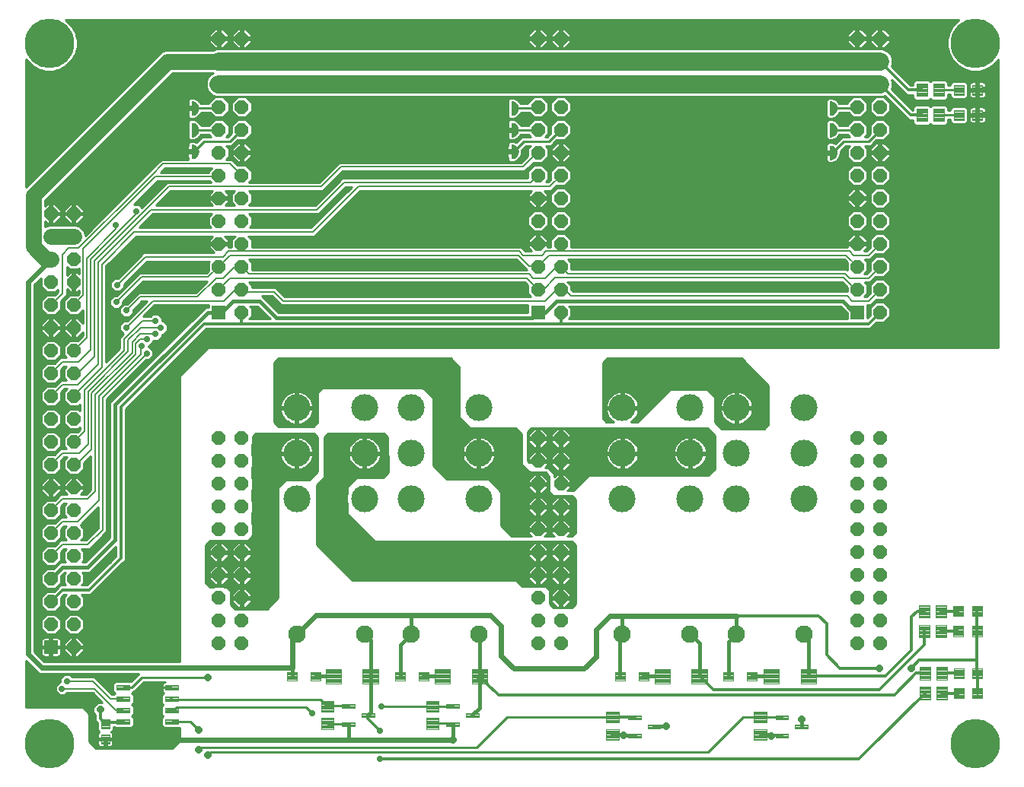
<source format=gtl>
G75*
%MOIN*%
%OFA0B0*%
%FSLAX25Y25*%
%IPPOS*%
%LPD*%
%AMOC8*
5,1,8,0,0,1.08239X$1,22.5*
%
%ADD10C,0.11811*%
%ADD11C,0.07677*%
%ADD12C,0.00394*%
%ADD13C,0.00402*%
%ADD14C,0.00396*%
%ADD15C,0.00409*%
%ADD16C,0.00378*%
%ADD17OC8,0.05906*%
%ADD18R,0.05906X0.05906*%
%ADD19C,0.00100*%
%ADD20C,0.00400*%
%ADD21C,0.21654*%
%ADD22C,0.01000*%
%ADD23OC8,0.02781*%
%ADD24C,0.01600*%
%ADD25C,0.01200*%
%ADD26R,0.02781X0.02781*%
%ADD27C,0.02400*%
%ADD28OC8,0.03175*%
%ADD29C,0.07000*%
%ADD30C,0.08000*%
%ADD31C,0.00800*%
D10*
X0175902Y0143933D03*
X0175902Y0163776D03*
X0175902Y0183618D03*
X0205665Y0183618D03*
X0225902Y0183618D03*
X0225902Y0163776D03*
X0225902Y0143933D03*
X0205665Y0143933D03*
X0205665Y0163776D03*
X0255665Y0163776D03*
X0255665Y0143933D03*
X0255665Y0183618D03*
X0318421Y0183618D03*
X0318421Y0163776D03*
X0318421Y0143933D03*
X0348185Y0143933D03*
X0348185Y0163776D03*
X0368421Y0163776D03*
X0368421Y0143933D03*
X0398185Y0143933D03*
X0398185Y0163776D03*
X0398185Y0183618D03*
X0368421Y0183618D03*
X0348185Y0183618D03*
D11*
X0348185Y0084406D03*
X0368421Y0084406D03*
X0398185Y0084406D03*
X0318421Y0084406D03*
X0255665Y0084406D03*
X0225902Y0084406D03*
X0205665Y0084406D03*
X0175902Y0084406D03*
D12*
X0176193Y0064257D02*
X0171863Y0064257D01*
X0171863Y0067799D01*
X0176193Y0067799D01*
X0176193Y0064257D01*
X0176193Y0064650D02*
X0171863Y0064650D01*
X0171863Y0065043D02*
X0176193Y0065043D01*
X0176193Y0065436D02*
X0171863Y0065436D01*
X0171863Y0065829D02*
X0176193Y0065829D01*
X0176193Y0066222D02*
X0171863Y0066222D01*
X0171863Y0066615D02*
X0176193Y0066615D01*
X0176193Y0067008D02*
X0171863Y0067008D01*
X0171863Y0067401D02*
X0176193Y0067401D01*
X0176193Y0067794D02*
X0171863Y0067794D01*
X0182099Y0064257D02*
X0186429Y0064257D01*
X0182099Y0064257D02*
X0182099Y0067799D01*
X0186429Y0067799D01*
X0186429Y0064257D01*
X0186429Y0064650D02*
X0182099Y0064650D01*
X0182099Y0065043D02*
X0186429Y0065043D01*
X0186429Y0065436D02*
X0182099Y0065436D01*
X0182099Y0065829D02*
X0186429Y0065829D01*
X0186429Y0066222D02*
X0182099Y0066222D01*
X0182099Y0066615D02*
X0186429Y0066615D01*
X0186429Y0067008D02*
X0182099Y0067008D01*
X0182099Y0067401D02*
X0186429Y0067401D01*
X0186429Y0067794D02*
X0182099Y0067794D01*
X0219113Y0064257D02*
X0223443Y0064257D01*
X0219113Y0064257D02*
X0219113Y0067799D01*
X0223443Y0067799D01*
X0223443Y0064257D01*
X0223443Y0064650D02*
X0219113Y0064650D01*
X0219113Y0065043D02*
X0223443Y0065043D01*
X0223443Y0065436D02*
X0219113Y0065436D01*
X0219113Y0065829D02*
X0223443Y0065829D01*
X0223443Y0066222D02*
X0219113Y0066222D01*
X0219113Y0066615D02*
X0223443Y0066615D01*
X0223443Y0067008D02*
X0219113Y0067008D01*
X0219113Y0067401D02*
X0223443Y0067401D01*
X0223443Y0067794D02*
X0219113Y0067794D01*
X0229349Y0064257D02*
X0233679Y0064257D01*
X0229349Y0064257D02*
X0229349Y0067799D01*
X0233679Y0067799D01*
X0233679Y0064257D01*
X0233679Y0064650D02*
X0229349Y0064650D01*
X0229349Y0065043D02*
X0233679Y0065043D01*
X0233679Y0065436D02*
X0229349Y0065436D01*
X0229349Y0065829D02*
X0233679Y0065829D01*
X0233679Y0066222D02*
X0229349Y0066222D01*
X0229349Y0066615D02*
X0233679Y0066615D01*
X0233679Y0067008D02*
X0229349Y0067008D01*
X0229349Y0067401D02*
X0233679Y0067401D01*
X0233679Y0067794D02*
X0229349Y0067794D01*
X0315363Y0064257D02*
X0319693Y0064257D01*
X0315363Y0064257D02*
X0315363Y0067799D01*
X0319693Y0067799D01*
X0319693Y0064257D01*
X0319693Y0064650D02*
X0315363Y0064650D01*
X0315363Y0065043D02*
X0319693Y0065043D01*
X0319693Y0065436D02*
X0315363Y0065436D01*
X0315363Y0065829D02*
X0319693Y0065829D01*
X0319693Y0066222D02*
X0315363Y0066222D01*
X0315363Y0066615D02*
X0319693Y0066615D01*
X0319693Y0067008D02*
X0315363Y0067008D01*
X0315363Y0067401D02*
X0319693Y0067401D01*
X0319693Y0067794D02*
X0315363Y0067794D01*
X0325599Y0064257D02*
X0329929Y0064257D01*
X0325599Y0064257D02*
X0325599Y0067799D01*
X0329929Y0067799D01*
X0329929Y0064257D01*
X0329929Y0064650D02*
X0325599Y0064650D01*
X0325599Y0065043D02*
X0329929Y0065043D01*
X0329929Y0065436D02*
X0325599Y0065436D01*
X0325599Y0065829D02*
X0329929Y0065829D01*
X0329929Y0066222D02*
X0325599Y0066222D01*
X0325599Y0066615D02*
X0329929Y0066615D01*
X0329929Y0067008D02*
X0325599Y0067008D01*
X0325599Y0067401D02*
X0329929Y0067401D01*
X0329929Y0067794D02*
X0325599Y0067794D01*
X0362863Y0064257D02*
X0367193Y0064257D01*
X0362863Y0064257D02*
X0362863Y0067799D01*
X0367193Y0067799D01*
X0367193Y0064257D01*
X0367193Y0064650D02*
X0362863Y0064650D01*
X0362863Y0065043D02*
X0367193Y0065043D01*
X0367193Y0065436D02*
X0362863Y0065436D01*
X0362863Y0065829D02*
X0367193Y0065829D01*
X0367193Y0066222D02*
X0362863Y0066222D01*
X0362863Y0066615D02*
X0367193Y0066615D01*
X0367193Y0067008D02*
X0362863Y0067008D01*
X0362863Y0067401D02*
X0367193Y0067401D01*
X0367193Y0067794D02*
X0362863Y0067794D01*
X0373099Y0064257D02*
X0377429Y0064257D01*
X0373099Y0064257D02*
X0373099Y0067799D01*
X0377429Y0067799D01*
X0377429Y0064257D01*
X0377429Y0064650D02*
X0373099Y0064650D01*
X0373099Y0065043D02*
X0377429Y0065043D01*
X0377429Y0065436D02*
X0373099Y0065436D01*
X0373099Y0065829D02*
X0377429Y0065829D01*
X0377429Y0066222D02*
X0373099Y0066222D01*
X0373099Y0066615D02*
X0377429Y0066615D01*
X0377429Y0067008D02*
X0373099Y0067008D01*
X0373099Y0067401D02*
X0377429Y0067401D01*
X0377429Y0067794D02*
X0373099Y0067794D01*
X0090375Y0047092D02*
X0090375Y0043156D01*
X0090375Y0047092D02*
X0093917Y0047092D01*
X0093917Y0043156D01*
X0090375Y0043156D01*
X0090375Y0043549D02*
X0093917Y0043549D01*
X0093917Y0043942D02*
X0090375Y0043942D01*
X0090375Y0044335D02*
X0093917Y0044335D01*
X0093917Y0044728D02*
X0090375Y0044728D01*
X0090375Y0045121D02*
X0093917Y0045121D01*
X0093917Y0045514D02*
X0090375Y0045514D01*
X0090375Y0045907D02*
X0093917Y0045907D01*
X0093917Y0046300D02*
X0090375Y0046300D01*
X0090375Y0046693D02*
X0093917Y0046693D01*
X0093917Y0047086D02*
X0090375Y0047086D01*
X0090375Y0040399D02*
X0090375Y0036463D01*
X0090375Y0040399D02*
X0093917Y0040399D01*
X0093917Y0036463D01*
X0090375Y0036463D01*
X0090375Y0036856D02*
X0093917Y0036856D01*
X0093917Y0037249D02*
X0090375Y0037249D01*
X0090375Y0037642D02*
X0093917Y0037642D01*
X0093917Y0038035D02*
X0090375Y0038035D01*
X0090375Y0038428D02*
X0093917Y0038428D01*
X0093917Y0038821D02*
X0090375Y0038821D01*
X0090375Y0039214D02*
X0093917Y0039214D01*
X0093917Y0039607D02*
X0090375Y0039607D01*
X0090375Y0040000D02*
X0093917Y0040000D01*
X0093917Y0040393D02*
X0090375Y0040393D01*
D13*
X0097166Y0047027D02*
X0102866Y0047027D01*
X0102866Y0045067D01*
X0097166Y0045067D01*
X0097166Y0047027D01*
X0097166Y0045468D02*
X0102866Y0045468D01*
X0102866Y0045869D02*
X0097166Y0045869D01*
X0097166Y0046270D02*
X0102866Y0046270D01*
X0102866Y0046671D02*
X0097166Y0046671D01*
X0097166Y0052027D02*
X0102866Y0052027D01*
X0102866Y0050067D01*
X0097166Y0050067D01*
X0097166Y0052027D01*
X0097166Y0050468D02*
X0102866Y0050468D01*
X0102866Y0050869D02*
X0097166Y0050869D01*
X0097166Y0051270D02*
X0102866Y0051270D01*
X0102866Y0051671D02*
X0097166Y0051671D01*
X0097166Y0057027D02*
X0102866Y0057027D01*
X0102866Y0055067D01*
X0097166Y0055067D01*
X0097166Y0057027D01*
X0097166Y0055468D02*
X0102866Y0055468D01*
X0102866Y0055869D02*
X0097166Y0055869D01*
X0097166Y0056270D02*
X0102866Y0056270D01*
X0102866Y0056671D02*
X0097166Y0056671D01*
X0097166Y0062027D02*
X0102866Y0062027D01*
X0102866Y0060067D01*
X0097166Y0060067D01*
X0097166Y0062027D01*
X0097166Y0060468D02*
X0102866Y0060468D01*
X0102866Y0060869D02*
X0097166Y0060869D01*
X0097166Y0061270D02*
X0102866Y0061270D01*
X0102866Y0061671D02*
X0097166Y0061671D01*
X0118426Y0062027D02*
X0124126Y0062027D01*
X0124126Y0060067D01*
X0118426Y0060067D01*
X0118426Y0062027D01*
X0118426Y0060468D02*
X0124126Y0060468D01*
X0124126Y0060869D02*
X0118426Y0060869D01*
X0118426Y0061270D02*
X0124126Y0061270D01*
X0124126Y0061671D02*
X0118426Y0061671D01*
X0118426Y0057027D02*
X0124126Y0057027D01*
X0124126Y0055067D01*
X0118426Y0055067D01*
X0118426Y0057027D01*
X0118426Y0055468D02*
X0124126Y0055468D01*
X0124126Y0055869D02*
X0118426Y0055869D01*
X0118426Y0056270D02*
X0124126Y0056270D01*
X0124126Y0056671D02*
X0118426Y0056671D01*
X0118426Y0052027D02*
X0124126Y0052027D01*
X0124126Y0050067D01*
X0118426Y0050067D01*
X0118426Y0052027D01*
X0118426Y0050468D02*
X0124126Y0050468D01*
X0124126Y0050869D02*
X0118426Y0050869D01*
X0118426Y0051270D02*
X0124126Y0051270D01*
X0124126Y0051671D02*
X0118426Y0051671D01*
X0118426Y0047027D02*
X0124126Y0047027D01*
X0124126Y0045067D01*
X0118426Y0045067D01*
X0118426Y0047027D01*
X0118426Y0045468D02*
X0124126Y0045468D01*
X0124126Y0045869D02*
X0118426Y0045869D01*
X0118426Y0046270D02*
X0124126Y0046270D01*
X0124126Y0046671D02*
X0118426Y0046671D01*
X0188733Y0069173D02*
X0195417Y0069173D01*
X0195417Y0062883D01*
X0188733Y0062883D01*
X0188733Y0069173D01*
X0188733Y0063284D02*
X0195417Y0063284D01*
X0195417Y0063685D02*
X0188733Y0063685D01*
X0188733Y0064086D02*
X0195417Y0064086D01*
X0195417Y0064487D02*
X0188733Y0064487D01*
X0188733Y0064888D02*
X0195417Y0064888D01*
X0195417Y0065289D02*
X0188733Y0065289D01*
X0188733Y0065690D02*
X0195417Y0065690D01*
X0195417Y0066091D02*
X0188733Y0066091D01*
X0188733Y0066492D02*
X0195417Y0066492D01*
X0195417Y0066893D02*
X0188733Y0066893D01*
X0188733Y0067294D02*
X0195417Y0067294D01*
X0195417Y0067695D02*
X0188733Y0067695D01*
X0188733Y0068096D02*
X0195417Y0068096D01*
X0195417Y0068497D02*
X0188733Y0068497D01*
X0188733Y0068898D02*
X0195417Y0068898D01*
X0204875Y0069173D02*
X0211559Y0069173D01*
X0211559Y0062883D01*
X0204875Y0062883D01*
X0204875Y0069173D01*
X0204875Y0063284D02*
X0211559Y0063284D01*
X0211559Y0063685D02*
X0204875Y0063685D01*
X0204875Y0064086D02*
X0211559Y0064086D01*
X0211559Y0064487D02*
X0204875Y0064487D01*
X0204875Y0064888D02*
X0211559Y0064888D01*
X0211559Y0065289D02*
X0204875Y0065289D01*
X0204875Y0065690D02*
X0211559Y0065690D01*
X0211559Y0066091D02*
X0204875Y0066091D01*
X0204875Y0066492D02*
X0211559Y0066492D01*
X0211559Y0066893D02*
X0204875Y0066893D01*
X0204875Y0067294D02*
X0211559Y0067294D01*
X0211559Y0067695D02*
X0204875Y0067695D01*
X0204875Y0068096D02*
X0211559Y0068096D01*
X0211559Y0068497D02*
X0204875Y0068497D01*
X0204875Y0068898D02*
X0211559Y0068898D01*
X0236483Y0069173D02*
X0243167Y0069173D01*
X0243167Y0062883D01*
X0236483Y0062883D01*
X0236483Y0069173D01*
X0236483Y0063284D02*
X0243167Y0063284D01*
X0243167Y0063685D02*
X0236483Y0063685D01*
X0236483Y0064086D02*
X0243167Y0064086D01*
X0243167Y0064487D02*
X0236483Y0064487D01*
X0236483Y0064888D02*
X0243167Y0064888D01*
X0243167Y0065289D02*
X0236483Y0065289D01*
X0236483Y0065690D02*
X0243167Y0065690D01*
X0243167Y0066091D02*
X0236483Y0066091D01*
X0236483Y0066492D02*
X0243167Y0066492D01*
X0243167Y0066893D02*
X0236483Y0066893D01*
X0236483Y0067294D02*
X0243167Y0067294D01*
X0243167Y0067695D02*
X0236483Y0067695D01*
X0236483Y0068096D02*
X0243167Y0068096D01*
X0243167Y0068497D02*
X0236483Y0068497D01*
X0236483Y0068898D02*
X0243167Y0068898D01*
X0252625Y0069173D02*
X0259309Y0069173D01*
X0259309Y0062883D01*
X0252625Y0062883D01*
X0252625Y0069173D01*
X0252625Y0063284D02*
X0259309Y0063284D01*
X0259309Y0063685D02*
X0252625Y0063685D01*
X0252625Y0064086D02*
X0259309Y0064086D01*
X0259309Y0064487D02*
X0252625Y0064487D01*
X0252625Y0064888D02*
X0259309Y0064888D01*
X0259309Y0065289D02*
X0252625Y0065289D01*
X0252625Y0065690D02*
X0259309Y0065690D01*
X0259309Y0066091D02*
X0252625Y0066091D01*
X0252625Y0066492D02*
X0259309Y0066492D01*
X0259309Y0066893D02*
X0252625Y0066893D01*
X0252625Y0067294D02*
X0259309Y0067294D01*
X0259309Y0067695D02*
X0252625Y0067695D01*
X0252625Y0068096D02*
X0259309Y0068096D01*
X0259309Y0068497D02*
X0252625Y0068497D01*
X0252625Y0068898D02*
X0259309Y0068898D01*
X0332733Y0069173D02*
X0339417Y0069173D01*
X0339417Y0062883D01*
X0332733Y0062883D01*
X0332733Y0069173D01*
X0332733Y0063284D02*
X0339417Y0063284D01*
X0339417Y0063685D02*
X0332733Y0063685D01*
X0332733Y0064086D02*
X0339417Y0064086D01*
X0339417Y0064487D02*
X0332733Y0064487D01*
X0332733Y0064888D02*
X0339417Y0064888D01*
X0339417Y0065289D02*
X0332733Y0065289D01*
X0332733Y0065690D02*
X0339417Y0065690D01*
X0339417Y0066091D02*
X0332733Y0066091D01*
X0332733Y0066492D02*
X0339417Y0066492D01*
X0339417Y0066893D02*
X0332733Y0066893D01*
X0332733Y0067294D02*
X0339417Y0067294D01*
X0339417Y0067695D02*
X0332733Y0067695D01*
X0332733Y0068096D02*
X0339417Y0068096D01*
X0339417Y0068497D02*
X0332733Y0068497D01*
X0332733Y0068898D02*
X0339417Y0068898D01*
X0348875Y0069173D02*
X0355559Y0069173D01*
X0355559Y0062883D01*
X0348875Y0062883D01*
X0348875Y0069173D01*
X0348875Y0063284D02*
X0355559Y0063284D01*
X0355559Y0063685D02*
X0348875Y0063685D01*
X0348875Y0064086D02*
X0355559Y0064086D01*
X0355559Y0064487D02*
X0348875Y0064487D01*
X0348875Y0064888D02*
X0355559Y0064888D01*
X0355559Y0065289D02*
X0348875Y0065289D01*
X0348875Y0065690D02*
X0355559Y0065690D01*
X0355559Y0066091D02*
X0348875Y0066091D01*
X0348875Y0066492D02*
X0355559Y0066492D01*
X0355559Y0066893D02*
X0348875Y0066893D01*
X0348875Y0067294D02*
X0355559Y0067294D01*
X0355559Y0067695D02*
X0348875Y0067695D01*
X0348875Y0068096D02*
X0355559Y0068096D01*
X0355559Y0068497D02*
X0348875Y0068497D01*
X0348875Y0068898D02*
X0355559Y0068898D01*
X0380483Y0069173D02*
X0387167Y0069173D01*
X0387167Y0062883D01*
X0380483Y0062883D01*
X0380483Y0069173D01*
X0380483Y0063284D02*
X0387167Y0063284D01*
X0387167Y0063685D02*
X0380483Y0063685D01*
X0380483Y0064086D02*
X0387167Y0064086D01*
X0387167Y0064487D02*
X0380483Y0064487D01*
X0380483Y0064888D02*
X0387167Y0064888D01*
X0387167Y0065289D02*
X0380483Y0065289D01*
X0380483Y0065690D02*
X0387167Y0065690D01*
X0387167Y0066091D02*
X0380483Y0066091D01*
X0380483Y0066492D02*
X0387167Y0066492D01*
X0387167Y0066893D02*
X0380483Y0066893D01*
X0380483Y0067294D02*
X0387167Y0067294D01*
X0387167Y0067695D02*
X0380483Y0067695D01*
X0380483Y0068096D02*
X0387167Y0068096D01*
X0387167Y0068497D02*
X0380483Y0068497D01*
X0380483Y0068898D02*
X0387167Y0068898D01*
X0396625Y0069173D02*
X0403309Y0069173D01*
X0403309Y0062883D01*
X0396625Y0062883D01*
X0396625Y0069173D01*
X0396625Y0063284D02*
X0403309Y0063284D01*
X0403309Y0063685D02*
X0396625Y0063685D01*
X0396625Y0064086D02*
X0403309Y0064086D01*
X0403309Y0064487D02*
X0396625Y0064487D01*
X0396625Y0064888D02*
X0403309Y0064888D01*
X0403309Y0065289D02*
X0396625Y0065289D01*
X0396625Y0065690D02*
X0403309Y0065690D01*
X0403309Y0066091D02*
X0396625Y0066091D01*
X0396625Y0066492D02*
X0403309Y0066492D01*
X0403309Y0066893D02*
X0396625Y0066893D01*
X0396625Y0067294D02*
X0403309Y0067294D01*
X0403309Y0067695D02*
X0396625Y0067695D01*
X0396625Y0068096D02*
X0403309Y0068096D01*
X0403309Y0068497D02*
X0396625Y0068497D01*
X0396625Y0068898D02*
X0403309Y0068898D01*
D14*
X0391198Y0047126D02*
X0385594Y0047126D01*
X0385594Y0048930D01*
X0391198Y0048930D01*
X0391198Y0047126D01*
X0391198Y0047521D02*
X0385594Y0047521D01*
X0385594Y0047916D02*
X0391198Y0047916D01*
X0391198Y0048311D02*
X0385594Y0048311D01*
X0385594Y0048706D02*
X0391198Y0048706D01*
X0394094Y0043126D02*
X0399698Y0043126D01*
X0394094Y0043126D02*
X0394094Y0044930D01*
X0399698Y0044930D01*
X0399698Y0043126D01*
X0399698Y0043521D02*
X0394094Y0043521D01*
X0394094Y0043916D02*
X0399698Y0043916D01*
X0399698Y0044311D02*
X0394094Y0044311D01*
X0394094Y0044706D02*
X0399698Y0044706D01*
X0391198Y0039126D02*
X0385594Y0039126D01*
X0385594Y0040930D01*
X0391198Y0040930D01*
X0391198Y0039126D01*
X0391198Y0039521D02*
X0385594Y0039521D01*
X0385594Y0039916D02*
X0391198Y0039916D01*
X0391198Y0040311D02*
X0385594Y0040311D01*
X0385594Y0040706D02*
X0391198Y0040706D01*
X0335198Y0043126D02*
X0329594Y0043126D01*
X0329594Y0044930D01*
X0335198Y0044930D01*
X0335198Y0043126D01*
X0335198Y0043521D02*
X0329594Y0043521D01*
X0329594Y0043916D02*
X0335198Y0043916D01*
X0335198Y0044311D02*
X0329594Y0044311D01*
X0329594Y0044706D02*
X0335198Y0044706D01*
X0326698Y0047126D02*
X0321094Y0047126D01*
X0321094Y0048930D01*
X0326698Y0048930D01*
X0326698Y0047126D01*
X0326698Y0047521D02*
X0321094Y0047521D01*
X0321094Y0047916D02*
X0326698Y0047916D01*
X0326698Y0048311D02*
X0321094Y0048311D01*
X0321094Y0048706D02*
X0326698Y0048706D01*
X0326698Y0039126D02*
X0321094Y0039126D01*
X0321094Y0040930D01*
X0326698Y0040930D01*
X0326698Y0039126D01*
X0326698Y0039521D02*
X0321094Y0039521D01*
X0321094Y0039916D02*
X0326698Y0039916D01*
X0326698Y0040311D02*
X0321094Y0040311D01*
X0321094Y0040706D02*
X0326698Y0040706D01*
X0255648Y0048126D02*
X0250044Y0048126D01*
X0250044Y0049930D01*
X0255648Y0049930D01*
X0255648Y0048126D01*
X0255648Y0048521D02*
X0250044Y0048521D01*
X0250044Y0048916D02*
X0255648Y0048916D01*
X0255648Y0049311D02*
X0250044Y0049311D01*
X0250044Y0049706D02*
X0255648Y0049706D01*
X0247148Y0052126D02*
X0241544Y0052126D01*
X0241544Y0053930D01*
X0247148Y0053930D01*
X0247148Y0052126D01*
X0247148Y0052521D02*
X0241544Y0052521D01*
X0241544Y0052916D02*
X0247148Y0052916D01*
X0247148Y0053311D02*
X0241544Y0053311D01*
X0241544Y0053706D02*
X0247148Y0053706D01*
X0247148Y0044126D02*
X0241544Y0044126D01*
X0241544Y0045930D01*
X0247148Y0045930D01*
X0247148Y0044126D01*
X0247148Y0044521D02*
X0241544Y0044521D01*
X0241544Y0044916D02*
X0247148Y0044916D01*
X0247148Y0045311D02*
X0241544Y0045311D01*
X0241544Y0045706D02*
X0247148Y0045706D01*
X0209898Y0048126D02*
X0204294Y0048126D01*
X0204294Y0049930D01*
X0209898Y0049930D01*
X0209898Y0048126D01*
X0209898Y0048521D02*
X0204294Y0048521D01*
X0204294Y0048916D02*
X0209898Y0048916D01*
X0209898Y0049311D02*
X0204294Y0049311D01*
X0204294Y0049706D02*
X0209898Y0049706D01*
X0201398Y0052126D02*
X0195794Y0052126D01*
X0195794Y0053930D01*
X0201398Y0053930D01*
X0201398Y0052126D01*
X0201398Y0052521D02*
X0195794Y0052521D01*
X0195794Y0052916D02*
X0201398Y0052916D01*
X0201398Y0053311D02*
X0195794Y0053311D01*
X0195794Y0053706D02*
X0201398Y0053706D01*
X0201398Y0044126D02*
X0195794Y0044126D01*
X0195794Y0045930D01*
X0201398Y0045930D01*
X0201398Y0044126D01*
X0201398Y0044521D02*
X0195794Y0044521D01*
X0195794Y0044916D02*
X0201398Y0044916D01*
X0201398Y0045311D02*
X0195794Y0045311D01*
X0195794Y0045706D02*
X0201398Y0045706D01*
D15*
X0192095Y0047642D02*
X0192095Y0042932D01*
X0186597Y0042932D01*
X0186597Y0047642D01*
X0192095Y0047642D01*
X0192095Y0043340D02*
X0186597Y0043340D01*
X0186597Y0043748D02*
X0192095Y0043748D01*
X0192095Y0044156D02*
X0186597Y0044156D01*
X0186597Y0044564D02*
X0192095Y0044564D01*
X0192095Y0044972D02*
X0186597Y0044972D01*
X0186597Y0045380D02*
X0192095Y0045380D01*
X0192095Y0045788D02*
X0186597Y0045788D01*
X0186597Y0046196D02*
X0192095Y0046196D01*
X0192095Y0046604D02*
X0186597Y0046604D01*
X0186597Y0047012D02*
X0192095Y0047012D01*
X0192095Y0047420D02*
X0186597Y0047420D01*
X0192095Y0050413D02*
X0192095Y0055123D01*
X0192095Y0050413D02*
X0186597Y0050413D01*
X0186597Y0055123D01*
X0192095Y0055123D01*
X0192095Y0050821D02*
X0186597Y0050821D01*
X0186597Y0051229D02*
X0192095Y0051229D01*
X0192095Y0051637D02*
X0186597Y0051637D01*
X0186597Y0052045D02*
X0192095Y0052045D01*
X0192095Y0052453D02*
X0186597Y0052453D01*
X0186597Y0052861D02*
X0192095Y0052861D01*
X0192095Y0053269D02*
X0186597Y0053269D01*
X0186597Y0053677D02*
X0192095Y0053677D01*
X0192095Y0054085D02*
X0186597Y0054085D01*
X0186597Y0054493D02*
X0192095Y0054493D01*
X0192095Y0054901D02*
X0186597Y0054901D01*
X0238095Y0055123D02*
X0238095Y0050413D01*
X0232597Y0050413D01*
X0232597Y0055123D01*
X0238095Y0055123D01*
X0238095Y0050821D02*
X0232597Y0050821D01*
X0232597Y0051229D02*
X0238095Y0051229D01*
X0238095Y0051637D02*
X0232597Y0051637D01*
X0232597Y0052045D02*
X0238095Y0052045D01*
X0238095Y0052453D02*
X0232597Y0052453D01*
X0232597Y0052861D02*
X0238095Y0052861D01*
X0238095Y0053269D02*
X0232597Y0053269D01*
X0232597Y0053677D02*
X0238095Y0053677D01*
X0238095Y0054085D02*
X0232597Y0054085D01*
X0232597Y0054493D02*
X0238095Y0054493D01*
X0238095Y0054901D02*
X0232597Y0054901D01*
X0238095Y0047642D02*
X0238095Y0042932D01*
X0232597Y0042932D01*
X0232597Y0047642D01*
X0238095Y0047642D01*
X0238095Y0043340D02*
X0232597Y0043340D01*
X0232597Y0043748D02*
X0238095Y0043748D01*
X0238095Y0044156D02*
X0232597Y0044156D01*
X0232597Y0044564D02*
X0238095Y0044564D01*
X0238095Y0044972D02*
X0232597Y0044972D01*
X0232597Y0045380D02*
X0238095Y0045380D01*
X0238095Y0045788D02*
X0232597Y0045788D01*
X0232597Y0046196D02*
X0238095Y0046196D01*
X0238095Y0046604D02*
X0232597Y0046604D01*
X0232597Y0047012D02*
X0238095Y0047012D01*
X0238095Y0047420D02*
X0232597Y0047420D01*
X0316895Y0045663D02*
X0316895Y0050373D01*
X0316895Y0045663D02*
X0311397Y0045663D01*
X0311397Y0050373D01*
X0316895Y0050373D01*
X0316895Y0046071D02*
X0311397Y0046071D01*
X0311397Y0046479D02*
X0316895Y0046479D01*
X0316895Y0046887D02*
X0311397Y0046887D01*
X0311397Y0047295D02*
X0316895Y0047295D01*
X0316895Y0047703D02*
X0311397Y0047703D01*
X0311397Y0048111D02*
X0316895Y0048111D01*
X0316895Y0048519D02*
X0311397Y0048519D01*
X0311397Y0048927D02*
X0316895Y0048927D01*
X0316895Y0049335D02*
X0311397Y0049335D01*
X0311397Y0049743D02*
X0316895Y0049743D01*
X0316895Y0050151D02*
X0311397Y0050151D01*
X0316895Y0042892D02*
X0316895Y0038182D01*
X0311397Y0038182D01*
X0311397Y0042892D01*
X0316895Y0042892D01*
X0316895Y0038590D02*
X0311397Y0038590D01*
X0311397Y0038998D02*
X0316895Y0038998D01*
X0316895Y0039406D02*
X0311397Y0039406D01*
X0311397Y0039814D02*
X0316895Y0039814D01*
X0316895Y0040222D02*
X0311397Y0040222D01*
X0311397Y0040630D02*
X0316895Y0040630D01*
X0316895Y0041038D02*
X0311397Y0041038D01*
X0311397Y0041446D02*
X0316895Y0041446D01*
X0316895Y0041854D02*
X0311397Y0041854D01*
X0311397Y0042262D02*
X0316895Y0042262D01*
X0316895Y0042670D02*
X0311397Y0042670D01*
X0381645Y0042892D02*
X0381645Y0038182D01*
X0376147Y0038182D01*
X0376147Y0042892D01*
X0381645Y0042892D01*
X0381645Y0038590D02*
X0376147Y0038590D01*
X0376147Y0038998D02*
X0381645Y0038998D01*
X0381645Y0039406D02*
X0376147Y0039406D01*
X0376147Y0039814D02*
X0381645Y0039814D01*
X0381645Y0040222D02*
X0376147Y0040222D01*
X0376147Y0040630D02*
X0381645Y0040630D01*
X0381645Y0041038D02*
X0376147Y0041038D01*
X0376147Y0041446D02*
X0381645Y0041446D01*
X0381645Y0041854D02*
X0376147Y0041854D01*
X0376147Y0042262D02*
X0381645Y0042262D01*
X0381645Y0042670D02*
X0376147Y0042670D01*
X0381645Y0045663D02*
X0381645Y0050373D01*
X0381645Y0045663D02*
X0376147Y0045663D01*
X0376147Y0050373D01*
X0381645Y0050373D01*
X0381645Y0046071D02*
X0376147Y0046071D01*
X0376147Y0046479D02*
X0381645Y0046479D01*
X0381645Y0046887D02*
X0376147Y0046887D01*
X0376147Y0047295D02*
X0381645Y0047295D01*
X0381645Y0047703D02*
X0376147Y0047703D01*
X0376147Y0048111D02*
X0381645Y0048111D01*
X0381645Y0048519D02*
X0376147Y0048519D01*
X0376147Y0048927D02*
X0381645Y0048927D01*
X0381645Y0049335D02*
X0376147Y0049335D01*
X0376147Y0049743D02*
X0381645Y0049743D01*
X0381645Y0050151D02*
X0376147Y0050151D01*
X0448601Y0061327D02*
X0453311Y0061327D01*
X0453311Y0055829D01*
X0448601Y0055829D01*
X0448601Y0061327D01*
X0448601Y0056237D02*
X0453311Y0056237D01*
X0453311Y0056645D02*
X0448601Y0056645D01*
X0448601Y0057053D02*
X0453311Y0057053D01*
X0453311Y0057461D02*
X0448601Y0057461D01*
X0448601Y0057869D02*
X0453311Y0057869D01*
X0453311Y0058277D02*
X0448601Y0058277D01*
X0448601Y0058685D02*
X0453311Y0058685D01*
X0453311Y0059093D02*
X0448601Y0059093D01*
X0448601Y0059501D02*
X0453311Y0059501D01*
X0453311Y0059909D02*
X0448601Y0059909D01*
X0448601Y0060317D02*
X0453311Y0060317D01*
X0453311Y0060725D02*
X0448601Y0060725D01*
X0448601Y0061133D02*
X0453311Y0061133D01*
X0456081Y0061327D02*
X0460791Y0061327D01*
X0460791Y0055829D01*
X0456081Y0055829D01*
X0456081Y0061327D01*
X0456081Y0056237D02*
X0460791Y0056237D01*
X0460791Y0056645D02*
X0456081Y0056645D01*
X0456081Y0057053D02*
X0460791Y0057053D01*
X0460791Y0057461D02*
X0456081Y0057461D01*
X0456081Y0057869D02*
X0460791Y0057869D01*
X0460791Y0058277D02*
X0456081Y0058277D01*
X0456081Y0058685D02*
X0460791Y0058685D01*
X0460791Y0059093D02*
X0456081Y0059093D01*
X0456081Y0059501D02*
X0460791Y0059501D01*
X0460791Y0059909D02*
X0456081Y0059909D01*
X0456081Y0060317D02*
X0460791Y0060317D01*
X0460791Y0060725D02*
X0456081Y0060725D01*
X0456081Y0061133D02*
X0460791Y0061133D01*
X0460791Y0070077D02*
X0456081Y0070077D01*
X0460791Y0070077D02*
X0460791Y0064579D01*
X0456081Y0064579D01*
X0456081Y0070077D01*
X0456081Y0064987D02*
X0460791Y0064987D01*
X0460791Y0065395D02*
X0456081Y0065395D01*
X0456081Y0065803D02*
X0460791Y0065803D01*
X0460791Y0066211D02*
X0456081Y0066211D01*
X0456081Y0066619D02*
X0460791Y0066619D01*
X0460791Y0067027D02*
X0456081Y0067027D01*
X0456081Y0067435D02*
X0460791Y0067435D01*
X0460791Y0067843D02*
X0456081Y0067843D01*
X0456081Y0068251D02*
X0460791Y0068251D01*
X0460791Y0068659D02*
X0456081Y0068659D01*
X0456081Y0069067D02*
X0460791Y0069067D01*
X0460791Y0069475D02*
X0456081Y0069475D01*
X0456081Y0069883D02*
X0460791Y0069883D01*
X0453311Y0070077D02*
X0448601Y0070077D01*
X0453311Y0070077D02*
X0453311Y0064579D01*
X0448601Y0064579D01*
X0448601Y0070077D01*
X0448601Y0064987D02*
X0453311Y0064987D01*
X0453311Y0065395D02*
X0448601Y0065395D01*
X0448601Y0065803D02*
X0453311Y0065803D01*
X0453311Y0066211D02*
X0448601Y0066211D01*
X0448601Y0066619D02*
X0453311Y0066619D01*
X0453311Y0067027D02*
X0448601Y0067027D01*
X0448601Y0067435D02*
X0453311Y0067435D01*
X0453311Y0067843D02*
X0448601Y0067843D01*
X0448601Y0068251D02*
X0453311Y0068251D01*
X0453311Y0068659D02*
X0448601Y0068659D01*
X0448601Y0069067D02*
X0453311Y0069067D01*
X0453311Y0069475D02*
X0448601Y0069475D01*
X0448601Y0069883D02*
X0453311Y0069883D01*
X0453011Y0088527D02*
X0448301Y0088527D01*
X0453011Y0088527D02*
X0453011Y0083029D01*
X0448301Y0083029D01*
X0448301Y0088527D01*
X0448301Y0083437D02*
X0453011Y0083437D01*
X0453011Y0083845D02*
X0448301Y0083845D01*
X0448301Y0084253D02*
X0453011Y0084253D01*
X0453011Y0084661D02*
X0448301Y0084661D01*
X0448301Y0085069D02*
X0453011Y0085069D01*
X0453011Y0085477D02*
X0448301Y0085477D01*
X0448301Y0085885D02*
X0453011Y0085885D01*
X0453011Y0086293D02*
X0448301Y0086293D01*
X0448301Y0086701D02*
X0453011Y0086701D01*
X0453011Y0087109D02*
X0448301Y0087109D01*
X0448301Y0087517D02*
X0453011Y0087517D01*
X0453011Y0087925D02*
X0448301Y0087925D01*
X0448301Y0088333D02*
X0453011Y0088333D01*
X0455781Y0088527D02*
X0460491Y0088527D01*
X0460491Y0083029D01*
X0455781Y0083029D01*
X0455781Y0088527D01*
X0455781Y0083437D02*
X0460491Y0083437D01*
X0460491Y0083845D02*
X0455781Y0083845D01*
X0455781Y0084253D02*
X0460491Y0084253D01*
X0460491Y0084661D02*
X0455781Y0084661D01*
X0455781Y0085069D02*
X0460491Y0085069D01*
X0460491Y0085477D02*
X0455781Y0085477D01*
X0455781Y0085885D02*
X0460491Y0085885D01*
X0460491Y0086293D02*
X0455781Y0086293D01*
X0455781Y0086701D02*
X0460491Y0086701D01*
X0460491Y0087109D02*
X0455781Y0087109D01*
X0455781Y0087517D02*
X0460491Y0087517D01*
X0460491Y0087925D02*
X0455781Y0087925D01*
X0455781Y0088333D02*
X0460491Y0088333D01*
X0460491Y0097277D02*
X0455781Y0097277D01*
X0460491Y0097277D02*
X0460491Y0091779D01*
X0455781Y0091779D01*
X0455781Y0097277D01*
X0455781Y0092187D02*
X0460491Y0092187D01*
X0460491Y0092595D02*
X0455781Y0092595D01*
X0455781Y0093003D02*
X0460491Y0093003D01*
X0460491Y0093411D02*
X0455781Y0093411D01*
X0455781Y0093819D02*
X0460491Y0093819D01*
X0460491Y0094227D02*
X0455781Y0094227D01*
X0455781Y0094635D02*
X0460491Y0094635D01*
X0460491Y0095043D02*
X0455781Y0095043D01*
X0455781Y0095451D02*
X0460491Y0095451D01*
X0460491Y0095859D02*
X0455781Y0095859D01*
X0455781Y0096267D02*
X0460491Y0096267D01*
X0460491Y0096675D02*
X0455781Y0096675D01*
X0455781Y0097083D02*
X0460491Y0097083D01*
X0453011Y0097277D02*
X0448301Y0097277D01*
X0453011Y0097277D02*
X0453011Y0091779D01*
X0448301Y0091779D01*
X0448301Y0097277D01*
X0448301Y0092187D02*
X0453011Y0092187D01*
X0453011Y0092595D02*
X0448301Y0092595D01*
X0448301Y0093003D02*
X0453011Y0093003D01*
X0453011Y0093411D02*
X0448301Y0093411D01*
X0448301Y0093819D02*
X0453011Y0093819D01*
X0453011Y0094227D02*
X0448301Y0094227D01*
X0448301Y0094635D02*
X0453011Y0094635D01*
X0453011Y0095043D02*
X0448301Y0095043D01*
X0448301Y0095451D02*
X0453011Y0095451D01*
X0453011Y0095859D02*
X0448301Y0095859D01*
X0448301Y0096267D02*
X0453011Y0096267D01*
X0453011Y0096675D02*
X0448301Y0096675D01*
X0448301Y0097083D02*
X0453011Y0097083D01*
X0452011Y0309279D02*
X0447301Y0309279D01*
X0447301Y0314777D01*
X0452011Y0314777D01*
X0452011Y0309279D01*
X0452011Y0309687D02*
X0447301Y0309687D01*
X0447301Y0310095D02*
X0452011Y0310095D01*
X0452011Y0310503D02*
X0447301Y0310503D01*
X0447301Y0310911D02*
X0452011Y0310911D01*
X0452011Y0311319D02*
X0447301Y0311319D01*
X0447301Y0311727D02*
X0452011Y0311727D01*
X0452011Y0312135D02*
X0447301Y0312135D01*
X0447301Y0312543D02*
X0452011Y0312543D01*
X0452011Y0312951D02*
X0447301Y0312951D01*
X0447301Y0313359D02*
X0452011Y0313359D01*
X0452011Y0313767D02*
X0447301Y0313767D01*
X0447301Y0314175D02*
X0452011Y0314175D01*
X0452011Y0314583D02*
X0447301Y0314583D01*
X0447301Y0320279D02*
X0452011Y0320279D01*
X0447301Y0320279D02*
X0447301Y0325777D01*
X0452011Y0325777D01*
X0452011Y0320279D01*
X0452011Y0320687D02*
X0447301Y0320687D01*
X0447301Y0321095D02*
X0452011Y0321095D01*
X0452011Y0321503D02*
X0447301Y0321503D01*
X0447301Y0321911D02*
X0452011Y0321911D01*
X0452011Y0322319D02*
X0447301Y0322319D01*
X0447301Y0322727D02*
X0452011Y0322727D01*
X0452011Y0323135D02*
X0447301Y0323135D01*
X0447301Y0323543D02*
X0452011Y0323543D01*
X0452011Y0323951D02*
X0447301Y0323951D01*
X0447301Y0324359D02*
X0452011Y0324359D01*
X0452011Y0324767D02*
X0447301Y0324767D01*
X0447301Y0325175D02*
X0452011Y0325175D01*
X0452011Y0325583D02*
X0447301Y0325583D01*
X0454781Y0320279D02*
X0459491Y0320279D01*
X0454781Y0320279D02*
X0454781Y0325777D01*
X0459491Y0325777D01*
X0459491Y0320279D01*
X0459491Y0320687D02*
X0454781Y0320687D01*
X0454781Y0321095D02*
X0459491Y0321095D01*
X0459491Y0321503D02*
X0454781Y0321503D01*
X0454781Y0321911D02*
X0459491Y0321911D01*
X0459491Y0322319D02*
X0454781Y0322319D01*
X0454781Y0322727D02*
X0459491Y0322727D01*
X0459491Y0323135D02*
X0454781Y0323135D01*
X0454781Y0323543D02*
X0459491Y0323543D01*
X0459491Y0323951D02*
X0454781Y0323951D01*
X0454781Y0324359D02*
X0459491Y0324359D01*
X0459491Y0324767D02*
X0454781Y0324767D01*
X0454781Y0325175D02*
X0459491Y0325175D01*
X0459491Y0325583D02*
X0454781Y0325583D01*
X0454781Y0309279D02*
X0459491Y0309279D01*
X0454781Y0309279D02*
X0454781Y0314777D01*
X0459491Y0314777D01*
X0459491Y0309279D01*
X0459491Y0309687D02*
X0454781Y0309687D01*
X0454781Y0310095D02*
X0459491Y0310095D01*
X0459491Y0310503D02*
X0454781Y0310503D01*
X0454781Y0310911D02*
X0459491Y0310911D01*
X0459491Y0311319D02*
X0454781Y0311319D01*
X0454781Y0311727D02*
X0459491Y0311727D01*
X0459491Y0312135D02*
X0454781Y0312135D01*
X0454781Y0312543D02*
X0459491Y0312543D01*
X0459491Y0312951D02*
X0454781Y0312951D01*
X0454781Y0313359D02*
X0459491Y0313359D01*
X0459491Y0313767D02*
X0454781Y0313767D01*
X0454781Y0314175D02*
X0459491Y0314175D01*
X0459491Y0314583D02*
X0454781Y0314583D01*
D16*
X0463589Y0314201D02*
X0463589Y0309855D01*
X0463589Y0314201D02*
X0467935Y0314201D01*
X0467935Y0309855D01*
X0463589Y0309855D01*
X0463589Y0310232D02*
X0467935Y0310232D01*
X0467935Y0310609D02*
X0463589Y0310609D01*
X0463589Y0310986D02*
X0467935Y0310986D01*
X0467935Y0311363D02*
X0463589Y0311363D01*
X0463589Y0311740D02*
X0467935Y0311740D01*
X0467935Y0312117D02*
X0463589Y0312117D01*
X0463589Y0312494D02*
X0467935Y0312494D01*
X0467935Y0312871D02*
X0463589Y0312871D01*
X0463589Y0313248D02*
X0467935Y0313248D01*
X0467935Y0313625D02*
X0463589Y0313625D01*
X0463589Y0314002D02*
X0467935Y0314002D01*
X0471857Y0314201D02*
X0471857Y0309855D01*
X0471857Y0314201D02*
X0476203Y0314201D01*
X0476203Y0309855D01*
X0471857Y0309855D01*
X0471857Y0310232D02*
X0476203Y0310232D01*
X0476203Y0310609D02*
X0471857Y0310609D01*
X0471857Y0310986D02*
X0476203Y0310986D01*
X0476203Y0311363D02*
X0471857Y0311363D01*
X0471857Y0311740D02*
X0476203Y0311740D01*
X0476203Y0312117D02*
X0471857Y0312117D01*
X0471857Y0312494D02*
X0476203Y0312494D01*
X0476203Y0312871D02*
X0471857Y0312871D01*
X0471857Y0313248D02*
X0476203Y0313248D01*
X0476203Y0313625D02*
X0471857Y0313625D01*
X0471857Y0314002D02*
X0476203Y0314002D01*
X0471857Y0320855D02*
X0471857Y0325201D01*
X0476203Y0325201D01*
X0476203Y0320855D01*
X0471857Y0320855D01*
X0471857Y0321232D02*
X0476203Y0321232D01*
X0476203Y0321609D02*
X0471857Y0321609D01*
X0471857Y0321986D02*
X0476203Y0321986D01*
X0476203Y0322363D02*
X0471857Y0322363D01*
X0471857Y0322740D02*
X0476203Y0322740D01*
X0476203Y0323117D02*
X0471857Y0323117D01*
X0471857Y0323494D02*
X0476203Y0323494D01*
X0476203Y0323871D02*
X0471857Y0323871D01*
X0471857Y0324248D02*
X0476203Y0324248D01*
X0476203Y0324625D02*
X0471857Y0324625D01*
X0471857Y0325002D02*
X0476203Y0325002D01*
X0463589Y0325201D02*
X0463589Y0320855D01*
X0463589Y0325201D02*
X0467935Y0325201D01*
X0467935Y0320855D01*
X0463589Y0320855D01*
X0463589Y0321232D02*
X0467935Y0321232D01*
X0467935Y0321609D02*
X0463589Y0321609D01*
X0463589Y0321986D02*
X0467935Y0321986D01*
X0467935Y0322363D02*
X0463589Y0322363D01*
X0463589Y0322740D02*
X0467935Y0322740D01*
X0467935Y0323117D02*
X0463589Y0323117D01*
X0463589Y0323494D02*
X0467935Y0323494D01*
X0467935Y0323871D02*
X0463589Y0323871D01*
X0463589Y0324248D02*
X0467935Y0324248D01*
X0467935Y0324625D02*
X0463589Y0324625D01*
X0463589Y0325002D02*
X0467935Y0325002D01*
X0467685Y0096701D02*
X0467685Y0092355D01*
X0463339Y0092355D01*
X0463339Y0096701D01*
X0467685Y0096701D01*
X0467685Y0092732D02*
X0463339Y0092732D01*
X0463339Y0093109D02*
X0467685Y0093109D01*
X0467685Y0093486D02*
X0463339Y0093486D01*
X0463339Y0093863D02*
X0467685Y0093863D01*
X0467685Y0094240D02*
X0463339Y0094240D01*
X0463339Y0094617D02*
X0467685Y0094617D01*
X0467685Y0094994D02*
X0463339Y0094994D01*
X0463339Y0095371D02*
X0467685Y0095371D01*
X0467685Y0095748D02*
X0463339Y0095748D01*
X0463339Y0096125D02*
X0467685Y0096125D01*
X0467685Y0096502D02*
X0463339Y0096502D01*
X0475953Y0096701D02*
X0475953Y0092355D01*
X0471607Y0092355D01*
X0471607Y0096701D01*
X0475953Y0096701D01*
X0475953Y0092732D02*
X0471607Y0092732D01*
X0471607Y0093109D02*
X0475953Y0093109D01*
X0475953Y0093486D02*
X0471607Y0093486D01*
X0471607Y0093863D02*
X0475953Y0093863D01*
X0475953Y0094240D02*
X0471607Y0094240D01*
X0471607Y0094617D02*
X0475953Y0094617D01*
X0475953Y0094994D02*
X0471607Y0094994D01*
X0471607Y0095371D02*
X0475953Y0095371D01*
X0475953Y0095748D02*
X0471607Y0095748D01*
X0471607Y0096125D02*
X0475953Y0096125D01*
X0475953Y0096502D02*
X0471607Y0096502D01*
X0475953Y0087951D02*
X0475953Y0083605D01*
X0471607Y0083605D01*
X0471607Y0087951D01*
X0475953Y0087951D01*
X0475953Y0083982D02*
X0471607Y0083982D01*
X0471607Y0084359D02*
X0475953Y0084359D01*
X0475953Y0084736D02*
X0471607Y0084736D01*
X0471607Y0085113D02*
X0475953Y0085113D01*
X0475953Y0085490D02*
X0471607Y0085490D01*
X0471607Y0085867D02*
X0475953Y0085867D01*
X0475953Y0086244D02*
X0471607Y0086244D01*
X0471607Y0086621D02*
X0475953Y0086621D01*
X0475953Y0086998D02*
X0471607Y0086998D01*
X0471607Y0087375D02*
X0475953Y0087375D01*
X0475953Y0087752D02*
X0471607Y0087752D01*
X0467685Y0087951D02*
X0467685Y0083605D01*
X0463339Y0083605D01*
X0463339Y0087951D01*
X0467685Y0087951D01*
X0467685Y0083982D02*
X0463339Y0083982D01*
X0463339Y0084359D02*
X0467685Y0084359D01*
X0467685Y0084736D02*
X0463339Y0084736D01*
X0463339Y0085113D02*
X0467685Y0085113D01*
X0467685Y0085490D02*
X0463339Y0085490D01*
X0463339Y0085867D02*
X0467685Y0085867D01*
X0467685Y0086244D02*
X0463339Y0086244D01*
X0463339Y0086621D02*
X0467685Y0086621D01*
X0467685Y0086998D02*
X0463339Y0086998D01*
X0463339Y0087375D02*
X0467685Y0087375D01*
X0467685Y0087752D02*
X0463339Y0087752D01*
X0467935Y0069501D02*
X0467935Y0065155D01*
X0463589Y0065155D01*
X0463589Y0069501D01*
X0467935Y0069501D01*
X0467935Y0065532D02*
X0463589Y0065532D01*
X0463589Y0065909D02*
X0467935Y0065909D01*
X0467935Y0066286D02*
X0463589Y0066286D01*
X0463589Y0066663D02*
X0467935Y0066663D01*
X0467935Y0067040D02*
X0463589Y0067040D01*
X0463589Y0067417D02*
X0467935Y0067417D01*
X0467935Y0067794D02*
X0463589Y0067794D01*
X0463589Y0068171D02*
X0467935Y0068171D01*
X0467935Y0068548D02*
X0463589Y0068548D01*
X0463589Y0068925D02*
X0467935Y0068925D01*
X0467935Y0069302D02*
X0463589Y0069302D01*
X0476203Y0069501D02*
X0476203Y0065155D01*
X0471857Y0065155D01*
X0471857Y0069501D01*
X0476203Y0069501D01*
X0476203Y0065532D02*
X0471857Y0065532D01*
X0471857Y0065909D02*
X0476203Y0065909D01*
X0476203Y0066286D02*
X0471857Y0066286D01*
X0471857Y0066663D02*
X0476203Y0066663D01*
X0476203Y0067040D02*
X0471857Y0067040D01*
X0471857Y0067417D02*
X0476203Y0067417D01*
X0476203Y0067794D02*
X0471857Y0067794D01*
X0471857Y0068171D02*
X0476203Y0068171D01*
X0476203Y0068548D02*
X0471857Y0068548D01*
X0471857Y0068925D02*
X0476203Y0068925D01*
X0476203Y0069302D02*
X0471857Y0069302D01*
X0476203Y0060751D02*
X0476203Y0056405D01*
X0471857Y0056405D01*
X0471857Y0060751D01*
X0476203Y0060751D01*
X0476203Y0056782D02*
X0471857Y0056782D01*
X0471857Y0057159D02*
X0476203Y0057159D01*
X0476203Y0057536D02*
X0471857Y0057536D01*
X0471857Y0057913D02*
X0476203Y0057913D01*
X0476203Y0058290D02*
X0471857Y0058290D01*
X0471857Y0058667D02*
X0476203Y0058667D01*
X0476203Y0059044D02*
X0471857Y0059044D01*
X0471857Y0059421D02*
X0476203Y0059421D01*
X0476203Y0059798D02*
X0471857Y0059798D01*
X0471857Y0060175D02*
X0476203Y0060175D01*
X0476203Y0060552D02*
X0471857Y0060552D01*
X0467935Y0060751D02*
X0467935Y0056405D01*
X0463589Y0056405D01*
X0463589Y0060751D01*
X0467935Y0060751D01*
X0467935Y0056782D02*
X0463589Y0056782D01*
X0463589Y0057159D02*
X0467935Y0057159D01*
X0467935Y0057536D02*
X0463589Y0057536D01*
X0463589Y0057913D02*
X0467935Y0057913D01*
X0467935Y0058290D02*
X0463589Y0058290D01*
X0463589Y0058667D02*
X0467935Y0058667D01*
X0467935Y0059044D02*
X0463589Y0059044D01*
X0463589Y0059421D02*
X0467935Y0059421D01*
X0467935Y0059798D02*
X0463589Y0059798D01*
X0463589Y0060175D02*
X0467935Y0060175D01*
X0467935Y0060552D02*
X0463589Y0060552D01*
D17*
X0431335Y0080350D03*
X0421335Y0080350D03*
X0421335Y0090350D03*
X0431335Y0090350D03*
X0431335Y0100350D03*
X0421335Y0100350D03*
X0421335Y0110350D03*
X0431335Y0110350D03*
X0431335Y0120350D03*
X0421335Y0120350D03*
X0421335Y0130350D03*
X0431335Y0130350D03*
X0431335Y0140350D03*
X0421335Y0140350D03*
X0421335Y0150350D03*
X0431335Y0150350D03*
X0431335Y0160350D03*
X0421335Y0160350D03*
X0421335Y0170350D03*
X0431335Y0170350D03*
X0431335Y0225547D03*
X0431335Y0235547D03*
X0421335Y0235547D03*
X0421335Y0245547D03*
X0431335Y0245547D03*
X0431335Y0255547D03*
X0431335Y0265547D03*
X0421335Y0265547D03*
X0421335Y0255547D03*
X0421335Y0275547D03*
X0431335Y0275547D03*
X0431335Y0285547D03*
X0431335Y0295547D03*
X0421335Y0295547D03*
X0421335Y0285547D03*
X0421335Y0305547D03*
X0431335Y0305547D03*
X0431335Y0315547D03*
X0421335Y0315547D03*
X0421335Y0325547D03*
X0431335Y0325547D03*
X0431335Y0335547D03*
X0421335Y0335547D03*
X0421335Y0345547D03*
X0431335Y0345547D03*
X0291571Y0345547D03*
X0281571Y0345547D03*
X0281571Y0335547D03*
X0281571Y0325547D03*
X0291571Y0325547D03*
X0291571Y0335547D03*
X0291571Y0315547D03*
X0281571Y0315547D03*
X0281571Y0305547D03*
X0291571Y0305547D03*
X0291571Y0295547D03*
X0291571Y0285547D03*
X0281571Y0285547D03*
X0281571Y0295547D03*
X0281571Y0275547D03*
X0291571Y0275547D03*
X0291571Y0265547D03*
X0291571Y0255547D03*
X0281571Y0255547D03*
X0281571Y0265547D03*
X0281571Y0245547D03*
X0291571Y0245547D03*
X0291571Y0235547D03*
X0291571Y0225547D03*
X0281571Y0235547D03*
X0281571Y0170350D03*
X0291571Y0170350D03*
X0291571Y0160350D03*
X0291571Y0150350D03*
X0281571Y0150350D03*
X0281571Y0160350D03*
X0281571Y0140350D03*
X0291571Y0140350D03*
X0291571Y0130350D03*
X0291571Y0120350D03*
X0281571Y0120350D03*
X0281571Y0130350D03*
X0281571Y0110350D03*
X0291571Y0110350D03*
X0291571Y0100350D03*
X0291571Y0090350D03*
X0281571Y0090350D03*
X0281571Y0100350D03*
X0281571Y0080350D03*
X0291571Y0080350D03*
X0151807Y0080350D03*
X0141807Y0080350D03*
X0141807Y0090350D03*
X0151807Y0090350D03*
X0151807Y0100350D03*
X0141807Y0100350D03*
X0141807Y0110350D03*
X0151807Y0110350D03*
X0151807Y0120350D03*
X0141807Y0120350D03*
X0141807Y0130350D03*
X0151807Y0130350D03*
X0151807Y0140350D03*
X0141807Y0140350D03*
X0141807Y0150350D03*
X0151807Y0150350D03*
X0151807Y0160350D03*
X0141807Y0160350D03*
X0141807Y0170350D03*
X0151807Y0170350D03*
X0151807Y0225547D03*
X0151807Y0235547D03*
X0141807Y0235547D03*
X0141807Y0245547D03*
X0151807Y0245547D03*
X0151807Y0255547D03*
X0141807Y0255547D03*
X0141807Y0265547D03*
X0151807Y0265547D03*
X0151807Y0275547D03*
X0141807Y0275547D03*
X0141807Y0285547D03*
X0151807Y0285547D03*
X0151807Y0295547D03*
X0141807Y0295547D03*
X0141807Y0305547D03*
X0151807Y0305547D03*
X0151807Y0315547D03*
X0141807Y0315547D03*
X0141807Y0325547D03*
X0151807Y0325547D03*
X0151807Y0335547D03*
X0141807Y0335547D03*
X0141807Y0345547D03*
X0151807Y0345547D03*
X0078343Y0268776D03*
X0078343Y0258776D03*
X0068343Y0258776D03*
X0068343Y0268776D03*
X0068343Y0248776D03*
X0078343Y0248776D03*
X0078343Y0238776D03*
X0078343Y0228776D03*
X0068343Y0228776D03*
X0068343Y0238776D03*
X0068343Y0218776D03*
X0078343Y0218776D03*
X0078343Y0208776D03*
X0078343Y0198776D03*
X0068343Y0198776D03*
X0068343Y0208776D03*
X0068343Y0188776D03*
X0078343Y0188776D03*
X0078343Y0178776D03*
X0078343Y0168776D03*
X0068343Y0168776D03*
X0068343Y0178776D03*
X0068343Y0158776D03*
X0078343Y0158776D03*
X0078343Y0148776D03*
X0078343Y0138776D03*
X0068343Y0138776D03*
X0068343Y0148776D03*
X0068343Y0128776D03*
X0078343Y0128776D03*
X0078343Y0118776D03*
X0078343Y0108776D03*
X0068343Y0108776D03*
X0068343Y0118776D03*
X0068343Y0098776D03*
X0078343Y0098776D03*
X0078343Y0088776D03*
X0078343Y0078776D03*
X0068343Y0088776D03*
D18*
X0068343Y0078776D03*
X0141807Y0225547D03*
X0281571Y0225547D03*
X0421335Y0225547D03*
D19*
X0409981Y0292585D02*
X0409396Y0292528D01*
X0409396Y0294528D01*
X0407396Y0294528D01*
X0407396Y0296528D01*
X0409396Y0296528D01*
X0409396Y0298528D01*
X0409981Y0298470D01*
X0410544Y0298299D01*
X0411062Y0298022D01*
X0411517Y0297649D01*
X0411890Y0297194D01*
X0412167Y0296676D01*
X0412338Y0296113D01*
X0412396Y0295528D01*
X0412338Y0294942D01*
X0412167Y0294380D01*
X0411890Y0293861D01*
X0411517Y0293406D01*
X0411062Y0293033D01*
X0410544Y0292756D01*
X0409981Y0292585D01*
X0410197Y0292651D02*
X0409396Y0292651D01*
X0409396Y0292749D02*
X0410522Y0292749D01*
X0410716Y0292848D02*
X0409396Y0292848D01*
X0409396Y0292946D02*
X0410900Y0292946D01*
X0411077Y0293045D02*
X0409396Y0293045D01*
X0409396Y0293143D02*
X0411197Y0293143D01*
X0411317Y0293242D02*
X0409396Y0293242D01*
X0409396Y0293340D02*
X0411437Y0293340D01*
X0411544Y0293439D02*
X0409396Y0293439D01*
X0409396Y0293537D02*
X0411625Y0293537D01*
X0411706Y0293636D02*
X0409396Y0293636D01*
X0409396Y0293734D02*
X0411786Y0293734D01*
X0411867Y0293833D02*
X0409396Y0293833D01*
X0409396Y0293931D02*
X0411928Y0293931D01*
X0411980Y0294030D02*
X0409396Y0294030D01*
X0409396Y0294129D02*
X0412033Y0294129D01*
X0412086Y0294227D02*
X0409396Y0294227D01*
X0409396Y0294326D02*
X0412138Y0294326D01*
X0412181Y0294424D02*
X0409396Y0294424D01*
X0409396Y0294523D02*
X0412211Y0294523D01*
X0412241Y0294621D02*
X0407396Y0294621D01*
X0407396Y0294720D02*
X0412270Y0294720D01*
X0412300Y0294818D02*
X0407396Y0294818D01*
X0407396Y0294917D02*
X0412330Y0294917D01*
X0412345Y0295015D02*
X0407396Y0295015D01*
X0407396Y0295114D02*
X0412355Y0295114D01*
X0412365Y0295212D02*
X0407396Y0295212D01*
X0407396Y0295311D02*
X0412374Y0295311D01*
X0412384Y0295409D02*
X0407396Y0295409D01*
X0407396Y0295508D02*
X0412394Y0295508D01*
X0412388Y0295606D02*
X0407396Y0295606D01*
X0407396Y0295705D02*
X0412378Y0295705D01*
X0412369Y0295803D02*
X0407396Y0295803D01*
X0407396Y0295902D02*
X0412359Y0295902D01*
X0412349Y0296000D02*
X0407396Y0296000D01*
X0407396Y0296099D02*
X0412339Y0296099D01*
X0412312Y0296197D02*
X0407396Y0296197D01*
X0407396Y0296296D02*
X0412283Y0296296D01*
X0412253Y0296394D02*
X0407396Y0296394D01*
X0407396Y0296493D02*
X0412223Y0296493D01*
X0412193Y0296591D02*
X0409396Y0296591D01*
X0409396Y0296690D02*
X0412160Y0296690D01*
X0412107Y0296788D02*
X0409396Y0296788D01*
X0409396Y0296887D02*
X0412054Y0296887D01*
X0412002Y0296985D02*
X0409396Y0296985D01*
X0409396Y0297084D02*
X0411949Y0297084D01*
X0411896Y0297182D02*
X0409396Y0297182D01*
X0409396Y0297281D02*
X0411819Y0297281D01*
X0411738Y0297379D02*
X0409396Y0297379D01*
X0409396Y0297478D02*
X0411657Y0297478D01*
X0411576Y0297576D02*
X0409396Y0297576D01*
X0409396Y0297675D02*
X0411485Y0297675D01*
X0411365Y0297773D02*
X0409396Y0297773D01*
X0409396Y0297872D02*
X0411245Y0297872D01*
X0411125Y0297970D02*
X0409396Y0297970D01*
X0409396Y0298069D02*
X0410974Y0298069D01*
X0410790Y0298167D02*
X0409396Y0298167D01*
X0409396Y0298266D02*
X0410606Y0298266D01*
X0410328Y0298364D02*
X0409396Y0298364D01*
X0409396Y0298463D02*
X0410004Y0298463D01*
X0407896Y0298463D02*
X0407288Y0298463D01*
X0407310Y0298470D02*
X0407896Y0298528D01*
X0407896Y0292528D01*
X0407310Y0292585D01*
X0406748Y0292756D01*
X0406229Y0293033D01*
X0405774Y0293406D01*
X0405401Y0293861D01*
X0405124Y0294380D01*
X0404953Y0294942D01*
X0404896Y0295528D01*
X0404953Y0296113D01*
X0405124Y0296676D01*
X0405401Y0297194D01*
X0405774Y0297649D01*
X0406229Y0298022D01*
X0406748Y0298299D01*
X0407310Y0298470D01*
X0406963Y0298364D02*
X0407896Y0298364D01*
X0407896Y0298266D02*
X0406685Y0298266D01*
X0406501Y0298167D02*
X0407896Y0298167D01*
X0407896Y0298069D02*
X0406317Y0298069D01*
X0406166Y0297970D02*
X0407896Y0297970D01*
X0407896Y0297872D02*
X0406046Y0297872D01*
X0405926Y0297773D02*
X0407896Y0297773D01*
X0407896Y0297675D02*
X0405806Y0297675D01*
X0405715Y0297576D02*
X0407896Y0297576D01*
X0407896Y0297478D02*
X0405634Y0297478D01*
X0405553Y0297379D02*
X0407896Y0297379D01*
X0407896Y0297281D02*
X0405472Y0297281D01*
X0405395Y0297182D02*
X0407896Y0297182D01*
X0407896Y0297084D02*
X0405342Y0297084D01*
X0405290Y0296985D02*
X0407896Y0296985D01*
X0407896Y0296887D02*
X0405237Y0296887D01*
X0405184Y0296788D02*
X0407896Y0296788D01*
X0407896Y0296690D02*
X0405132Y0296690D01*
X0405098Y0296591D02*
X0407896Y0296591D01*
X0407896Y0296493D02*
X0405069Y0296493D01*
X0405039Y0296394D02*
X0407896Y0296394D01*
X0407896Y0296296D02*
X0405009Y0296296D01*
X0404979Y0296197D02*
X0407896Y0296197D01*
X0407896Y0296099D02*
X0404952Y0296099D01*
X0404942Y0296000D02*
X0407896Y0296000D01*
X0407896Y0295902D02*
X0404933Y0295902D01*
X0404923Y0295803D02*
X0407896Y0295803D01*
X0407896Y0295705D02*
X0404913Y0295705D01*
X0404903Y0295606D02*
X0407896Y0295606D01*
X0407896Y0295508D02*
X0404898Y0295508D01*
X0404907Y0295409D02*
X0407896Y0295409D01*
X0407896Y0295311D02*
X0404917Y0295311D01*
X0404927Y0295212D02*
X0407896Y0295212D01*
X0407896Y0295114D02*
X0404936Y0295114D01*
X0404946Y0295015D02*
X0407896Y0295015D01*
X0407896Y0294917D02*
X0404961Y0294917D01*
X0404991Y0294818D02*
X0407896Y0294818D01*
X0407896Y0294720D02*
X0405021Y0294720D01*
X0405051Y0294621D02*
X0407896Y0294621D01*
X0407896Y0294523D02*
X0405081Y0294523D01*
X0405111Y0294424D02*
X0407896Y0294424D01*
X0407896Y0294326D02*
X0405153Y0294326D01*
X0405206Y0294227D02*
X0407896Y0294227D01*
X0407896Y0294129D02*
X0405258Y0294129D01*
X0405311Y0294030D02*
X0407896Y0294030D01*
X0407896Y0293931D02*
X0405364Y0293931D01*
X0405424Y0293833D02*
X0407896Y0293833D01*
X0407896Y0293734D02*
X0405505Y0293734D01*
X0405586Y0293636D02*
X0407896Y0293636D01*
X0407896Y0293537D02*
X0405667Y0293537D01*
X0405748Y0293439D02*
X0407896Y0293439D01*
X0407896Y0293340D02*
X0405855Y0293340D01*
X0405975Y0293242D02*
X0407896Y0293242D01*
X0407896Y0293143D02*
X0406095Y0293143D01*
X0406215Y0293045D02*
X0407896Y0293045D01*
X0407896Y0292946D02*
X0406391Y0292946D01*
X0406576Y0292848D02*
X0407896Y0292848D01*
X0407896Y0292749D02*
X0406769Y0292749D01*
X0407094Y0292651D02*
X0407896Y0292651D01*
X0407896Y0292552D02*
X0407644Y0292552D01*
X0409396Y0292552D02*
X0409647Y0292552D01*
X0409396Y0302528D02*
X0409981Y0302585D01*
X0410544Y0302756D01*
X0411062Y0303033D01*
X0411517Y0303406D01*
X0411890Y0303861D01*
X0412167Y0304380D01*
X0412338Y0304942D01*
X0412396Y0305528D01*
X0412338Y0306113D01*
X0412167Y0306676D01*
X0411890Y0307194D01*
X0411517Y0307649D01*
X0411062Y0308022D01*
X0410544Y0308299D01*
X0409981Y0308470D01*
X0409396Y0308528D01*
X0409396Y0302528D01*
X0409396Y0302600D02*
X0410031Y0302600D01*
X0410356Y0302699D02*
X0409396Y0302699D01*
X0409396Y0302798D02*
X0410622Y0302798D01*
X0410806Y0302896D02*
X0409396Y0302896D01*
X0409396Y0302995D02*
X0410990Y0302995D01*
X0411135Y0303093D02*
X0409396Y0303093D01*
X0409396Y0303192D02*
X0411255Y0303192D01*
X0411375Y0303290D02*
X0409396Y0303290D01*
X0409396Y0303389D02*
X0411495Y0303389D01*
X0411583Y0303487D02*
X0409396Y0303487D01*
X0409396Y0303586D02*
X0411664Y0303586D01*
X0411745Y0303684D02*
X0409396Y0303684D01*
X0409396Y0303783D02*
X0411826Y0303783D01*
X0411901Y0303881D02*
X0409396Y0303881D01*
X0409396Y0303980D02*
X0411954Y0303980D01*
X0412006Y0304078D02*
X0409396Y0304078D01*
X0409396Y0304177D02*
X0412059Y0304177D01*
X0412112Y0304275D02*
X0409396Y0304275D01*
X0409396Y0304374D02*
X0412164Y0304374D01*
X0412195Y0304472D02*
X0409396Y0304472D01*
X0409396Y0304571D02*
X0412225Y0304571D01*
X0412255Y0304669D02*
X0409396Y0304669D01*
X0409396Y0304768D02*
X0412285Y0304768D01*
X0412315Y0304866D02*
X0409396Y0304866D01*
X0409396Y0304965D02*
X0412340Y0304965D01*
X0412350Y0305063D02*
X0409396Y0305063D01*
X0409396Y0305162D02*
X0412360Y0305162D01*
X0412369Y0305260D02*
X0409396Y0305260D01*
X0409396Y0305359D02*
X0412379Y0305359D01*
X0412389Y0305457D02*
X0409396Y0305457D01*
X0409396Y0305556D02*
X0412393Y0305556D01*
X0412383Y0305654D02*
X0409396Y0305654D01*
X0409396Y0305753D02*
X0412373Y0305753D01*
X0412364Y0305851D02*
X0409396Y0305851D01*
X0409396Y0305950D02*
X0412354Y0305950D01*
X0412344Y0306048D02*
X0409396Y0306048D01*
X0409396Y0306147D02*
X0412328Y0306147D01*
X0412298Y0306245D02*
X0409396Y0306245D01*
X0409396Y0306344D02*
X0412268Y0306344D01*
X0412238Y0306442D02*
X0409396Y0306442D01*
X0409396Y0306541D02*
X0412208Y0306541D01*
X0412178Y0306639D02*
X0409396Y0306639D01*
X0409396Y0306738D02*
X0412134Y0306738D01*
X0412081Y0306836D02*
X0409396Y0306836D01*
X0409396Y0306935D02*
X0412029Y0306935D01*
X0411976Y0307033D02*
X0409396Y0307033D01*
X0409396Y0307132D02*
X0411923Y0307132D01*
X0411860Y0307231D02*
X0409396Y0307231D01*
X0409396Y0307329D02*
X0411779Y0307329D01*
X0411699Y0307428D02*
X0409396Y0307428D01*
X0409396Y0307526D02*
X0411618Y0307526D01*
X0411537Y0307625D02*
X0409396Y0307625D01*
X0409396Y0307723D02*
X0411427Y0307723D01*
X0411307Y0307822D02*
X0409396Y0307822D01*
X0409396Y0307920D02*
X0411187Y0307920D01*
X0411066Y0308019D02*
X0409396Y0308019D01*
X0409396Y0308117D02*
X0410884Y0308117D01*
X0410700Y0308216D02*
X0409396Y0308216D01*
X0409396Y0308314D02*
X0410494Y0308314D01*
X0410170Y0308413D02*
X0409396Y0308413D01*
X0409396Y0308511D02*
X0409562Y0308511D01*
X0407896Y0308511D02*
X0407729Y0308511D01*
X0407896Y0308528D02*
X0407310Y0308470D01*
X0406748Y0308299D01*
X0406229Y0308022D01*
X0405774Y0307649D01*
X0405401Y0307194D01*
X0405124Y0306676D01*
X0404953Y0306113D01*
X0404896Y0305528D01*
X0404953Y0304942D01*
X0405124Y0304380D01*
X0405401Y0303861D01*
X0405774Y0303406D01*
X0406229Y0303033D01*
X0406748Y0302756D01*
X0407310Y0302585D01*
X0407896Y0302528D01*
X0407896Y0308528D01*
X0407896Y0308413D02*
X0407122Y0308413D01*
X0406797Y0308314D02*
X0407896Y0308314D01*
X0407896Y0308216D02*
X0406591Y0308216D01*
X0406407Y0308117D02*
X0407896Y0308117D01*
X0407896Y0308019D02*
X0406225Y0308019D01*
X0406105Y0307920D02*
X0407896Y0307920D01*
X0407896Y0307822D02*
X0405985Y0307822D01*
X0405865Y0307723D02*
X0407896Y0307723D01*
X0407896Y0307625D02*
X0405754Y0307625D01*
X0405674Y0307526D02*
X0407896Y0307526D01*
X0407896Y0307428D02*
X0405593Y0307428D01*
X0405512Y0307329D02*
X0407896Y0307329D01*
X0407896Y0307231D02*
X0405431Y0307231D01*
X0405368Y0307132D02*
X0407896Y0307132D01*
X0407896Y0307033D02*
X0405315Y0307033D01*
X0405263Y0306935D02*
X0407896Y0306935D01*
X0407896Y0306836D02*
X0405210Y0306836D01*
X0405157Y0306738D02*
X0407896Y0306738D01*
X0407896Y0306639D02*
X0405113Y0306639D01*
X0405083Y0306541D02*
X0407896Y0306541D01*
X0407896Y0306442D02*
X0405053Y0306442D01*
X0405023Y0306344D02*
X0407896Y0306344D01*
X0407896Y0306245D02*
X0404994Y0306245D01*
X0404964Y0306147D02*
X0407896Y0306147D01*
X0407896Y0306048D02*
X0404947Y0306048D01*
X0404937Y0305950D02*
X0407896Y0305950D01*
X0407896Y0305851D02*
X0404928Y0305851D01*
X0404918Y0305753D02*
X0407896Y0305753D01*
X0407896Y0305654D02*
X0404908Y0305654D01*
X0404898Y0305556D02*
X0407896Y0305556D01*
X0407896Y0305457D02*
X0404903Y0305457D01*
X0404912Y0305359D02*
X0407896Y0305359D01*
X0407896Y0305260D02*
X0404922Y0305260D01*
X0404932Y0305162D02*
X0407896Y0305162D01*
X0407896Y0305063D02*
X0404941Y0305063D01*
X0404951Y0304965D02*
X0407896Y0304965D01*
X0407896Y0304866D02*
X0404976Y0304866D01*
X0405006Y0304768D02*
X0407896Y0304768D01*
X0407896Y0304669D02*
X0405036Y0304669D01*
X0405066Y0304571D02*
X0407896Y0304571D01*
X0407896Y0304472D02*
X0405096Y0304472D01*
X0405127Y0304374D02*
X0407896Y0304374D01*
X0407896Y0304275D02*
X0405180Y0304275D01*
X0405232Y0304177D02*
X0407896Y0304177D01*
X0407896Y0304078D02*
X0405285Y0304078D01*
X0405338Y0303980D02*
X0407896Y0303980D01*
X0407896Y0303881D02*
X0405390Y0303881D01*
X0405465Y0303783D02*
X0407896Y0303783D01*
X0407896Y0303684D02*
X0405546Y0303684D01*
X0405627Y0303586D02*
X0407896Y0303586D01*
X0407896Y0303487D02*
X0405708Y0303487D01*
X0405796Y0303389D02*
X0407896Y0303389D01*
X0407896Y0303290D02*
X0405916Y0303290D01*
X0406036Y0303192D02*
X0407896Y0303192D01*
X0407896Y0303093D02*
X0406156Y0303093D01*
X0406301Y0302995D02*
X0407896Y0302995D01*
X0407896Y0302896D02*
X0406486Y0302896D01*
X0406670Y0302798D02*
X0407896Y0302798D01*
X0407896Y0302699D02*
X0406935Y0302699D01*
X0407260Y0302600D02*
X0407896Y0302600D01*
X0407896Y0312028D02*
X0407310Y0312085D01*
X0406748Y0312256D01*
X0406229Y0312533D01*
X0405774Y0312906D01*
X0405401Y0313361D01*
X0405124Y0313880D01*
X0404953Y0314442D01*
X0404896Y0315028D01*
X0404953Y0315613D01*
X0405124Y0316176D01*
X0405401Y0316694D01*
X0405774Y0317149D01*
X0406229Y0317522D01*
X0406748Y0317799D01*
X0407310Y0317970D01*
X0407896Y0318028D01*
X0407896Y0312028D01*
X0407896Y0312058D02*
X0407591Y0312058D01*
X0407896Y0312156D02*
X0407077Y0312156D01*
X0406752Y0312255D02*
X0407896Y0312255D01*
X0407896Y0312353D02*
X0406566Y0312353D01*
X0406382Y0312452D02*
X0407896Y0312452D01*
X0407896Y0312550D02*
X0406208Y0312550D01*
X0406088Y0312649D02*
X0407896Y0312649D01*
X0407896Y0312747D02*
X0405968Y0312747D01*
X0405848Y0312846D02*
X0407896Y0312846D01*
X0407896Y0312944D02*
X0405743Y0312944D01*
X0405662Y0313043D02*
X0407896Y0313043D01*
X0407896Y0313141D02*
X0405582Y0313141D01*
X0405501Y0313240D02*
X0407896Y0313240D01*
X0407896Y0313338D02*
X0405420Y0313338D01*
X0405361Y0313437D02*
X0407896Y0313437D01*
X0407896Y0313535D02*
X0405308Y0313535D01*
X0405255Y0313634D02*
X0407896Y0313634D01*
X0407896Y0313732D02*
X0405203Y0313732D01*
X0405150Y0313831D02*
X0407896Y0313831D01*
X0407896Y0313929D02*
X0405109Y0313929D01*
X0405079Y0314028D02*
X0407896Y0314028D01*
X0407896Y0314126D02*
X0405049Y0314126D01*
X0405019Y0314225D02*
X0407896Y0314225D01*
X0407896Y0314323D02*
X0404989Y0314323D01*
X0404960Y0314422D02*
X0407896Y0314422D01*
X0407896Y0314520D02*
X0404946Y0314520D01*
X0404936Y0314619D02*
X0407896Y0314619D01*
X0407896Y0314717D02*
X0404926Y0314717D01*
X0404917Y0314816D02*
X0407896Y0314816D01*
X0407896Y0314914D02*
X0404907Y0314914D01*
X0404897Y0315013D02*
X0407896Y0315013D01*
X0407896Y0315111D02*
X0404904Y0315111D01*
X0404914Y0315210D02*
X0407896Y0315210D01*
X0407896Y0315308D02*
X0404923Y0315308D01*
X0404933Y0315407D02*
X0407896Y0315407D01*
X0407896Y0315505D02*
X0404943Y0315505D01*
X0404952Y0315604D02*
X0407896Y0315604D01*
X0407896Y0315702D02*
X0404980Y0315702D01*
X0405010Y0315801D02*
X0407896Y0315801D01*
X0407896Y0315900D02*
X0405040Y0315900D01*
X0405070Y0315998D02*
X0407896Y0315998D01*
X0407896Y0316097D02*
X0405100Y0316097D01*
X0405134Y0316195D02*
X0407896Y0316195D01*
X0407896Y0316294D02*
X0405187Y0316294D01*
X0405240Y0316392D02*
X0407896Y0316392D01*
X0407896Y0316491D02*
X0405292Y0316491D01*
X0405345Y0316589D02*
X0407896Y0316589D01*
X0407896Y0316688D02*
X0405398Y0316688D01*
X0405477Y0316786D02*
X0407896Y0316786D01*
X0407896Y0316885D02*
X0405557Y0316885D01*
X0405638Y0316983D02*
X0407896Y0316983D01*
X0407896Y0317082D02*
X0405719Y0317082D01*
X0405812Y0317180D02*
X0407896Y0317180D01*
X0407896Y0317279D02*
X0405932Y0317279D01*
X0406053Y0317377D02*
X0407896Y0317377D01*
X0407896Y0317476D02*
X0406173Y0317476D01*
X0406327Y0317574D02*
X0407896Y0317574D01*
X0407896Y0317673D02*
X0406511Y0317673D01*
X0406695Y0317771D02*
X0407896Y0317771D01*
X0407896Y0317870D02*
X0406980Y0317870D01*
X0407305Y0317968D02*
X0407896Y0317968D01*
X0409396Y0317968D02*
X0409986Y0317968D01*
X0409981Y0317970D02*
X0410544Y0317799D01*
X0411062Y0317522D01*
X0411517Y0317149D01*
X0411890Y0316694D01*
X0412167Y0316176D01*
X0412338Y0315613D01*
X0412396Y0315028D01*
X0412338Y0314442D01*
X0412167Y0313880D01*
X0411890Y0313361D01*
X0411517Y0312906D01*
X0411062Y0312533D01*
X0410544Y0312256D01*
X0409981Y0312085D01*
X0409396Y0312028D01*
X0409396Y0318028D01*
X0409981Y0317970D01*
X0410311Y0317870D02*
X0409396Y0317870D01*
X0409396Y0317771D02*
X0410596Y0317771D01*
X0410780Y0317673D02*
X0409396Y0317673D01*
X0409396Y0317574D02*
X0410965Y0317574D01*
X0411119Y0317476D02*
X0409396Y0317476D01*
X0409396Y0317377D02*
X0411239Y0317377D01*
X0411359Y0317279D02*
X0409396Y0317279D01*
X0409396Y0317180D02*
X0411479Y0317180D01*
X0411572Y0317082D02*
X0409396Y0317082D01*
X0409396Y0316983D02*
X0411653Y0316983D01*
X0411734Y0316885D02*
X0409396Y0316885D01*
X0409396Y0316786D02*
X0411815Y0316786D01*
X0411894Y0316688D02*
X0409396Y0316688D01*
X0409396Y0316589D02*
X0411946Y0316589D01*
X0411999Y0316491D02*
X0409396Y0316491D01*
X0409396Y0316392D02*
X0412052Y0316392D01*
X0412104Y0316294D02*
X0409396Y0316294D01*
X0409396Y0316195D02*
X0412157Y0316195D01*
X0412191Y0316097D02*
X0409396Y0316097D01*
X0409396Y0315998D02*
X0412221Y0315998D01*
X0412251Y0315900D02*
X0409396Y0315900D01*
X0409396Y0315801D02*
X0412281Y0315801D01*
X0412311Y0315702D02*
X0409396Y0315702D01*
X0409396Y0315604D02*
X0412339Y0315604D01*
X0412349Y0315505D02*
X0409396Y0315505D01*
X0409396Y0315407D02*
X0412358Y0315407D01*
X0412368Y0315308D02*
X0409396Y0315308D01*
X0409396Y0315210D02*
X0412378Y0315210D01*
X0412387Y0315111D02*
X0409396Y0315111D01*
X0409396Y0315013D02*
X0412394Y0315013D01*
X0412385Y0314914D02*
X0409396Y0314914D01*
X0409396Y0314816D02*
X0412375Y0314816D01*
X0412365Y0314717D02*
X0409396Y0314717D01*
X0409396Y0314619D02*
X0412355Y0314619D01*
X0412346Y0314520D02*
X0409396Y0314520D01*
X0409396Y0314422D02*
X0412332Y0314422D01*
X0412302Y0314323D02*
X0409396Y0314323D01*
X0409396Y0314225D02*
X0412272Y0314225D01*
X0412242Y0314126D02*
X0409396Y0314126D01*
X0409396Y0314028D02*
X0412212Y0314028D01*
X0412182Y0313929D02*
X0409396Y0313929D01*
X0409396Y0313831D02*
X0412141Y0313831D01*
X0412089Y0313732D02*
X0409396Y0313732D01*
X0409396Y0313634D02*
X0412036Y0313634D01*
X0411983Y0313535D02*
X0409396Y0313535D01*
X0409396Y0313437D02*
X0411931Y0313437D01*
X0411872Y0313338D02*
X0409396Y0313338D01*
X0409396Y0313240D02*
X0411791Y0313240D01*
X0411710Y0313141D02*
X0409396Y0313141D01*
X0409396Y0313043D02*
X0411629Y0313043D01*
X0411548Y0312944D02*
X0409396Y0312944D01*
X0409396Y0312846D02*
X0411443Y0312846D01*
X0411323Y0312747D02*
X0409396Y0312747D01*
X0409396Y0312649D02*
X0411203Y0312649D01*
X0411083Y0312550D02*
X0409396Y0312550D01*
X0409396Y0312452D02*
X0410910Y0312452D01*
X0410726Y0312353D02*
X0409396Y0312353D01*
X0409396Y0312255D02*
X0410539Y0312255D01*
X0410215Y0312156D02*
X0409396Y0312156D01*
X0409396Y0312058D02*
X0409700Y0312058D01*
X0272896Y0315028D02*
X0272838Y0314442D01*
X0272667Y0313880D01*
X0272390Y0313361D01*
X0272017Y0312906D01*
X0271562Y0312533D01*
X0271044Y0312256D01*
X0270481Y0312085D01*
X0269896Y0312028D01*
X0269896Y0318028D01*
X0270481Y0317970D01*
X0271044Y0317799D01*
X0271562Y0317522D01*
X0272017Y0317149D01*
X0272390Y0316694D01*
X0272667Y0316176D01*
X0272838Y0315613D01*
X0272896Y0315028D01*
X0272894Y0315013D02*
X0269896Y0315013D01*
X0269896Y0315111D02*
X0272887Y0315111D01*
X0272878Y0315210D02*
X0269896Y0315210D01*
X0269896Y0315308D02*
X0272868Y0315308D01*
X0272858Y0315407D02*
X0269896Y0315407D01*
X0269896Y0315505D02*
X0272849Y0315505D01*
X0272839Y0315604D02*
X0269896Y0315604D01*
X0269896Y0315702D02*
X0272811Y0315702D01*
X0272781Y0315801D02*
X0269896Y0315801D01*
X0269896Y0315900D02*
X0272751Y0315900D01*
X0272721Y0315998D02*
X0269896Y0315998D01*
X0269896Y0316097D02*
X0272691Y0316097D01*
X0272657Y0316195D02*
X0269896Y0316195D01*
X0269896Y0316294D02*
X0272604Y0316294D01*
X0272552Y0316392D02*
X0269896Y0316392D01*
X0269896Y0316491D02*
X0272499Y0316491D01*
X0272446Y0316589D02*
X0269896Y0316589D01*
X0269896Y0316688D02*
X0272394Y0316688D01*
X0272315Y0316786D02*
X0269896Y0316786D01*
X0269896Y0316885D02*
X0272234Y0316885D01*
X0272153Y0316983D02*
X0269896Y0316983D01*
X0269896Y0317082D02*
X0272072Y0317082D01*
X0271979Y0317180D02*
X0269896Y0317180D01*
X0269896Y0317279D02*
X0271859Y0317279D01*
X0271739Y0317377D02*
X0269896Y0317377D01*
X0269896Y0317476D02*
X0271619Y0317476D01*
X0271465Y0317574D02*
X0269896Y0317574D01*
X0269896Y0317673D02*
X0271280Y0317673D01*
X0271096Y0317771D02*
X0269896Y0317771D01*
X0269896Y0317870D02*
X0270811Y0317870D01*
X0270486Y0317968D02*
X0269896Y0317968D01*
X0268396Y0317968D02*
X0267805Y0317968D01*
X0267810Y0317970D02*
X0268396Y0318028D01*
X0268396Y0312028D01*
X0267810Y0312085D01*
X0267248Y0312256D01*
X0266729Y0312533D01*
X0266274Y0312906D01*
X0265901Y0313361D01*
X0265624Y0313880D01*
X0265453Y0314442D01*
X0265396Y0315028D01*
X0265453Y0315613D01*
X0265624Y0316176D01*
X0265901Y0316694D01*
X0266274Y0317149D01*
X0266729Y0317522D01*
X0267248Y0317799D01*
X0267810Y0317970D01*
X0267480Y0317870D02*
X0268396Y0317870D01*
X0268396Y0317771D02*
X0267195Y0317771D01*
X0267011Y0317673D02*
X0268396Y0317673D01*
X0268396Y0317574D02*
X0266827Y0317574D01*
X0266673Y0317476D02*
X0268396Y0317476D01*
X0268396Y0317377D02*
X0266553Y0317377D01*
X0266432Y0317279D02*
X0268396Y0317279D01*
X0268396Y0317180D02*
X0266312Y0317180D01*
X0266219Y0317082D02*
X0268396Y0317082D01*
X0268396Y0316983D02*
X0266138Y0316983D01*
X0266057Y0316885D02*
X0268396Y0316885D01*
X0268396Y0316786D02*
X0265977Y0316786D01*
X0265898Y0316688D02*
X0268396Y0316688D01*
X0268396Y0316589D02*
X0265845Y0316589D01*
X0265792Y0316491D02*
X0268396Y0316491D01*
X0268396Y0316392D02*
X0265740Y0316392D01*
X0265687Y0316294D02*
X0268396Y0316294D01*
X0268396Y0316195D02*
X0265634Y0316195D01*
X0265600Y0316097D02*
X0268396Y0316097D01*
X0268396Y0315998D02*
X0265570Y0315998D01*
X0265540Y0315900D02*
X0268396Y0315900D01*
X0268396Y0315801D02*
X0265510Y0315801D01*
X0265480Y0315702D02*
X0268396Y0315702D01*
X0268396Y0315604D02*
X0265452Y0315604D01*
X0265443Y0315505D02*
X0268396Y0315505D01*
X0268396Y0315407D02*
X0265433Y0315407D01*
X0265423Y0315308D02*
X0268396Y0315308D01*
X0268396Y0315210D02*
X0265414Y0315210D01*
X0265404Y0315111D02*
X0268396Y0315111D01*
X0268396Y0315013D02*
X0265397Y0315013D01*
X0265407Y0314914D02*
X0268396Y0314914D01*
X0268396Y0314816D02*
X0265417Y0314816D01*
X0265426Y0314717D02*
X0268396Y0314717D01*
X0268396Y0314619D02*
X0265436Y0314619D01*
X0265446Y0314520D02*
X0268396Y0314520D01*
X0268396Y0314422D02*
X0265460Y0314422D01*
X0265489Y0314323D02*
X0268396Y0314323D01*
X0268396Y0314225D02*
X0265519Y0314225D01*
X0265549Y0314126D02*
X0268396Y0314126D01*
X0268396Y0314028D02*
X0265579Y0314028D01*
X0265609Y0313929D02*
X0268396Y0313929D01*
X0268396Y0313831D02*
X0265650Y0313831D01*
X0265703Y0313732D02*
X0268396Y0313732D01*
X0268396Y0313634D02*
X0265755Y0313634D01*
X0265808Y0313535D02*
X0268396Y0313535D01*
X0268396Y0313437D02*
X0265861Y0313437D01*
X0265920Y0313338D02*
X0268396Y0313338D01*
X0268396Y0313240D02*
X0266001Y0313240D01*
X0266082Y0313141D02*
X0268396Y0313141D01*
X0268396Y0313043D02*
X0266162Y0313043D01*
X0266243Y0312944D02*
X0268396Y0312944D01*
X0268396Y0312846D02*
X0266348Y0312846D01*
X0266468Y0312747D02*
X0268396Y0312747D01*
X0268396Y0312649D02*
X0266588Y0312649D01*
X0266708Y0312550D02*
X0268396Y0312550D01*
X0268396Y0312452D02*
X0266882Y0312452D01*
X0267066Y0312353D02*
X0268396Y0312353D01*
X0268396Y0312255D02*
X0267252Y0312255D01*
X0267577Y0312156D02*
X0268396Y0312156D01*
X0268396Y0312058D02*
X0268091Y0312058D01*
X0269896Y0312058D02*
X0270200Y0312058D01*
X0269896Y0312156D02*
X0270715Y0312156D01*
X0271039Y0312255D02*
X0269896Y0312255D01*
X0269896Y0312353D02*
X0271226Y0312353D01*
X0271410Y0312452D02*
X0269896Y0312452D01*
X0269896Y0312550D02*
X0271583Y0312550D01*
X0271703Y0312649D02*
X0269896Y0312649D01*
X0269896Y0312747D02*
X0271823Y0312747D01*
X0271943Y0312846D02*
X0269896Y0312846D01*
X0269896Y0312944D02*
X0272048Y0312944D01*
X0272129Y0313043D02*
X0269896Y0313043D01*
X0269896Y0313141D02*
X0272210Y0313141D01*
X0272291Y0313240D02*
X0269896Y0313240D01*
X0269896Y0313338D02*
X0272372Y0313338D01*
X0272431Y0313437D02*
X0269896Y0313437D01*
X0269896Y0313535D02*
X0272483Y0313535D01*
X0272536Y0313634D02*
X0269896Y0313634D01*
X0269896Y0313732D02*
X0272589Y0313732D01*
X0272641Y0313831D02*
X0269896Y0313831D01*
X0269896Y0313929D02*
X0272682Y0313929D01*
X0272712Y0314028D02*
X0269896Y0314028D01*
X0269896Y0314126D02*
X0272742Y0314126D01*
X0272772Y0314225D02*
X0269896Y0314225D01*
X0269896Y0314323D02*
X0272802Y0314323D01*
X0272832Y0314422D02*
X0269896Y0314422D01*
X0269896Y0314520D02*
X0272846Y0314520D01*
X0272855Y0314619D02*
X0269896Y0314619D01*
X0269896Y0314717D02*
X0272865Y0314717D01*
X0272875Y0314816D02*
X0269896Y0314816D01*
X0269896Y0314914D02*
X0272885Y0314914D01*
X0270994Y0308314D02*
X0269896Y0308314D01*
X0269896Y0308216D02*
X0271200Y0308216D01*
X0271044Y0308299D02*
X0271562Y0308022D01*
X0272017Y0307649D01*
X0272390Y0307194D01*
X0272667Y0306676D01*
X0272838Y0306113D01*
X0272896Y0305528D01*
X0272838Y0304942D01*
X0272667Y0304380D01*
X0272390Y0303861D01*
X0272017Y0303406D01*
X0271562Y0303033D01*
X0271044Y0302756D01*
X0270481Y0302585D01*
X0269896Y0302528D01*
X0269896Y0308528D01*
X0270481Y0308470D01*
X0271044Y0308299D01*
X0271384Y0308117D02*
X0269896Y0308117D01*
X0269896Y0308019D02*
X0271566Y0308019D01*
X0271687Y0307920D02*
X0269896Y0307920D01*
X0269896Y0307822D02*
X0271807Y0307822D01*
X0271927Y0307723D02*
X0269896Y0307723D01*
X0269896Y0307625D02*
X0272037Y0307625D01*
X0272118Y0307526D02*
X0269896Y0307526D01*
X0269896Y0307428D02*
X0272199Y0307428D01*
X0272279Y0307329D02*
X0269896Y0307329D01*
X0269896Y0307231D02*
X0272360Y0307231D01*
X0272423Y0307132D02*
X0269896Y0307132D01*
X0269896Y0307033D02*
X0272476Y0307033D01*
X0272529Y0306935D02*
X0269896Y0306935D01*
X0269896Y0306836D02*
X0272581Y0306836D01*
X0272634Y0306738D02*
X0269896Y0306738D01*
X0269896Y0306639D02*
X0272678Y0306639D01*
X0272708Y0306541D02*
X0269896Y0306541D01*
X0269896Y0306442D02*
X0272738Y0306442D01*
X0272768Y0306344D02*
X0269896Y0306344D01*
X0269896Y0306245D02*
X0272798Y0306245D01*
X0272828Y0306147D02*
X0269896Y0306147D01*
X0269896Y0306048D02*
X0272844Y0306048D01*
X0272854Y0305950D02*
X0269896Y0305950D01*
X0269896Y0305851D02*
X0272864Y0305851D01*
X0272873Y0305753D02*
X0269896Y0305753D01*
X0269896Y0305654D02*
X0272883Y0305654D01*
X0272893Y0305556D02*
X0269896Y0305556D01*
X0269896Y0305457D02*
X0272889Y0305457D01*
X0272879Y0305359D02*
X0269896Y0305359D01*
X0269896Y0305260D02*
X0272869Y0305260D01*
X0272860Y0305162D02*
X0269896Y0305162D01*
X0269896Y0305063D02*
X0272850Y0305063D01*
X0272840Y0304965D02*
X0269896Y0304965D01*
X0269896Y0304866D02*
X0272815Y0304866D01*
X0272785Y0304768D02*
X0269896Y0304768D01*
X0269896Y0304669D02*
X0272755Y0304669D01*
X0272725Y0304571D02*
X0269896Y0304571D01*
X0269896Y0304472D02*
X0272695Y0304472D01*
X0272664Y0304374D02*
X0269896Y0304374D01*
X0269896Y0304275D02*
X0272612Y0304275D01*
X0272559Y0304177D02*
X0269896Y0304177D01*
X0269896Y0304078D02*
X0272506Y0304078D01*
X0272454Y0303980D02*
X0269896Y0303980D01*
X0269896Y0303881D02*
X0272401Y0303881D01*
X0272326Y0303783D02*
X0269896Y0303783D01*
X0269896Y0303684D02*
X0272245Y0303684D01*
X0272164Y0303586D02*
X0269896Y0303586D01*
X0269896Y0303487D02*
X0272083Y0303487D01*
X0271995Y0303389D02*
X0269896Y0303389D01*
X0269896Y0303290D02*
X0271875Y0303290D01*
X0271755Y0303192D02*
X0269896Y0303192D01*
X0269896Y0303093D02*
X0271635Y0303093D01*
X0271490Y0302995D02*
X0269896Y0302995D01*
X0269896Y0302896D02*
X0271306Y0302896D01*
X0271122Y0302798D02*
X0269896Y0302798D01*
X0269896Y0302699D02*
X0270856Y0302699D01*
X0270531Y0302600D02*
X0269896Y0302600D01*
X0268396Y0302600D02*
X0267760Y0302600D01*
X0267810Y0302585D02*
X0267248Y0302756D01*
X0266729Y0303033D01*
X0266274Y0303406D01*
X0265901Y0303861D01*
X0265624Y0304380D01*
X0265453Y0304942D01*
X0265396Y0305528D01*
X0265453Y0306113D01*
X0265624Y0306676D01*
X0265901Y0307194D01*
X0266274Y0307649D01*
X0266729Y0308022D01*
X0267248Y0308299D01*
X0267810Y0308470D01*
X0268396Y0308528D01*
X0268396Y0306528D01*
X0270396Y0306528D01*
X0270396Y0304528D01*
X0268396Y0304528D01*
X0268396Y0302528D01*
X0267810Y0302585D01*
X0267435Y0302699D02*
X0268396Y0302699D01*
X0268396Y0302798D02*
X0267170Y0302798D01*
X0266986Y0302896D02*
X0268396Y0302896D01*
X0268396Y0302995D02*
X0266801Y0302995D01*
X0266656Y0303093D02*
X0268396Y0303093D01*
X0268396Y0303192D02*
X0266536Y0303192D01*
X0266416Y0303290D02*
X0268396Y0303290D01*
X0268396Y0303389D02*
X0266296Y0303389D01*
X0266208Y0303487D02*
X0268396Y0303487D01*
X0268396Y0303586D02*
X0266127Y0303586D01*
X0266046Y0303684D02*
X0268396Y0303684D01*
X0268396Y0303783D02*
X0265965Y0303783D01*
X0265890Y0303881D02*
X0268396Y0303881D01*
X0268396Y0303980D02*
X0265838Y0303980D01*
X0265785Y0304078D02*
X0268396Y0304078D01*
X0268396Y0304177D02*
X0265732Y0304177D01*
X0265680Y0304275D02*
X0268396Y0304275D01*
X0268396Y0304374D02*
X0265627Y0304374D01*
X0265596Y0304472D02*
X0268396Y0304472D01*
X0270396Y0304571D02*
X0265566Y0304571D01*
X0265536Y0304669D02*
X0270396Y0304669D01*
X0270396Y0304768D02*
X0265506Y0304768D01*
X0265476Y0304866D02*
X0270396Y0304866D01*
X0270396Y0304965D02*
X0265451Y0304965D01*
X0265441Y0305063D02*
X0270396Y0305063D01*
X0270396Y0305162D02*
X0265432Y0305162D01*
X0265422Y0305260D02*
X0270396Y0305260D01*
X0270396Y0305359D02*
X0265412Y0305359D01*
X0265403Y0305457D02*
X0270396Y0305457D01*
X0270396Y0305556D02*
X0265398Y0305556D01*
X0265408Y0305654D02*
X0270396Y0305654D01*
X0270396Y0305753D02*
X0265418Y0305753D01*
X0265428Y0305851D02*
X0270396Y0305851D01*
X0270396Y0305950D02*
X0265437Y0305950D01*
X0265447Y0306048D02*
X0270396Y0306048D01*
X0270396Y0306147D02*
X0265464Y0306147D01*
X0265494Y0306245D02*
X0270396Y0306245D01*
X0270396Y0306344D02*
X0265523Y0306344D01*
X0265553Y0306442D02*
X0270396Y0306442D01*
X0270670Y0308413D02*
X0269896Y0308413D01*
X0269896Y0308511D02*
X0270062Y0308511D01*
X0268396Y0308511D02*
X0268229Y0308511D01*
X0268396Y0308413D02*
X0267622Y0308413D01*
X0267297Y0308314D02*
X0268396Y0308314D01*
X0268396Y0308216D02*
X0267091Y0308216D01*
X0266907Y0308117D02*
X0268396Y0308117D01*
X0268396Y0308019D02*
X0266725Y0308019D01*
X0266605Y0307920D02*
X0268396Y0307920D01*
X0268396Y0307822D02*
X0266485Y0307822D01*
X0266365Y0307723D02*
X0268396Y0307723D01*
X0268396Y0307625D02*
X0266254Y0307625D01*
X0266174Y0307526D02*
X0268396Y0307526D01*
X0268396Y0307428D02*
X0266093Y0307428D01*
X0266012Y0307329D02*
X0268396Y0307329D01*
X0268396Y0307231D02*
X0265931Y0307231D01*
X0265868Y0307132D02*
X0268396Y0307132D01*
X0268396Y0307033D02*
X0265815Y0307033D01*
X0265763Y0306935D02*
X0268396Y0306935D01*
X0268396Y0306836D02*
X0265710Y0306836D01*
X0265657Y0306738D02*
X0268396Y0306738D01*
X0268396Y0306639D02*
X0265613Y0306639D01*
X0265583Y0306541D02*
X0268396Y0306541D01*
X0268396Y0299028D02*
X0267810Y0298970D01*
X0267248Y0298799D01*
X0266729Y0298522D01*
X0266274Y0298149D01*
X0265901Y0297694D01*
X0265624Y0297176D01*
X0265453Y0296613D01*
X0265396Y0296028D01*
X0265453Y0295442D01*
X0265624Y0294880D01*
X0265901Y0294361D01*
X0266274Y0293906D01*
X0266729Y0293533D01*
X0267248Y0293256D01*
X0267810Y0293085D01*
X0268396Y0293028D01*
X0268396Y0299028D01*
X0268396Y0298956D02*
X0267763Y0298956D01*
X0267438Y0298857D02*
X0268396Y0298857D01*
X0268396Y0298759D02*
X0267172Y0298759D01*
X0266987Y0298660D02*
X0268396Y0298660D01*
X0268396Y0298562D02*
X0266803Y0298562D01*
X0266657Y0298463D02*
X0268396Y0298463D01*
X0268396Y0298364D02*
X0266537Y0298364D01*
X0266417Y0298266D02*
X0268396Y0298266D01*
X0268396Y0298167D02*
X0266297Y0298167D01*
X0266209Y0298069D02*
X0268396Y0298069D01*
X0268396Y0297970D02*
X0266128Y0297970D01*
X0266047Y0297872D02*
X0268396Y0297872D01*
X0268396Y0297773D02*
X0265966Y0297773D01*
X0265891Y0297675D02*
X0268396Y0297675D01*
X0268396Y0297576D02*
X0265838Y0297576D01*
X0265786Y0297478D02*
X0268396Y0297478D01*
X0268396Y0297379D02*
X0265733Y0297379D01*
X0265680Y0297281D02*
X0268396Y0297281D01*
X0268396Y0297182D02*
X0265628Y0297182D01*
X0265596Y0297084D02*
X0268396Y0297084D01*
X0268396Y0296985D02*
X0265566Y0296985D01*
X0265536Y0296887D02*
X0268396Y0296887D01*
X0268396Y0296788D02*
X0265507Y0296788D01*
X0265477Y0296690D02*
X0268396Y0296690D01*
X0268396Y0296591D02*
X0265451Y0296591D01*
X0265441Y0296493D02*
X0268396Y0296493D01*
X0268396Y0296394D02*
X0265432Y0296394D01*
X0265422Y0296296D02*
X0268396Y0296296D01*
X0268396Y0296197D02*
X0265412Y0296197D01*
X0265403Y0296099D02*
X0268396Y0296099D01*
X0268396Y0296000D02*
X0265398Y0296000D01*
X0265408Y0295902D02*
X0268396Y0295902D01*
X0268396Y0295803D02*
X0265418Y0295803D01*
X0265427Y0295705D02*
X0268396Y0295705D01*
X0268396Y0295606D02*
X0265437Y0295606D01*
X0265447Y0295508D02*
X0268396Y0295508D01*
X0268396Y0295409D02*
X0265463Y0295409D01*
X0265493Y0295311D02*
X0268396Y0295311D01*
X0268396Y0295212D02*
X0265523Y0295212D01*
X0265553Y0295114D02*
X0268396Y0295114D01*
X0268396Y0295015D02*
X0265583Y0295015D01*
X0265613Y0294917D02*
X0268396Y0294917D01*
X0268396Y0294818D02*
X0265657Y0294818D01*
X0265710Y0294720D02*
X0268396Y0294720D01*
X0268396Y0294621D02*
X0265762Y0294621D01*
X0265815Y0294523D02*
X0268396Y0294523D01*
X0268396Y0294424D02*
X0265867Y0294424D01*
X0265930Y0294326D02*
X0268396Y0294326D01*
X0268396Y0294227D02*
X0266011Y0294227D01*
X0266092Y0294129D02*
X0268396Y0294129D01*
X0268396Y0294030D02*
X0266173Y0294030D01*
X0266254Y0293931D02*
X0268396Y0293931D01*
X0268396Y0293833D02*
X0266364Y0293833D01*
X0266484Y0293734D02*
X0268396Y0293734D01*
X0268396Y0293636D02*
X0266604Y0293636D01*
X0266724Y0293537D02*
X0268396Y0293537D01*
X0268396Y0293439D02*
X0266905Y0293439D01*
X0267090Y0293340D02*
X0268396Y0293340D01*
X0268396Y0293242D02*
X0267294Y0293242D01*
X0267619Y0293143D02*
X0268396Y0293143D01*
X0268396Y0293045D02*
X0268220Y0293045D01*
X0269896Y0293045D02*
X0270072Y0293045D01*
X0269896Y0293028D02*
X0270481Y0293085D01*
X0271044Y0293256D01*
X0271562Y0293533D01*
X0272017Y0293906D01*
X0272390Y0294361D01*
X0272667Y0294880D01*
X0272838Y0295442D01*
X0272896Y0296028D01*
X0272838Y0296613D01*
X0272667Y0297176D01*
X0272390Y0297694D01*
X0272017Y0298149D01*
X0271562Y0298522D01*
X0271044Y0298799D01*
X0270481Y0298970D01*
X0269896Y0299028D01*
X0269896Y0297028D01*
X0267896Y0297028D01*
X0267896Y0295028D01*
X0269896Y0295028D01*
X0269896Y0293028D01*
X0269896Y0293143D02*
X0270673Y0293143D01*
X0270998Y0293242D02*
X0269896Y0293242D01*
X0269896Y0293340D02*
X0271202Y0293340D01*
X0271386Y0293439D02*
X0269896Y0293439D01*
X0269896Y0293537D02*
X0271568Y0293537D01*
X0271688Y0293636D02*
X0269896Y0293636D01*
X0269896Y0293734D02*
X0271808Y0293734D01*
X0271928Y0293833D02*
X0269896Y0293833D01*
X0269896Y0293931D02*
X0272038Y0293931D01*
X0272119Y0294030D02*
X0269896Y0294030D01*
X0269896Y0294129D02*
X0272199Y0294129D01*
X0272280Y0294227D02*
X0269896Y0294227D01*
X0269896Y0294326D02*
X0272361Y0294326D01*
X0272424Y0294424D02*
X0269896Y0294424D01*
X0269896Y0294523D02*
X0272477Y0294523D01*
X0272529Y0294621D02*
X0269896Y0294621D01*
X0269896Y0294720D02*
X0272582Y0294720D01*
X0272634Y0294818D02*
X0269896Y0294818D01*
X0269896Y0294917D02*
X0272679Y0294917D01*
X0272708Y0295015D02*
X0269896Y0295015D01*
X0267896Y0295114D02*
X0272738Y0295114D01*
X0272768Y0295212D02*
X0267896Y0295212D01*
X0267896Y0295311D02*
X0272798Y0295311D01*
X0272828Y0295409D02*
X0267896Y0295409D01*
X0267896Y0295508D02*
X0272844Y0295508D01*
X0272854Y0295606D02*
X0267896Y0295606D01*
X0267896Y0295705D02*
X0272864Y0295705D01*
X0272874Y0295803D02*
X0267896Y0295803D01*
X0267896Y0295902D02*
X0272883Y0295902D01*
X0272893Y0296000D02*
X0267896Y0296000D01*
X0267896Y0296099D02*
X0272889Y0296099D01*
X0272879Y0296197D02*
X0267896Y0296197D01*
X0267896Y0296296D02*
X0272869Y0296296D01*
X0272860Y0296394D02*
X0267896Y0296394D01*
X0267896Y0296493D02*
X0272850Y0296493D01*
X0272840Y0296591D02*
X0267896Y0296591D01*
X0267896Y0296690D02*
X0272815Y0296690D01*
X0272785Y0296788D02*
X0267896Y0296788D01*
X0267896Y0296887D02*
X0272755Y0296887D01*
X0272725Y0296985D02*
X0267896Y0296985D01*
X0269896Y0297084D02*
X0272695Y0297084D01*
X0272664Y0297182D02*
X0269896Y0297182D01*
X0269896Y0297281D02*
X0272611Y0297281D01*
X0272558Y0297379D02*
X0269896Y0297379D01*
X0269896Y0297478D02*
X0272506Y0297478D01*
X0272453Y0297576D02*
X0269896Y0297576D01*
X0269896Y0297675D02*
X0272400Y0297675D01*
X0272325Y0297773D02*
X0269896Y0297773D01*
X0269896Y0297872D02*
X0272244Y0297872D01*
X0272163Y0297970D02*
X0269896Y0297970D01*
X0269896Y0298069D02*
X0272083Y0298069D01*
X0271994Y0298167D02*
X0269896Y0298167D01*
X0269896Y0298266D02*
X0271874Y0298266D01*
X0271754Y0298364D02*
X0269896Y0298364D01*
X0269896Y0298463D02*
X0271634Y0298463D01*
X0271488Y0298562D02*
X0269896Y0298562D01*
X0269896Y0298660D02*
X0271304Y0298660D01*
X0271120Y0298759D02*
X0269896Y0298759D01*
X0269896Y0298857D02*
X0270853Y0298857D01*
X0270528Y0298956D02*
X0269896Y0298956D01*
X0132896Y0296028D02*
X0132838Y0295442D01*
X0132667Y0294880D01*
X0132390Y0294361D01*
X0132017Y0293906D01*
X0131562Y0293533D01*
X0131044Y0293256D01*
X0130481Y0293085D01*
X0129896Y0293028D01*
X0129896Y0295028D01*
X0127896Y0295028D01*
X0127896Y0297028D01*
X0129896Y0297028D01*
X0129896Y0299028D01*
X0130481Y0298970D01*
X0131044Y0298799D01*
X0131562Y0298522D01*
X0132017Y0298149D01*
X0132390Y0297694D01*
X0132667Y0297176D01*
X0132838Y0296613D01*
X0132896Y0296028D01*
X0132893Y0296000D02*
X0127896Y0296000D01*
X0127896Y0295902D02*
X0132883Y0295902D01*
X0132874Y0295803D02*
X0127896Y0295803D01*
X0127896Y0295705D02*
X0132864Y0295705D01*
X0132854Y0295606D02*
X0127896Y0295606D01*
X0127896Y0295508D02*
X0132844Y0295508D01*
X0132828Y0295409D02*
X0127896Y0295409D01*
X0127896Y0295311D02*
X0132798Y0295311D01*
X0132768Y0295212D02*
X0127896Y0295212D01*
X0127896Y0295114D02*
X0132738Y0295114D01*
X0132708Y0295015D02*
X0129896Y0295015D01*
X0129896Y0294917D02*
X0132679Y0294917D01*
X0132634Y0294818D02*
X0129896Y0294818D01*
X0129896Y0294720D02*
X0132582Y0294720D01*
X0132529Y0294621D02*
X0129896Y0294621D01*
X0129896Y0294523D02*
X0132477Y0294523D01*
X0132424Y0294424D02*
X0129896Y0294424D01*
X0129896Y0294326D02*
X0132361Y0294326D01*
X0132280Y0294227D02*
X0129896Y0294227D01*
X0129896Y0294129D02*
X0132199Y0294129D01*
X0132119Y0294030D02*
X0129896Y0294030D01*
X0129896Y0293931D02*
X0132038Y0293931D01*
X0131928Y0293833D02*
X0129896Y0293833D01*
X0129896Y0293734D02*
X0131808Y0293734D01*
X0131688Y0293636D02*
X0129896Y0293636D01*
X0129896Y0293537D02*
X0131568Y0293537D01*
X0131386Y0293439D02*
X0129896Y0293439D01*
X0129896Y0293340D02*
X0131202Y0293340D01*
X0130998Y0293242D02*
X0129896Y0293242D01*
X0129896Y0293143D02*
X0130673Y0293143D01*
X0130072Y0293045D02*
X0129896Y0293045D01*
X0128396Y0293045D02*
X0128220Y0293045D01*
X0128396Y0293028D02*
X0127810Y0293085D01*
X0127248Y0293256D01*
X0126729Y0293533D01*
X0126274Y0293906D01*
X0125901Y0294361D01*
X0125624Y0294880D01*
X0125453Y0295442D01*
X0125396Y0296028D01*
X0125453Y0296613D01*
X0125624Y0297176D01*
X0125901Y0297694D01*
X0126274Y0298149D01*
X0126729Y0298522D01*
X0127248Y0298799D01*
X0127810Y0298970D01*
X0128396Y0299028D01*
X0128396Y0293028D01*
X0128396Y0293143D02*
X0127619Y0293143D01*
X0127294Y0293242D02*
X0128396Y0293242D01*
X0128396Y0293340D02*
X0127090Y0293340D01*
X0126905Y0293439D02*
X0128396Y0293439D01*
X0128396Y0293537D02*
X0126724Y0293537D01*
X0126604Y0293636D02*
X0128396Y0293636D01*
X0128396Y0293734D02*
X0126484Y0293734D01*
X0126364Y0293833D02*
X0128396Y0293833D01*
X0128396Y0293931D02*
X0126254Y0293931D01*
X0126173Y0294030D02*
X0128396Y0294030D01*
X0128396Y0294129D02*
X0126092Y0294129D01*
X0126011Y0294227D02*
X0128396Y0294227D01*
X0128396Y0294326D02*
X0125930Y0294326D01*
X0125867Y0294424D02*
X0128396Y0294424D01*
X0128396Y0294523D02*
X0125815Y0294523D01*
X0125762Y0294621D02*
X0128396Y0294621D01*
X0128396Y0294720D02*
X0125710Y0294720D01*
X0125657Y0294818D02*
X0128396Y0294818D01*
X0128396Y0294917D02*
X0125613Y0294917D01*
X0125583Y0295015D02*
X0128396Y0295015D01*
X0128396Y0295114D02*
X0125553Y0295114D01*
X0125523Y0295212D02*
X0128396Y0295212D01*
X0128396Y0295311D02*
X0125493Y0295311D01*
X0125463Y0295409D02*
X0128396Y0295409D01*
X0128396Y0295508D02*
X0125447Y0295508D01*
X0125437Y0295606D02*
X0128396Y0295606D01*
X0128396Y0295705D02*
X0125427Y0295705D01*
X0125418Y0295803D02*
X0128396Y0295803D01*
X0128396Y0295902D02*
X0125408Y0295902D01*
X0125398Y0296000D02*
X0128396Y0296000D01*
X0128396Y0296099D02*
X0125403Y0296099D01*
X0125412Y0296197D02*
X0128396Y0296197D01*
X0128396Y0296296D02*
X0125422Y0296296D01*
X0125432Y0296394D02*
X0128396Y0296394D01*
X0128396Y0296493D02*
X0125441Y0296493D01*
X0125451Y0296591D02*
X0128396Y0296591D01*
X0128396Y0296690D02*
X0125477Y0296690D01*
X0125507Y0296788D02*
X0128396Y0296788D01*
X0128396Y0296887D02*
X0125536Y0296887D01*
X0125566Y0296985D02*
X0128396Y0296985D01*
X0128396Y0297084D02*
X0125596Y0297084D01*
X0125628Y0297182D02*
X0128396Y0297182D01*
X0128396Y0297281D02*
X0125680Y0297281D01*
X0125733Y0297379D02*
X0128396Y0297379D01*
X0128396Y0297478D02*
X0125786Y0297478D01*
X0125838Y0297576D02*
X0128396Y0297576D01*
X0128396Y0297675D02*
X0125891Y0297675D01*
X0125966Y0297773D02*
X0128396Y0297773D01*
X0128396Y0297872D02*
X0126047Y0297872D01*
X0126128Y0297970D02*
X0128396Y0297970D01*
X0128396Y0298069D02*
X0126209Y0298069D01*
X0126297Y0298167D02*
X0128396Y0298167D01*
X0128396Y0298266D02*
X0126417Y0298266D01*
X0126537Y0298364D02*
X0128396Y0298364D01*
X0128396Y0298463D02*
X0126657Y0298463D01*
X0126803Y0298562D02*
X0128396Y0298562D01*
X0128396Y0298660D02*
X0126987Y0298660D01*
X0127172Y0298759D02*
X0128396Y0298759D01*
X0128396Y0298857D02*
X0127438Y0298857D01*
X0127763Y0298956D02*
X0128396Y0298956D01*
X0129896Y0298956D02*
X0130528Y0298956D01*
X0130853Y0298857D02*
X0129896Y0298857D01*
X0129896Y0298759D02*
X0131120Y0298759D01*
X0131304Y0298660D02*
X0129896Y0298660D01*
X0129896Y0298562D02*
X0131488Y0298562D01*
X0131634Y0298463D02*
X0129896Y0298463D01*
X0129896Y0298364D02*
X0131754Y0298364D01*
X0131874Y0298266D02*
X0129896Y0298266D01*
X0129896Y0298167D02*
X0131994Y0298167D01*
X0132083Y0298069D02*
X0129896Y0298069D01*
X0129896Y0297970D02*
X0132163Y0297970D01*
X0132244Y0297872D02*
X0129896Y0297872D01*
X0129896Y0297773D02*
X0132325Y0297773D01*
X0132400Y0297675D02*
X0129896Y0297675D01*
X0129896Y0297576D02*
X0132453Y0297576D01*
X0132506Y0297478D02*
X0129896Y0297478D01*
X0129896Y0297379D02*
X0132558Y0297379D01*
X0132611Y0297281D02*
X0129896Y0297281D01*
X0129896Y0297182D02*
X0132664Y0297182D01*
X0132695Y0297084D02*
X0129896Y0297084D01*
X0127896Y0296985D02*
X0132725Y0296985D01*
X0132755Y0296887D02*
X0127896Y0296887D01*
X0127896Y0296788D02*
X0132785Y0296788D01*
X0132815Y0296690D02*
X0127896Y0296690D01*
X0127896Y0296591D02*
X0132840Y0296591D01*
X0132850Y0296493D02*
X0127896Y0296493D01*
X0127896Y0296394D02*
X0132860Y0296394D01*
X0132869Y0296296D02*
X0127896Y0296296D01*
X0127896Y0296197D02*
X0132879Y0296197D01*
X0132889Y0296099D02*
X0127896Y0296099D01*
X0128396Y0302528D02*
X0127810Y0302585D01*
X0127248Y0302756D01*
X0126729Y0303033D01*
X0126274Y0303406D01*
X0125901Y0303861D01*
X0125624Y0304380D01*
X0125453Y0304942D01*
X0125396Y0305528D01*
X0125453Y0306113D01*
X0125624Y0306676D01*
X0125901Y0307194D01*
X0126274Y0307649D01*
X0126729Y0308022D01*
X0127248Y0308299D01*
X0127810Y0308470D01*
X0128396Y0308528D01*
X0128396Y0302528D01*
X0128396Y0302600D02*
X0127760Y0302600D01*
X0127435Y0302699D02*
X0128396Y0302699D01*
X0128396Y0302798D02*
X0127170Y0302798D01*
X0126986Y0302896D02*
X0128396Y0302896D01*
X0128396Y0302995D02*
X0126801Y0302995D01*
X0126656Y0303093D02*
X0128396Y0303093D01*
X0128396Y0303192D02*
X0126536Y0303192D01*
X0126416Y0303290D02*
X0128396Y0303290D01*
X0128396Y0303389D02*
X0126296Y0303389D01*
X0126208Y0303487D02*
X0128396Y0303487D01*
X0128396Y0303586D02*
X0126127Y0303586D01*
X0126046Y0303684D02*
X0128396Y0303684D01*
X0128396Y0303783D02*
X0125965Y0303783D01*
X0125890Y0303881D02*
X0128396Y0303881D01*
X0128396Y0303980D02*
X0125838Y0303980D01*
X0125785Y0304078D02*
X0128396Y0304078D01*
X0128396Y0304177D02*
X0125732Y0304177D01*
X0125680Y0304275D02*
X0128396Y0304275D01*
X0128396Y0304374D02*
X0125627Y0304374D01*
X0125596Y0304472D02*
X0128396Y0304472D01*
X0128396Y0304571D02*
X0125566Y0304571D01*
X0125536Y0304669D02*
X0128396Y0304669D01*
X0128396Y0304768D02*
X0125506Y0304768D01*
X0125476Y0304866D02*
X0128396Y0304866D01*
X0128396Y0304965D02*
X0125451Y0304965D01*
X0125441Y0305063D02*
X0128396Y0305063D01*
X0128396Y0305162D02*
X0125432Y0305162D01*
X0125422Y0305260D02*
X0128396Y0305260D01*
X0128396Y0305359D02*
X0125412Y0305359D01*
X0125403Y0305457D02*
X0128396Y0305457D01*
X0128396Y0305556D02*
X0125398Y0305556D01*
X0125408Y0305654D02*
X0128396Y0305654D01*
X0128396Y0305753D02*
X0125418Y0305753D01*
X0125428Y0305851D02*
X0128396Y0305851D01*
X0128396Y0305950D02*
X0125437Y0305950D01*
X0125447Y0306048D02*
X0128396Y0306048D01*
X0128396Y0306147D02*
X0125464Y0306147D01*
X0125494Y0306245D02*
X0128396Y0306245D01*
X0128396Y0306344D02*
X0125523Y0306344D01*
X0125553Y0306442D02*
X0128396Y0306442D01*
X0128396Y0306541D02*
X0125583Y0306541D01*
X0125613Y0306639D02*
X0128396Y0306639D01*
X0128396Y0306738D02*
X0125657Y0306738D01*
X0125710Y0306836D02*
X0128396Y0306836D01*
X0128396Y0306935D02*
X0125763Y0306935D01*
X0125815Y0307033D02*
X0128396Y0307033D01*
X0128396Y0307132D02*
X0125868Y0307132D01*
X0125931Y0307231D02*
X0128396Y0307231D01*
X0128396Y0307329D02*
X0126012Y0307329D01*
X0126093Y0307428D02*
X0128396Y0307428D01*
X0128396Y0307526D02*
X0126174Y0307526D01*
X0126254Y0307625D02*
X0128396Y0307625D01*
X0128396Y0307723D02*
X0126365Y0307723D01*
X0126485Y0307822D02*
X0128396Y0307822D01*
X0128396Y0307920D02*
X0126605Y0307920D01*
X0126725Y0308019D02*
X0128396Y0308019D01*
X0128396Y0308117D02*
X0126907Y0308117D01*
X0127091Y0308216D02*
X0128396Y0308216D01*
X0128396Y0308314D02*
X0127297Y0308314D01*
X0127622Y0308413D02*
X0128396Y0308413D01*
X0128396Y0308511D02*
X0128229Y0308511D01*
X0129896Y0308511D02*
X0130062Y0308511D01*
X0129896Y0308528D02*
X0130481Y0308470D01*
X0131044Y0308299D01*
X0131562Y0308022D01*
X0132017Y0307649D01*
X0132390Y0307194D01*
X0132667Y0306676D01*
X0132838Y0306113D01*
X0132896Y0305528D01*
X0132838Y0304942D01*
X0132667Y0304380D01*
X0132390Y0303861D01*
X0132017Y0303406D01*
X0131562Y0303033D01*
X0131044Y0302756D01*
X0130481Y0302585D01*
X0129896Y0302528D01*
X0129896Y0308528D01*
X0129896Y0308413D02*
X0130670Y0308413D01*
X0130994Y0308314D02*
X0129896Y0308314D01*
X0129896Y0308216D02*
X0131200Y0308216D01*
X0131384Y0308117D02*
X0129896Y0308117D01*
X0129896Y0308019D02*
X0131566Y0308019D01*
X0131687Y0307920D02*
X0129896Y0307920D01*
X0129896Y0307822D02*
X0131807Y0307822D01*
X0131927Y0307723D02*
X0129896Y0307723D01*
X0129896Y0307625D02*
X0132037Y0307625D01*
X0132118Y0307526D02*
X0129896Y0307526D01*
X0129896Y0307428D02*
X0132199Y0307428D01*
X0132279Y0307329D02*
X0129896Y0307329D01*
X0129896Y0307231D02*
X0132360Y0307231D01*
X0132423Y0307132D02*
X0129896Y0307132D01*
X0129896Y0307033D02*
X0132476Y0307033D01*
X0132529Y0306935D02*
X0129896Y0306935D01*
X0129896Y0306836D02*
X0132581Y0306836D01*
X0132634Y0306738D02*
X0129896Y0306738D01*
X0129896Y0306639D02*
X0132678Y0306639D01*
X0132708Y0306541D02*
X0129896Y0306541D01*
X0129896Y0306442D02*
X0132738Y0306442D01*
X0132768Y0306344D02*
X0129896Y0306344D01*
X0129896Y0306245D02*
X0132798Y0306245D01*
X0132828Y0306147D02*
X0129896Y0306147D01*
X0129896Y0306048D02*
X0132844Y0306048D01*
X0132854Y0305950D02*
X0129896Y0305950D01*
X0129896Y0305851D02*
X0132864Y0305851D01*
X0132873Y0305753D02*
X0129896Y0305753D01*
X0129896Y0305654D02*
X0132883Y0305654D01*
X0132893Y0305556D02*
X0129896Y0305556D01*
X0129896Y0305457D02*
X0132889Y0305457D01*
X0132879Y0305359D02*
X0129896Y0305359D01*
X0129896Y0305260D02*
X0132869Y0305260D01*
X0132860Y0305162D02*
X0129896Y0305162D01*
X0129896Y0305063D02*
X0132850Y0305063D01*
X0132840Y0304965D02*
X0129896Y0304965D01*
X0129896Y0304866D02*
X0132815Y0304866D01*
X0132785Y0304768D02*
X0129896Y0304768D01*
X0129896Y0304669D02*
X0132755Y0304669D01*
X0132725Y0304571D02*
X0129896Y0304571D01*
X0129896Y0304472D02*
X0132695Y0304472D01*
X0132664Y0304374D02*
X0129896Y0304374D01*
X0129896Y0304275D02*
X0132612Y0304275D01*
X0132559Y0304177D02*
X0129896Y0304177D01*
X0129896Y0304078D02*
X0132506Y0304078D01*
X0132454Y0303980D02*
X0129896Y0303980D01*
X0129896Y0303881D02*
X0132401Y0303881D01*
X0132326Y0303783D02*
X0129896Y0303783D01*
X0129896Y0303684D02*
X0132245Y0303684D01*
X0132164Y0303586D02*
X0129896Y0303586D01*
X0129896Y0303487D02*
X0132083Y0303487D01*
X0131995Y0303389D02*
X0129896Y0303389D01*
X0129896Y0303290D02*
X0131875Y0303290D01*
X0131755Y0303192D02*
X0129896Y0303192D01*
X0129896Y0303093D02*
X0131635Y0303093D01*
X0131490Y0302995D02*
X0129896Y0302995D01*
X0129896Y0302896D02*
X0131306Y0302896D01*
X0131122Y0302798D02*
X0129896Y0302798D01*
X0129896Y0302699D02*
X0130856Y0302699D01*
X0130531Y0302600D02*
X0129896Y0302600D01*
X0129896Y0312028D02*
X0130481Y0312085D01*
X0131044Y0312256D01*
X0131562Y0312533D01*
X0132017Y0312906D01*
X0132390Y0313361D01*
X0132667Y0313880D01*
X0132838Y0314442D01*
X0132896Y0315028D01*
X0132838Y0315613D01*
X0132667Y0316176D01*
X0132390Y0316694D01*
X0132017Y0317149D01*
X0131562Y0317522D01*
X0131044Y0317799D01*
X0130481Y0317970D01*
X0129896Y0318028D01*
X0129896Y0312028D01*
X0129896Y0312058D02*
X0130200Y0312058D01*
X0129896Y0312156D02*
X0130715Y0312156D01*
X0131039Y0312255D02*
X0129896Y0312255D01*
X0129896Y0312353D02*
X0131226Y0312353D01*
X0131410Y0312452D02*
X0129896Y0312452D01*
X0129896Y0312550D02*
X0131583Y0312550D01*
X0131703Y0312649D02*
X0129896Y0312649D01*
X0129896Y0312747D02*
X0131823Y0312747D01*
X0131943Y0312846D02*
X0129896Y0312846D01*
X0129896Y0312944D02*
X0132048Y0312944D01*
X0132129Y0313043D02*
X0129896Y0313043D01*
X0129896Y0313141D02*
X0132210Y0313141D01*
X0132291Y0313240D02*
X0129896Y0313240D01*
X0129896Y0313338D02*
X0132372Y0313338D01*
X0132431Y0313437D02*
X0129896Y0313437D01*
X0129896Y0313535D02*
X0132483Y0313535D01*
X0132536Y0313634D02*
X0129896Y0313634D01*
X0129896Y0313732D02*
X0132589Y0313732D01*
X0132641Y0313831D02*
X0129896Y0313831D01*
X0129896Y0313929D02*
X0132682Y0313929D01*
X0132712Y0314028D02*
X0129896Y0314028D01*
X0129896Y0314126D02*
X0132742Y0314126D01*
X0132772Y0314225D02*
X0129896Y0314225D01*
X0129896Y0314323D02*
X0132802Y0314323D01*
X0132832Y0314422D02*
X0129896Y0314422D01*
X0129896Y0314520D02*
X0132846Y0314520D01*
X0132855Y0314619D02*
X0129896Y0314619D01*
X0129896Y0314717D02*
X0132865Y0314717D01*
X0132875Y0314816D02*
X0129896Y0314816D01*
X0129896Y0314914D02*
X0132885Y0314914D01*
X0132894Y0315013D02*
X0129896Y0315013D01*
X0129896Y0315111D02*
X0132887Y0315111D01*
X0132878Y0315210D02*
X0129896Y0315210D01*
X0129896Y0315308D02*
X0132868Y0315308D01*
X0132858Y0315407D02*
X0129896Y0315407D01*
X0129896Y0315505D02*
X0132849Y0315505D01*
X0132839Y0315604D02*
X0129896Y0315604D01*
X0129896Y0315702D02*
X0132811Y0315702D01*
X0132781Y0315801D02*
X0129896Y0315801D01*
X0129896Y0315900D02*
X0132751Y0315900D01*
X0132721Y0315998D02*
X0129896Y0315998D01*
X0129896Y0316097D02*
X0132691Y0316097D01*
X0132657Y0316195D02*
X0129896Y0316195D01*
X0129896Y0316294D02*
X0132604Y0316294D01*
X0132552Y0316392D02*
X0129896Y0316392D01*
X0129896Y0316491D02*
X0132499Y0316491D01*
X0132446Y0316589D02*
X0129896Y0316589D01*
X0129896Y0316688D02*
X0132394Y0316688D01*
X0132315Y0316786D02*
X0129896Y0316786D01*
X0129896Y0316885D02*
X0132234Y0316885D01*
X0132153Y0316983D02*
X0129896Y0316983D01*
X0129896Y0317082D02*
X0132072Y0317082D01*
X0131979Y0317180D02*
X0129896Y0317180D01*
X0129896Y0317279D02*
X0131859Y0317279D01*
X0131739Y0317377D02*
X0129896Y0317377D01*
X0129896Y0317476D02*
X0131619Y0317476D01*
X0131465Y0317574D02*
X0129896Y0317574D01*
X0129896Y0317673D02*
X0131280Y0317673D01*
X0131096Y0317771D02*
X0129896Y0317771D01*
X0129896Y0317870D02*
X0130811Y0317870D01*
X0130486Y0317968D02*
X0129896Y0317968D01*
X0128396Y0317968D02*
X0127805Y0317968D01*
X0127810Y0317970D02*
X0128396Y0318028D01*
X0128396Y0316028D01*
X0130396Y0316028D01*
X0130396Y0314028D01*
X0125579Y0314028D01*
X0125549Y0314126D02*
X0130396Y0314126D01*
X0130396Y0314028D02*
X0128396Y0314028D01*
X0128396Y0312028D01*
X0127810Y0312085D01*
X0127248Y0312256D01*
X0126729Y0312533D01*
X0126274Y0312906D01*
X0125901Y0313361D01*
X0125624Y0313880D01*
X0125453Y0314442D01*
X0125396Y0315028D01*
X0125453Y0315613D01*
X0125624Y0316176D01*
X0125901Y0316694D01*
X0126274Y0317149D01*
X0126729Y0317522D01*
X0127248Y0317799D01*
X0127810Y0317970D01*
X0127480Y0317870D02*
X0128396Y0317870D01*
X0128396Y0317771D02*
X0127195Y0317771D01*
X0127011Y0317673D02*
X0128396Y0317673D01*
X0128396Y0317574D02*
X0126827Y0317574D01*
X0126673Y0317476D02*
X0128396Y0317476D01*
X0128396Y0317377D02*
X0126553Y0317377D01*
X0126432Y0317279D02*
X0128396Y0317279D01*
X0128396Y0317180D02*
X0126312Y0317180D01*
X0126219Y0317082D02*
X0128396Y0317082D01*
X0128396Y0316983D02*
X0126138Y0316983D01*
X0126057Y0316885D02*
X0128396Y0316885D01*
X0128396Y0316786D02*
X0125977Y0316786D01*
X0125898Y0316688D02*
X0128396Y0316688D01*
X0128396Y0316589D02*
X0125845Y0316589D01*
X0125792Y0316491D02*
X0128396Y0316491D01*
X0128396Y0316392D02*
X0125740Y0316392D01*
X0125687Y0316294D02*
X0128396Y0316294D01*
X0128396Y0316195D02*
X0125634Y0316195D01*
X0125600Y0316097D02*
X0128396Y0316097D01*
X0130396Y0315998D02*
X0125570Y0315998D01*
X0125540Y0315900D02*
X0130396Y0315900D01*
X0130396Y0315801D02*
X0125510Y0315801D01*
X0125480Y0315702D02*
X0130396Y0315702D01*
X0130396Y0315604D02*
X0125452Y0315604D01*
X0125443Y0315505D02*
X0130396Y0315505D01*
X0130396Y0315407D02*
X0125433Y0315407D01*
X0125423Y0315308D02*
X0130396Y0315308D01*
X0130396Y0315210D02*
X0125414Y0315210D01*
X0125404Y0315111D02*
X0130396Y0315111D01*
X0130396Y0315013D02*
X0125397Y0315013D01*
X0125407Y0314914D02*
X0130396Y0314914D01*
X0130396Y0314816D02*
X0125417Y0314816D01*
X0125426Y0314717D02*
X0130396Y0314717D01*
X0130396Y0314619D02*
X0125436Y0314619D01*
X0125446Y0314520D02*
X0130396Y0314520D01*
X0130396Y0314422D02*
X0125460Y0314422D01*
X0125489Y0314323D02*
X0130396Y0314323D01*
X0130396Y0314225D02*
X0125519Y0314225D01*
X0125609Y0313929D02*
X0128396Y0313929D01*
X0128396Y0313831D02*
X0125650Y0313831D01*
X0125703Y0313732D02*
X0128396Y0313732D01*
X0128396Y0313634D02*
X0125755Y0313634D01*
X0125808Y0313535D02*
X0128396Y0313535D01*
X0128396Y0313437D02*
X0125861Y0313437D01*
X0125920Y0313338D02*
X0128396Y0313338D01*
X0128396Y0313240D02*
X0126001Y0313240D01*
X0126082Y0313141D02*
X0128396Y0313141D01*
X0128396Y0313043D02*
X0126162Y0313043D01*
X0126243Y0312944D02*
X0128396Y0312944D01*
X0128396Y0312846D02*
X0126348Y0312846D01*
X0126468Y0312747D02*
X0128396Y0312747D01*
X0128396Y0312649D02*
X0126588Y0312649D01*
X0126708Y0312550D02*
X0128396Y0312550D01*
X0128396Y0312452D02*
X0126882Y0312452D01*
X0127066Y0312353D02*
X0128396Y0312353D01*
X0128396Y0312255D02*
X0127252Y0312255D01*
X0127577Y0312156D02*
X0128396Y0312156D01*
X0128396Y0312058D02*
X0128091Y0312058D01*
D20*
X0128946Y0314728D02*
X0125846Y0314728D01*
X0125846Y0315328D01*
X0128946Y0315328D01*
X0128946Y0314728D01*
X0128946Y0315127D02*
X0125846Y0315127D01*
X0130846Y0314728D02*
X0132446Y0314728D01*
X0130846Y0314728D02*
X0130846Y0315328D01*
X0132446Y0315328D01*
X0132446Y0314728D01*
X0132446Y0315127D02*
X0130846Y0315127D01*
X0130846Y0305228D02*
X0132446Y0305228D01*
X0130846Y0305228D02*
X0130846Y0305828D01*
X0132446Y0305828D01*
X0132446Y0305228D01*
X0132446Y0305627D02*
X0130846Y0305627D01*
X0127446Y0305228D02*
X0125846Y0305228D01*
X0125846Y0305828D01*
X0127446Y0305828D01*
X0127446Y0305228D01*
X0127446Y0305627D02*
X0125846Y0305627D01*
X0125846Y0296328D02*
X0127446Y0296328D01*
X0127446Y0295728D01*
X0125846Y0295728D01*
X0125846Y0296328D01*
X0125846Y0296127D02*
X0127446Y0296127D01*
X0129346Y0296328D02*
X0132446Y0296328D01*
X0132446Y0295728D01*
X0129346Y0295728D01*
X0129346Y0296328D01*
X0129346Y0296127D02*
X0132446Y0296127D01*
X0265846Y0296328D02*
X0267446Y0296328D01*
X0267446Y0295728D01*
X0265846Y0295728D01*
X0265846Y0296328D01*
X0265846Y0296127D02*
X0267446Y0296127D01*
X0269346Y0296328D02*
X0272446Y0296328D01*
X0272446Y0295728D01*
X0269346Y0295728D01*
X0269346Y0296328D01*
X0269346Y0296127D02*
X0272446Y0296127D01*
X0272446Y0305228D02*
X0270846Y0305228D01*
X0270846Y0305828D01*
X0272446Y0305828D01*
X0272446Y0305228D01*
X0272446Y0305627D02*
X0270846Y0305627D01*
X0268946Y0305228D02*
X0265846Y0305228D01*
X0265846Y0305828D01*
X0268946Y0305828D01*
X0268946Y0305228D01*
X0268946Y0305627D02*
X0265846Y0305627D01*
X0265846Y0314728D02*
X0267446Y0314728D01*
X0265846Y0314728D02*
X0265846Y0315328D01*
X0267446Y0315328D01*
X0267446Y0314728D01*
X0267446Y0315127D02*
X0265846Y0315127D01*
X0270846Y0314728D02*
X0272446Y0314728D01*
X0270846Y0314728D02*
X0270846Y0315328D01*
X0272446Y0315328D01*
X0272446Y0314728D01*
X0272446Y0315127D02*
X0270846Y0315127D01*
X0405346Y0314728D02*
X0406946Y0314728D01*
X0405346Y0314728D02*
X0405346Y0315328D01*
X0406946Y0315328D01*
X0406946Y0314728D01*
X0406946Y0315127D02*
X0405346Y0315127D01*
X0410346Y0314728D02*
X0411946Y0314728D01*
X0410346Y0314728D02*
X0410346Y0315328D01*
X0411946Y0315328D01*
X0411946Y0314728D01*
X0411946Y0315127D02*
X0410346Y0315127D01*
X0410346Y0305228D02*
X0411946Y0305228D01*
X0410346Y0305228D02*
X0410346Y0305828D01*
X0411946Y0305828D01*
X0411946Y0305228D01*
X0411946Y0305627D02*
X0410346Y0305627D01*
X0406946Y0305228D02*
X0405346Y0305228D01*
X0405346Y0305828D01*
X0406946Y0305828D01*
X0406946Y0305228D01*
X0406946Y0305627D02*
X0405346Y0305627D01*
X0405346Y0295828D02*
X0406946Y0295828D01*
X0406946Y0295228D01*
X0405346Y0295228D01*
X0405346Y0295828D01*
X0405346Y0295627D02*
X0406946Y0295627D01*
X0408846Y0295828D02*
X0411946Y0295828D01*
X0411946Y0295228D01*
X0408846Y0295228D01*
X0408846Y0295828D01*
X0408846Y0295627D02*
X0411946Y0295627D01*
D21*
X0067555Y0036492D03*
X0067555Y0343579D03*
X0473067Y0343579D03*
X0473067Y0036492D03*
D22*
X0388396Y0048028D02*
X0378906Y0048028D01*
X0378896Y0048018D01*
X0371386Y0048018D01*
X0356146Y0032778D01*
X0138396Y0032778D01*
X0137146Y0031528D01*
X0133896Y0034778D02*
X0132896Y0033778D01*
X0133896Y0034778D02*
X0254646Y0034778D01*
X0267886Y0048018D01*
X0314146Y0048018D01*
X0257267Y0067328D02*
X0255967Y0066028D01*
X0244346Y0053028D02*
X0244086Y0052768D01*
X0235346Y0052768D01*
X0213156Y0052768D01*
X0213146Y0052778D01*
X0198596Y0053028D02*
X0189606Y0053028D01*
X0189346Y0052768D01*
X0186336Y0055778D01*
X0119295Y0055778D01*
X0121276Y0056047D01*
X0123396Y0052278D02*
X0122146Y0051028D01*
X0119045Y0051028D01*
X0121276Y0051047D01*
X0123396Y0052278D02*
X0180146Y0052278D01*
X0182646Y0049778D01*
X0182415Y0049547D01*
X0187566Y0054547D02*
X0189346Y0052768D01*
X0189346Y0045287D02*
X0189606Y0045028D01*
X0198596Y0045028D01*
X0235346Y0045287D02*
X0244086Y0045287D01*
X0244346Y0045028D01*
X0288396Y0096028D02*
X0286646Y0097778D01*
X0286646Y0103528D01*
X0284896Y0105278D01*
X0283789Y0105278D01*
X0283664Y0105403D01*
X0279478Y0105403D01*
X0279352Y0105278D01*
X0274646Y0105278D01*
X0271896Y0108028D01*
X0200396Y0108028D01*
X0184646Y0123778D01*
X0184646Y0149778D01*
X0187896Y0153028D01*
X0187896Y0170778D01*
X0189646Y0172528D01*
X0213896Y0172528D01*
X0215646Y0170778D01*
X0215896Y0155278D01*
X0213646Y0153028D01*
X0201896Y0153028D01*
X0197896Y0149028D01*
X0197896Y0146095D01*
X0197660Y0145525D01*
X0197660Y0142341D01*
X0197896Y0141771D01*
X0197896Y0137028D01*
X0209896Y0125028D01*
X0296396Y0125028D01*
X0298146Y0123278D01*
X0298146Y0097778D01*
X0296396Y0096028D01*
X0288396Y0096028D01*
X0289019Y0096888D02*
X0287536Y0096888D01*
X0288021Y0097886D02*
X0286646Y0097886D01*
X0287318Y0098589D02*
X0289809Y0096098D01*
X0291087Y0096098D01*
X0291087Y0099866D01*
X0292055Y0099866D01*
X0292055Y0096098D01*
X0293332Y0096098D01*
X0295824Y0098589D01*
X0295824Y0099866D01*
X0292055Y0099866D01*
X0292055Y0100835D01*
X0291087Y0100835D01*
X0291087Y0104603D01*
X0289809Y0104603D01*
X0287318Y0102112D01*
X0287318Y0100835D01*
X0291087Y0100835D01*
X0291087Y0099866D01*
X0287318Y0099866D01*
X0287318Y0098589D01*
X0287318Y0098885D02*
X0286646Y0098885D01*
X0286646Y0099883D02*
X0291087Y0099883D01*
X0292055Y0099883D02*
X0298146Y0099883D01*
X0298146Y0098885D02*
X0295824Y0098885D01*
X0295121Y0097886D02*
X0298146Y0097886D01*
X0297256Y0096888D02*
X0294122Y0096888D01*
X0292055Y0096888D02*
X0291087Y0096888D01*
X0291087Y0097886D02*
X0292055Y0097886D01*
X0292055Y0098885D02*
X0291087Y0098885D01*
X0291087Y0100882D02*
X0292055Y0100882D01*
X0292055Y0100835D02*
X0292055Y0104603D01*
X0293332Y0104603D01*
X0295824Y0102112D01*
X0295824Y0100835D01*
X0292055Y0100835D01*
X0292055Y0101880D02*
X0291087Y0101880D01*
X0291087Y0102879D02*
X0292055Y0102879D01*
X0292055Y0103877D02*
X0291087Y0103877D01*
X0289083Y0103877D02*
X0286296Y0103877D01*
X0286646Y0102879D02*
X0288085Y0102879D01*
X0287318Y0101880D02*
X0286646Y0101880D01*
X0286646Y0100882D02*
X0287318Y0100882D01*
X0294058Y0103877D02*
X0298146Y0103877D01*
X0298146Y0102879D02*
X0295057Y0102879D01*
X0295824Y0101880D02*
X0298146Y0101880D01*
X0298146Y0100882D02*
X0295824Y0100882D01*
X0298146Y0104876D02*
X0285298Y0104876D01*
X0283332Y0106098D02*
X0285824Y0108589D01*
X0285824Y0109866D01*
X0282055Y0109866D01*
X0282055Y0106098D01*
X0283332Y0106098D01*
X0284108Y0106873D02*
X0289034Y0106873D01*
X0289809Y0106098D02*
X0287318Y0108589D01*
X0287318Y0109866D01*
X0291087Y0109866D01*
X0292055Y0109866D01*
X0292055Y0106098D01*
X0293332Y0106098D01*
X0295824Y0108589D01*
X0295824Y0109866D01*
X0292055Y0109866D01*
X0292055Y0110835D01*
X0291087Y0110835D01*
X0291087Y0114603D01*
X0289809Y0114603D01*
X0287318Y0112112D01*
X0287318Y0110835D01*
X0291087Y0110835D01*
X0291087Y0109866D01*
X0291087Y0106098D01*
X0289809Y0106098D01*
X0291087Y0106873D02*
X0292055Y0106873D01*
X0292055Y0107871D02*
X0291087Y0107871D01*
X0291087Y0108870D02*
X0292055Y0108870D01*
X0292055Y0109868D02*
X0298146Y0109868D01*
X0298146Y0108870D02*
X0295824Y0108870D01*
X0295106Y0107871D02*
X0298146Y0107871D01*
X0298146Y0106873D02*
X0294108Y0106873D01*
X0298146Y0105874D02*
X0274049Y0105874D01*
X0273050Y0106873D02*
X0279034Y0106873D01*
X0279809Y0106098D02*
X0277318Y0108589D01*
X0277318Y0109866D01*
X0281087Y0109866D01*
X0282055Y0109866D01*
X0282055Y0110835D01*
X0281087Y0110835D01*
X0281087Y0114603D01*
X0279809Y0114603D01*
X0277318Y0112112D01*
X0277318Y0110835D01*
X0281087Y0110835D01*
X0281087Y0109866D01*
X0281087Y0106098D01*
X0279809Y0106098D01*
X0281087Y0106873D02*
X0282055Y0106873D01*
X0282055Y0107871D02*
X0281087Y0107871D01*
X0281087Y0108870D02*
X0282055Y0108870D01*
X0282055Y0109868D02*
X0291087Y0109868D01*
X0291087Y0110867D02*
X0292055Y0110867D01*
X0292055Y0110835D02*
X0292055Y0114603D01*
X0293332Y0114603D01*
X0295824Y0112112D01*
X0295824Y0110835D01*
X0292055Y0110835D01*
X0292055Y0111865D02*
X0291087Y0111865D01*
X0291087Y0112864D02*
X0292055Y0112864D01*
X0292055Y0113862D02*
X0291087Y0113862D01*
X0289068Y0113862D02*
X0284073Y0113862D01*
X0283332Y0114603D02*
X0282055Y0114603D01*
X0282055Y0110835D01*
X0285824Y0110835D01*
X0285824Y0112112D01*
X0283332Y0114603D01*
X0282055Y0113862D02*
X0281087Y0113862D01*
X0281087Y0112864D02*
X0282055Y0112864D01*
X0282055Y0111865D02*
X0281087Y0111865D01*
X0281087Y0110867D02*
X0282055Y0110867D01*
X0281087Y0109868D02*
X0198555Y0109868D01*
X0199553Y0108870D02*
X0277318Y0108870D01*
X0278036Y0107871D02*
X0272052Y0107871D01*
X0277318Y0110867D02*
X0197556Y0110867D01*
X0196558Y0111865D02*
X0277318Y0111865D01*
X0278070Y0112864D02*
X0195559Y0112864D01*
X0194561Y0113862D02*
X0279068Y0113862D01*
X0279809Y0116098D02*
X0277318Y0118589D01*
X0277318Y0119866D01*
X0281087Y0119866D01*
X0282055Y0119866D01*
X0282055Y0116098D01*
X0283332Y0116098D01*
X0285824Y0118589D01*
X0285824Y0119866D01*
X0282055Y0119866D01*
X0282055Y0120835D01*
X0281087Y0120835D01*
X0281087Y0124603D01*
X0279809Y0124603D01*
X0277318Y0122112D01*
X0277318Y0120835D01*
X0281087Y0120835D01*
X0281087Y0119866D01*
X0281087Y0116098D01*
X0279809Y0116098D01*
X0279049Y0116858D02*
X0191565Y0116858D01*
X0190567Y0117856D02*
X0278051Y0117856D01*
X0277318Y0118855D02*
X0189568Y0118855D01*
X0188570Y0119853D02*
X0277318Y0119853D01*
X0277318Y0120852D02*
X0187571Y0120852D01*
X0186573Y0121850D02*
X0277318Y0121850D01*
X0278055Y0122849D02*
X0185574Y0122849D01*
X0184646Y0123847D02*
X0279054Y0123847D01*
X0281087Y0123847D02*
X0282055Y0123847D01*
X0282055Y0124603D02*
X0282055Y0120835D01*
X0285824Y0120835D01*
X0285824Y0122112D01*
X0283332Y0124603D01*
X0282055Y0124603D01*
X0282055Y0122849D02*
X0281087Y0122849D01*
X0281087Y0121850D02*
X0282055Y0121850D01*
X0282055Y0120852D02*
X0281087Y0120852D01*
X0281087Y0119853D02*
X0282055Y0119853D01*
X0282055Y0118855D02*
X0281087Y0118855D01*
X0281087Y0117856D02*
X0282055Y0117856D01*
X0282055Y0116858D02*
X0281087Y0116858D01*
X0284093Y0116858D02*
X0289049Y0116858D01*
X0289809Y0116098D02*
X0287318Y0118589D01*
X0287318Y0119866D01*
X0291087Y0119866D01*
X0292055Y0119866D01*
X0292055Y0116098D01*
X0293332Y0116098D01*
X0295824Y0118589D01*
X0295824Y0119866D01*
X0292055Y0119866D01*
X0292055Y0120835D01*
X0291087Y0120835D01*
X0291087Y0124603D01*
X0289809Y0124603D01*
X0287318Y0122112D01*
X0287318Y0120835D01*
X0291087Y0120835D01*
X0291087Y0119866D01*
X0291087Y0116098D01*
X0289809Y0116098D01*
X0291087Y0116858D02*
X0292055Y0116858D01*
X0292055Y0117856D02*
X0291087Y0117856D01*
X0291087Y0118855D02*
X0292055Y0118855D01*
X0292055Y0119853D02*
X0291087Y0119853D01*
X0291087Y0120852D02*
X0292055Y0120852D01*
X0292055Y0120835D02*
X0292055Y0124603D01*
X0293332Y0124603D01*
X0295824Y0122112D01*
X0295824Y0120835D01*
X0292055Y0120835D01*
X0292055Y0121850D02*
X0291087Y0121850D01*
X0291087Y0122849D02*
X0292055Y0122849D01*
X0292055Y0123847D02*
X0291087Y0123847D01*
X0289054Y0123847D02*
X0284088Y0123847D01*
X0285087Y0122849D02*
X0288055Y0122849D01*
X0287318Y0121850D02*
X0285824Y0121850D01*
X0285824Y0120852D02*
X0287318Y0120852D01*
X0287318Y0119853D02*
X0285824Y0119853D01*
X0285824Y0118855D02*
X0287318Y0118855D01*
X0288051Y0117856D02*
X0285091Y0117856D01*
X0285072Y0112864D02*
X0288070Y0112864D01*
X0287318Y0111865D02*
X0285824Y0111865D01*
X0285824Y0110867D02*
X0287318Y0110867D01*
X0287318Y0108870D02*
X0285824Y0108870D01*
X0285106Y0107871D02*
X0288036Y0107871D01*
X0295824Y0110867D02*
X0298146Y0110867D01*
X0298146Y0111865D02*
X0295824Y0111865D01*
X0295072Y0112864D02*
X0298146Y0112864D01*
X0298146Y0113862D02*
X0294073Y0113862D01*
X0294093Y0116858D02*
X0298146Y0116858D01*
X0298146Y0117856D02*
X0295091Y0117856D01*
X0295824Y0118855D02*
X0298146Y0118855D01*
X0298146Y0119853D02*
X0295824Y0119853D01*
X0295824Y0120852D02*
X0298146Y0120852D01*
X0298146Y0121850D02*
X0295824Y0121850D01*
X0295087Y0122849D02*
X0298146Y0122849D01*
X0297576Y0123847D02*
X0294088Y0123847D01*
X0296577Y0124846D02*
X0184646Y0124846D01*
X0184646Y0125844D02*
X0209079Y0125844D01*
X0208080Y0126843D02*
X0184646Y0126843D01*
X0184646Y0127841D02*
X0207082Y0127841D01*
X0206083Y0128840D02*
X0184646Y0128840D01*
X0184646Y0129838D02*
X0205085Y0129838D01*
X0204086Y0130837D02*
X0184646Y0130837D01*
X0184646Y0131836D02*
X0203088Y0131836D01*
X0202089Y0132834D02*
X0184646Y0132834D01*
X0184646Y0133833D02*
X0201091Y0133833D01*
X0200092Y0134831D02*
X0184646Y0134831D01*
X0184646Y0135830D02*
X0199094Y0135830D01*
X0198095Y0136828D02*
X0184646Y0136828D01*
X0184646Y0137827D02*
X0197896Y0137827D01*
X0197896Y0138825D02*
X0184646Y0138825D01*
X0184646Y0139824D02*
X0197896Y0139824D01*
X0197896Y0140822D02*
X0184646Y0140822D01*
X0184646Y0141821D02*
X0197875Y0141821D01*
X0197660Y0142819D02*
X0184646Y0142819D01*
X0184646Y0143818D02*
X0197660Y0143818D01*
X0197660Y0144816D02*
X0184646Y0144816D01*
X0184646Y0145815D02*
X0197780Y0145815D01*
X0197896Y0146813D02*
X0184646Y0146813D01*
X0184646Y0147812D02*
X0197896Y0147812D01*
X0197896Y0148810D02*
X0184646Y0148810D01*
X0184677Y0149809D02*
X0198677Y0149809D01*
X0199675Y0150807D02*
X0185675Y0150807D01*
X0186674Y0151806D02*
X0200674Y0151806D01*
X0201672Y0152804D02*
X0187672Y0152804D01*
X0187896Y0153803D02*
X0214421Y0153803D01*
X0215419Y0154801D02*
X0187896Y0154801D01*
X0187896Y0155800D02*
X0215887Y0155800D01*
X0215871Y0156798D02*
X0207466Y0156798D01*
X0207074Y0156693D02*
X0207986Y0156938D01*
X0208859Y0157299D01*
X0209677Y0157772D01*
X0210426Y0158347D01*
X0211094Y0159014D01*
X0211669Y0159764D01*
X0212142Y0160582D01*
X0212503Y0161454D01*
X0212748Y0162367D01*
X0212867Y0163276D01*
X0206165Y0163276D01*
X0206165Y0164276D01*
X0205165Y0164276D01*
X0205165Y0170977D01*
X0204257Y0170858D01*
X0203344Y0170613D01*
X0202472Y0170252D01*
X0201654Y0169780D01*
X0200904Y0169205D01*
X0200236Y0168537D01*
X0199661Y0167787D01*
X0199189Y0166969D01*
X0198828Y0166097D01*
X0198583Y0165184D01*
X0198463Y0164276D01*
X0205165Y0164276D01*
X0205165Y0163276D01*
X0198463Y0163276D01*
X0198583Y0162367D01*
X0198828Y0161454D01*
X0199189Y0160582D01*
X0199661Y0159764D01*
X0200236Y0159014D01*
X0200904Y0158347D01*
X0201654Y0157772D01*
X0202472Y0157299D01*
X0203344Y0156938D01*
X0204257Y0156693D01*
X0205165Y0156574D01*
X0205165Y0163276D01*
X0206165Y0163276D01*
X0206165Y0156574D01*
X0207074Y0156693D01*
X0206165Y0156798D02*
X0205165Y0156798D01*
X0205165Y0157797D02*
X0206165Y0157797D01*
X0206165Y0158795D02*
X0205165Y0158795D01*
X0205165Y0159794D02*
X0206165Y0159794D01*
X0206165Y0160792D02*
X0205165Y0160792D01*
X0205165Y0161791D02*
X0206165Y0161791D01*
X0206165Y0162789D02*
X0205165Y0162789D01*
X0205165Y0163788D02*
X0187896Y0163788D01*
X0187896Y0164786D02*
X0198531Y0164786D01*
X0198744Y0165785D02*
X0187896Y0165785D01*
X0187896Y0166783D02*
X0199112Y0166783D01*
X0199658Y0167782D02*
X0187896Y0167782D01*
X0187896Y0168780D02*
X0200480Y0168780D01*
X0201653Y0169779D02*
X0187896Y0169779D01*
X0187896Y0170777D02*
X0203957Y0170777D01*
X0205165Y0170777D02*
X0206165Y0170777D01*
X0206165Y0170977D02*
X0207074Y0170858D01*
X0207986Y0170613D01*
X0208859Y0170252D01*
X0209677Y0169780D01*
X0210426Y0169205D01*
X0211094Y0168537D01*
X0211669Y0167787D01*
X0212142Y0166969D01*
X0212503Y0166097D01*
X0212748Y0165184D01*
X0212867Y0164276D01*
X0206165Y0164276D01*
X0206165Y0170977D01*
X0206165Y0169779D02*
X0205165Y0169779D01*
X0205165Y0168780D02*
X0206165Y0168780D01*
X0206165Y0167782D02*
X0205165Y0167782D01*
X0205165Y0166783D02*
X0206165Y0166783D01*
X0206165Y0165785D02*
X0205165Y0165785D01*
X0205165Y0164786D02*
X0206165Y0164786D01*
X0206165Y0163788D02*
X0215758Y0163788D01*
X0215742Y0164786D02*
X0212800Y0164786D01*
X0212587Y0165785D02*
X0215726Y0165785D01*
X0215710Y0166783D02*
X0212219Y0166783D01*
X0211673Y0167782D02*
X0215694Y0167782D01*
X0215678Y0168780D02*
X0210851Y0168780D01*
X0209678Y0169779D02*
X0215662Y0169779D01*
X0215646Y0170777D02*
X0207374Y0170777D01*
X0214647Y0171776D02*
X0188894Y0171776D01*
X0185146Y0170778D02*
X0183396Y0172528D01*
X0158146Y0172528D01*
X0156860Y0171242D01*
X0156860Y0168257D01*
X0156396Y0167793D01*
X0156396Y0162907D01*
X0156860Y0162443D01*
X0156860Y0158257D01*
X0156396Y0157793D01*
X0156396Y0152907D01*
X0156860Y0152443D01*
X0156860Y0148257D01*
X0156396Y0147793D01*
X0156396Y0142907D01*
X0156860Y0142443D01*
X0156860Y0138257D01*
X0156396Y0137793D01*
X0156396Y0132907D01*
X0156860Y0132443D01*
X0156860Y0128257D01*
X0156396Y0127793D01*
X0156396Y0127028D01*
X0154646Y0125278D01*
X0137896Y0125278D01*
X0136146Y0123528D01*
X0136146Y0106778D01*
X0137896Y0105028D01*
X0139339Y0105028D01*
X0139714Y0105403D01*
X0143900Y0105403D01*
X0144276Y0105028D01*
X0145396Y0105028D01*
X0147146Y0103278D01*
X0147146Y0097278D01*
X0148896Y0095528D01*
X0162896Y0095528D01*
X0167646Y0100278D01*
X0167646Y0148778D01*
X0170896Y0152028D01*
X0181396Y0152028D01*
X0185146Y0155778D01*
X0185146Y0170778D01*
X0185146Y0170777D02*
X0177610Y0170777D01*
X0177310Y0170858D02*
X0176402Y0170977D01*
X0176402Y0164276D01*
X0183103Y0164276D01*
X0182984Y0165184D01*
X0182739Y0166097D01*
X0182378Y0166969D01*
X0181906Y0167787D01*
X0181331Y0168537D01*
X0180663Y0169205D01*
X0179913Y0169780D01*
X0179095Y0170252D01*
X0178223Y0170613D01*
X0177310Y0170858D01*
X0176402Y0170777D02*
X0175402Y0170777D01*
X0175402Y0170977D02*
X0174493Y0170858D01*
X0173580Y0170613D01*
X0172708Y0170252D01*
X0171890Y0169780D01*
X0171140Y0169205D01*
X0170473Y0168537D01*
X0169898Y0167787D01*
X0169425Y0166969D01*
X0169064Y0166097D01*
X0168819Y0165184D01*
X0168700Y0164276D01*
X0175402Y0164276D01*
X0175402Y0170977D01*
X0175402Y0169779D02*
X0176402Y0169779D01*
X0176402Y0168780D02*
X0175402Y0168780D01*
X0175402Y0167782D02*
X0176402Y0167782D01*
X0176402Y0166783D02*
X0175402Y0166783D01*
X0175402Y0165785D02*
X0176402Y0165785D01*
X0176402Y0164786D02*
X0175402Y0164786D01*
X0175402Y0164276D02*
X0176402Y0164276D01*
X0176402Y0163276D01*
X0183103Y0163276D01*
X0182984Y0162367D01*
X0182739Y0161454D01*
X0182378Y0160582D01*
X0181906Y0159764D01*
X0181331Y0159014D01*
X0180663Y0158347D01*
X0179913Y0157772D01*
X0179095Y0157299D01*
X0178223Y0156938D01*
X0177310Y0156693D01*
X0176402Y0156574D01*
X0176402Y0163276D01*
X0175402Y0163276D01*
X0175402Y0156574D01*
X0174493Y0156693D01*
X0173580Y0156938D01*
X0172708Y0157299D01*
X0171890Y0157772D01*
X0171140Y0158347D01*
X0170473Y0159014D01*
X0169898Y0159764D01*
X0169425Y0160582D01*
X0169064Y0161454D01*
X0168819Y0162367D01*
X0168700Y0163276D01*
X0175402Y0163276D01*
X0175402Y0164276D01*
X0175402Y0163788D02*
X0156396Y0163788D01*
X0156396Y0164786D02*
X0168767Y0164786D01*
X0168980Y0165785D02*
X0156396Y0165785D01*
X0156396Y0166783D02*
X0169348Y0166783D01*
X0169894Y0167782D02*
X0156396Y0167782D01*
X0156860Y0168780D02*
X0170716Y0168780D01*
X0171889Y0169779D02*
X0156860Y0169779D01*
X0156860Y0170777D02*
X0174193Y0170777D01*
X0179914Y0169779D02*
X0185146Y0169779D01*
X0185146Y0168780D02*
X0181087Y0168780D01*
X0181909Y0167782D02*
X0185146Y0167782D01*
X0185146Y0166783D02*
X0182455Y0166783D01*
X0182823Y0165785D02*
X0185146Y0165785D01*
X0185146Y0164786D02*
X0183036Y0164786D01*
X0183039Y0162789D02*
X0185146Y0162789D01*
X0185146Y0161791D02*
X0182829Y0161791D01*
X0182465Y0160792D02*
X0185146Y0160792D01*
X0185146Y0159794D02*
X0181923Y0159794D01*
X0181111Y0158795D02*
X0185146Y0158795D01*
X0185146Y0157797D02*
X0179946Y0157797D01*
X0177702Y0156798D02*
X0185146Y0156798D01*
X0185146Y0155800D02*
X0156396Y0155800D01*
X0156396Y0156798D02*
X0174101Y0156798D01*
X0175402Y0156798D02*
X0176402Y0156798D01*
X0176402Y0157797D02*
X0175402Y0157797D01*
X0175402Y0158795D02*
X0176402Y0158795D01*
X0176402Y0159794D02*
X0175402Y0159794D01*
X0175402Y0160792D02*
X0176402Y0160792D01*
X0176402Y0161791D02*
X0175402Y0161791D01*
X0175402Y0162789D02*
X0176402Y0162789D01*
X0176402Y0163788D02*
X0185146Y0163788D01*
X0187896Y0162789D02*
X0198527Y0162789D01*
X0198737Y0161791D02*
X0187896Y0161791D01*
X0187896Y0160792D02*
X0199102Y0160792D01*
X0199644Y0159794D02*
X0187896Y0159794D01*
X0187896Y0158795D02*
X0200455Y0158795D01*
X0201621Y0157797D02*
X0187896Y0157797D01*
X0187896Y0156798D02*
X0203865Y0156798D01*
X0209710Y0157797D02*
X0215855Y0157797D01*
X0215839Y0158795D02*
X0210875Y0158795D01*
X0211687Y0159794D02*
X0215823Y0159794D01*
X0215807Y0160792D02*
X0212229Y0160792D01*
X0212593Y0161791D02*
X0215791Y0161791D01*
X0215775Y0162789D02*
X0212803Y0162789D01*
X0235646Y0162789D02*
X0248527Y0162789D01*
X0248583Y0162367D02*
X0248828Y0161454D01*
X0249189Y0160582D01*
X0249661Y0159764D01*
X0250236Y0159014D01*
X0250904Y0158347D01*
X0251654Y0157772D01*
X0252472Y0157299D01*
X0253344Y0156938D01*
X0254257Y0156693D01*
X0255165Y0156574D01*
X0255165Y0163276D01*
X0248463Y0163276D01*
X0248583Y0162367D01*
X0248737Y0161791D02*
X0235646Y0161791D01*
X0235646Y0160792D02*
X0249102Y0160792D01*
X0249644Y0159794D02*
X0235646Y0159794D01*
X0235646Y0158795D02*
X0250455Y0158795D01*
X0251621Y0157797D02*
X0236126Y0157797D01*
X0235646Y0158278D02*
X0235646Y0188028D01*
X0231146Y0192528D01*
X0187396Y0192528D01*
X0185146Y0190278D01*
X0185146Y0177278D01*
X0183396Y0175528D01*
X0167896Y0175528D01*
X0166146Y0177278D01*
X0166146Y0203528D01*
X0167896Y0205278D01*
X0243396Y0205278D01*
X0247146Y0201528D01*
X0247146Y0179278D01*
X0251646Y0174778D01*
X0271646Y0174778D01*
X0274396Y0172028D01*
X0274396Y0158778D01*
X0277896Y0155278D01*
X0284896Y0155278D01*
X0286396Y0153528D01*
X0286396Y0146778D01*
X0288146Y0145028D01*
X0296396Y0145028D01*
X0298146Y0143278D01*
X0298146Y0129028D01*
X0296396Y0127278D01*
X0294512Y0127278D01*
X0295824Y0128589D01*
X0295824Y0129866D01*
X0292055Y0129866D01*
X0292055Y0130835D01*
X0291087Y0130835D01*
X0291087Y0134603D01*
X0289809Y0134603D01*
X0287318Y0132112D01*
X0287318Y0130835D01*
X0291087Y0130835D01*
X0291087Y0129866D01*
X0287318Y0129866D01*
X0287318Y0128589D01*
X0288629Y0127278D01*
X0284512Y0127278D01*
X0285824Y0128589D01*
X0285824Y0129866D01*
X0282055Y0129866D01*
X0282055Y0130835D01*
X0281087Y0130835D01*
X0281087Y0134603D01*
X0279809Y0134603D01*
X0277318Y0132112D01*
X0277318Y0130835D01*
X0281087Y0130835D01*
X0281087Y0129866D01*
X0277318Y0129866D01*
X0277318Y0128589D01*
X0278629Y0127278D01*
X0270146Y0127278D01*
X0265396Y0132028D01*
X0265396Y0146778D01*
X0259896Y0152278D01*
X0241646Y0152278D01*
X0235646Y0158278D01*
X0237125Y0156798D02*
X0253865Y0156798D01*
X0255165Y0156798D02*
X0256165Y0156798D01*
X0256165Y0156574D02*
X0257074Y0156693D01*
X0257986Y0156938D01*
X0258859Y0157299D01*
X0259677Y0157772D01*
X0260426Y0158347D01*
X0261094Y0159014D01*
X0261669Y0159764D01*
X0262142Y0160582D01*
X0262503Y0161454D01*
X0262748Y0162367D01*
X0262867Y0163276D01*
X0256165Y0163276D01*
X0256165Y0164276D01*
X0255165Y0164276D01*
X0255165Y0170977D01*
X0254257Y0170858D01*
X0253344Y0170613D01*
X0252472Y0170252D01*
X0251654Y0169780D01*
X0250904Y0169205D01*
X0250236Y0168537D01*
X0249661Y0167787D01*
X0249189Y0166969D01*
X0248828Y0166097D01*
X0248583Y0165184D01*
X0248463Y0164276D01*
X0255165Y0164276D01*
X0255165Y0163276D01*
X0256165Y0163276D01*
X0256165Y0156574D01*
X0256165Y0157797D02*
X0255165Y0157797D01*
X0255165Y0158795D02*
X0256165Y0158795D01*
X0256165Y0159794D02*
X0255165Y0159794D01*
X0255165Y0160792D02*
X0256165Y0160792D01*
X0256165Y0161791D02*
X0255165Y0161791D01*
X0255165Y0162789D02*
X0256165Y0162789D01*
X0256165Y0163788D02*
X0274396Y0163788D01*
X0274396Y0164786D02*
X0262800Y0164786D01*
X0262748Y0165184D02*
X0262503Y0166097D01*
X0262142Y0166969D01*
X0261669Y0167787D01*
X0261094Y0168537D01*
X0260426Y0169205D01*
X0259677Y0169780D01*
X0258859Y0170252D01*
X0257986Y0170613D01*
X0257074Y0170858D01*
X0256165Y0170977D01*
X0256165Y0164276D01*
X0262867Y0164276D01*
X0262748Y0165184D01*
X0262587Y0165785D02*
X0274396Y0165785D01*
X0274396Y0166783D02*
X0262219Y0166783D01*
X0261673Y0167782D02*
X0274396Y0167782D01*
X0274396Y0168780D02*
X0260851Y0168780D01*
X0259678Y0169779D02*
X0274396Y0169779D01*
X0274396Y0170777D02*
X0257374Y0170777D01*
X0256165Y0170777D02*
X0255165Y0170777D01*
X0255165Y0169779D02*
X0256165Y0169779D01*
X0256165Y0168780D02*
X0255165Y0168780D01*
X0255165Y0167782D02*
X0256165Y0167782D01*
X0256165Y0166783D02*
X0255165Y0166783D01*
X0255165Y0165785D02*
X0256165Y0165785D01*
X0256165Y0164786D02*
X0255165Y0164786D01*
X0255165Y0163788D02*
X0235646Y0163788D01*
X0235646Y0164786D02*
X0248531Y0164786D01*
X0248744Y0165785D02*
X0235646Y0165785D01*
X0235646Y0166783D02*
X0249112Y0166783D01*
X0249658Y0167782D02*
X0235646Y0167782D01*
X0235646Y0168780D02*
X0250480Y0168780D01*
X0251653Y0169779D02*
X0235646Y0169779D01*
X0235646Y0170777D02*
X0253957Y0170777D01*
X0250653Y0175770D02*
X0235646Y0175770D01*
X0235646Y0174772D02*
X0271652Y0174772D01*
X0272650Y0173773D02*
X0235646Y0173773D01*
X0235646Y0172774D02*
X0273649Y0172774D01*
X0274396Y0171776D02*
X0235646Y0171776D01*
X0235646Y0176769D02*
X0249655Y0176769D01*
X0248656Y0177767D02*
X0235646Y0177767D01*
X0235646Y0178766D02*
X0247658Y0178766D01*
X0247146Y0179764D02*
X0235646Y0179764D01*
X0235646Y0180763D02*
X0247146Y0180763D01*
X0247146Y0181761D02*
X0235646Y0181761D01*
X0235646Y0182760D02*
X0247146Y0182760D01*
X0247146Y0183758D02*
X0235646Y0183758D01*
X0235646Y0184757D02*
X0247146Y0184757D01*
X0247146Y0185755D02*
X0235646Y0185755D01*
X0235646Y0186754D02*
X0247146Y0186754D01*
X0247146Y0187752D02*
X0235646Y0187752D01*
X0234923Y0188751D02*
X0247146Y0188751D01*
X0247146Y0189749D02*
X0233924Y0189749D01*
X0232926Y0190748D02*
X0247146Y0190748D01*
X0247146Y0191746D02*
X0231927Y0191746D01*
X0247146Y0192745D02*
X0166146Y0192745D01*
X0166146Y0193743D02*
X0247146Y0193743D01*
X0247146Y0194742D02*
X0166146Y0194742D01*
X0166146Y0195740D02*
X0247146Y0195740D01*
X0247146Y0196739D02*
X0166146Y0196739D01*
X0166146Y0197737D02*
X0247146Y0197737D01*
X0247146Y0198736D02*
X0166146Y0198736D01*
X0166146Y0199734D02*
X0247146Y0199734D01*
X0247146Y0200733D02*
X0166146Y0200733D01*
X0166146Y0201731D02*
X0246942Y0201731D01*
X0245943Y0202730D02*
X0166146Y0202730D01*
X0166346Y0203728D02*
X0244945Y0203728D01*
X0243946Y0204727D02*
X0167345Y0204727D01*
X0166146Y0191746D02*
X0186614Y0191746D01*
X0185616Y0190748D02*
X0176951Y0190748D01*
X0177310Y0190700D02*
X0176402Y0190820D01*
X0176402Y0184118D01*
X0183103Y0184118D01*
X0182984Y0185027D01*
X0182739Y0185939D01*
X0182378Y0186812D01*
X0181906Y0187630D01*
X0181331Y0188379D01*
X0180663Y0189047D01*
X0179913Y0189622D01*
X0179095Y0190094D01*
X0178223Y0190456D01*
X0177310Y0190700D01*
X0176402Y0190748D02*
X0175402Y0190748D01*
X0175402Y0190820D02*
X0174493Y0190700D01*
X0173580Y0190456D01*
X0172708Y0190094D01*
X0171890Y0189622D01*
X0171140Y0189047D01*
X0170473Y0188379D01*
X0169898Y0187630D01*
X0169425Y0186812D01*
X0169064Y0185939D01*
X0168819Y0185027D01*
X0168700Y0184118D01*
X0175402Y0184118D01*
X0175402Y0190820D01*
X0174853Y0190748D02*
X0166146Y0190748D01*
X0166146Y0189749D02*
X0172110Y0189749D01*
X0170844Y0188751D02*
X0166146Y0188751D01*
X0166146Y0187752D02*
X0169991Y0187752D01*
X0169401Y0186754D02*
X0166146Y0186754D01*
X0166146Y0185755D02*
X0169015Y0185755D01*
X0168784Y0184757D02*
X0166146Y0184757D01*
X0166146Y0183758D02*
X0175402Y0183758D01*
X0175402Y0184118D02*
X0175402Y0183118D01*
X0176402Y0183118D01*
X0176402Y0184118D01*
X0175402Y0184118D01*
X0175402Y0184757D02*
X0176402Y0184757D01*
X0176402Y0185755D02*
X0175402Y0185755D01*
X0175402Y0186754D02*
X0176402Y0186754D01*
X0176402Y0187752D02*
X0175402Y0187752D01*
X0175402Y0188751D02*
X0176402Y0188751D01*
X0176402Y0189749D02*
X0175402Y0189749D01*
X0179693Y0189749D02*
X0185146Y0189749D01*
X0185146Y0188751D02*
X0180959Y0188751D01*
X0181812Y0187752D02*
X0185146Y0187752D01*
X0185146Y0186754D02*
X0182402Y0186754D01*
X0182789Y0185755D02*
X0185146Y0185755D01*
X0185146Y0184757D02*
X0183019Y0184757D01*
X0183103Y0183118D02*
X0176402Y0183118D01*
X0176402Y0176416D01*
X0177310Y0176536D01*
X0178223Y0176780D01*
X0179095Y0177142D01*
X0179913Y0177614D01*
X0180663Y0178189D01*
X0181331Y0178857D01*
X0181906Y0179606D01*
X0182378Y0180424D01*
X0182739Y0181297D01*
X0182984Y0182209D01*
X0183103Y0183118D01*
X0183056Y0182760D02*
X0185146Y0182760D01*
X0185146Y0183758D02*
X0176402Y0183758D01*
X0176402Y0182760D02*
X0175402Y0182760D01*
X0175402Y0183118D02*
X0175402Y0176416D01*
X0174493Y0176536D01*
X0173580Y0176780D01*
X0172708Y0177142D01*
X0171890Y0177614D01*
X0171140Y0178189D01*
X0170473Y0178857D01*
X0169898Y0179606D01*
X0169425Y0180424D01*
X0169064Y0181297D01*
X0168819Y0182209D01*
X0168700Y0183118D01*
X0175402Y0183118D01*
X0175402Y0181761D02*
X0176402Y0181761D01*
X0176402Y0180763D02*
X0175402Y0180763D01*
X0175402Y0179764D02*
X0176402Y0179764D01*
X0176402Y0178766D02*
X0175402Y0178766D01*
X0175402Y0177767D02*
X0176402Y0177767D01*
X0176402Y0176769D02*
X0175402Y0176769D01*
X0173625Y0176769D02*
X0166655Y0176769D01*
X0166146Y0177767D02*
X0171690Y0177767D01*
X0170564Y0178766D02*
X0166146Y0178766D01*
X0166146Y0179764D02*
X0169806Y0179764D01*
X0169285Y0180763D02*
X0166146Y0180763D01*
X0166146Y0181761D02*
X0168939Y0181761D01*
X0168747Y0182760D02*
X0166146Y0182760D01*
X0167653Y0175770D02*
X0183638Y0175770D01*
X0184637Y0176769D02*
X0178179Y0176769D01*
X0180113Y0177767D02*
X0185146Y0177767D01*
X0185146Y0178766D02*
X0181239Y0178766D01*
X0181997Y0179764D02*
X0185146Y0179764D01*
X0185146Y0180763D02*
X0182518Y0180763D01*
X0182864Y0181761D02*
X0185146Y0181761D01*
X0184147Y0171776D02*
X0157394Y0171776D01*
X0156514Y0162789D02*
X0168764Y0162789D01*
X0168974Y0161791D02*
X0156860Y0161791D01*
X0156860Y0160792D02*
X0169338Y0160792D01*
X0169880Y0159794D02*
X0156860Y0159794D01*
X0156860Y0158795D02*
X0170692Y0158795D01*
X0171857Y0157797D02*
X0156399Y0157797D01*
X0156396Y0154801D02*
X0184169Y0154801D01*
X0183171Y0153803D02*
X0156396Y0153803D01*
X0156499Y0152804D02*
X0182172Y0152804D01*
X0170674Y0151806D02*
X0156860Y0151806D01*
X0156860Y0150807D02*
X0169675Y0150807D01*
X0168677Y0149809D02*
X0156860Y0149809D01*
X0156860Y0148810D02*
X0167678Y0148810D01*
X0167646Y0147812D02*
X0156414Y0147812D01*
X0156396Y0146813D02*
X0167646Y0146813D01*
X0167646Y0145815D02*
X0156396Y0145815D01*
X0156396Y0144816D02*
X0167646Y0144816D01*
X0167646Y0143818D02*
X0156396Y0143818D01*
X0156484Y0142819D02*
X0167646Y0142819D01*
X0167646Y0141821D02*
X0156860Y0141821D01*
X0156860Y0140822D02*
X0167646Y0140822D01*
X0167646Y0139824D02*
X0156860Y0139824D01*
X0156860Y0138825D02*
X0167646Y0138825D01*
X0167646Y0137827D02*
X0156429Y0137827D01*
X0156396Y0136828D02*
X0167646Y0136828D01*
X0167646Y0135830D02*
X0156396Y0135830D01*
X0156396Y0134831D02*
X0167646Y0134831D01*
X0167646Y0133833D02*
X0156396Y0133833D01*
X0156469Y0132834D02*
X0167646Y0132834D01*
X0167646Y0131836D02*
X0156860Y0131836D01*
X0156860Y0130837D02*
X0167646Y0130837D01*
X0167646Y0129838D02*
X0156860Y0129838D01*
X0156860Y0128840D02*
X0167646Y0128840D01*
X0167646Y0127841D02*
X0156444Y0127841D01*
X0156211Y0126843D02*
X0167646Y0126843D01*
X0167646Y0125844D02*
X0155213Y0125844D01*
X0153569Y0124603D02*
X0152291Y0124603D01*
X0152291Y0120835D01*
X0151323Y0120835D01*
X0151323Y0124603D01*
X0150046Y0124603D01*
X0147554Y0122112D01*
X0147554Y0120835D01*
X0151323Y0120835D01*
X0151323Y0119866D01*
X0152291Y0119866D01*
X0152291Y0116098D01*
X0153569Y0116098D01*
X0156060Y0118589D01*
X0156060Y0119866D01*
X0152291Y0119866D01*
X0152291Y0120835D01*
X0156060Y0120835D01*
X0156060Y0122112D01*
X0153569Y0124603D01*
X0154324Y0123847D02*
X0167646Y0123847D01*
X0167646Y0122849D02*
X0155323Y0122849D01*
X0156060Y0121850D02*
X0167646Y0121850D01*
X0167646Y0120852D02*
X0156060Y0120852D01*
X0156060Y0119853D02*
X0167646Y0119853D01*
X0167646Y0118855D02*
X0156060Y0118855D01*
X0155327Y0117856D02*
X0167646Y0117856D01*
X0167646Y0116858D02*
X0154329Y0116858D01*
X0152291Y0116858D02*
X0151323Y0116858D01*
X0151323Y0116098D02*
X0151323Y0119866D01*
X0147554Y0119866D01*
X0147554Y0118589D01*
X0150046Y0116098D01*
X0151323Y0116098D01*
X0151323Y0114603D02*
X0150046Y0114603D01*
X0147554Y0112112D01*
X0147554Y0110835D01*
X0151323Y0110835D01*
X0151323Y0114603D01*
X0151323Y0113862D02*
X0152291Y0113862D01*
X0152291Y0114603D02*
X0152291Y0110835D01*
X0151323Y0110835D01*
X0151323Y0109866D01*
X0152291Y0109866D01*
X0152291Y0106098D01*
X0153569Y0106098D01*
X0156060Y0108589D01*
X0156060Y0109866D01*
X0152291Y0109866D01*
X0152291Y0110835D01*
X0156060Y0110835D01*
X0156060Y0112112D01*
X0153569Y0114603D01*
X0152291Y0114603D01*
X0152291Y0112864D02*
X0151323Y0112864D01*
X0151323Y0111865D02*
X0152291Y0111865D01*
X0152291Y0110867D02*
X0151323Y0110867D01*
X0151323Y0109868D02*
X0142291Y0109868D01*
X0142291Y0109866D02*
X0142291Y0110835D01*
X0141323Y0110835D01*
X0141323Y0114603D01*
X0140046Y0114603D01*
X0137554Y0112112D01*
X0137554Y0110835D01*
X0141323Y0110835D01*
X0141323Y0109866D01*
X0142291Y0109866D01*
X0142291Y0106098D01*
X0143569Y0106098D01*
X0146060Y0108589D01*
X0146060Y0109866D01*
X0142291Y0109866D01*
X0141323Y0109866D02*
X0141323Y0106098D01*
X0140046Y0106098D01*
X0137554Y0108589D01*
X0137554Y0109866D01*
X0141323Y0109866D01*
X0141323Y0109868D02*
X0136146Y0109868D01*
X0136146Y0108870D02*
X0137554Y0108870D01*
X0138272Y0107871D02*
X0136146Y0107871D01*
X0136146Y0106873D02*
X0139270Y0106873D01*
X0141323Y0106873D02*
X0142291Y0106873D01*
X0142291Y0107871D02*
X0141323Y0107871D01*
X0141323Y0108870D02*
X0142291Y0108870D01*
X0142291Y0110835D02*
X0146060Y0110835D01*
X0146060Y0112112D01*
X0143569Y0114603D01*
X0142291Y0114603D01*
X0142291Y0110835D01*
X0142291Y0110867D02*
X0141323Y0110867D01*
X0141323Y0111865D02*
X0142291Y0111865D01*
X0142291Y0112864D02*
X0141323Y0112864D01*
X0141323Y0113862D02*
X0142291Y0113862D01*
X0144309Y0113862D02*
X0149305Y0113862D01*
X0148306Y0112864D02*
X0145308Y0112864D01*
X0146060Y0111865D02*
X0147554Y0111865D01*
X0147554Y0110867D02*
X0146060Y0110867D01*
X0147554Y0109866D02*
X0147554Y0108589D01*
X0150046Y0106098D01*
X0151323Y0106098D01*
X0151323Y0109866D01*
X0147554Y0109866D01*
X0147554Y0108870D02*
X0146060Y0108870D01*
X0145342Y0107871D02*
X0148272Y0107871D01*
X0149270Y0106873D02*
X0144344Y0106873D01*
X0145548Y0104876D02*
X0167646Y0104876D01*
X0167646Y0105874D02*
X0137049Y0105874D01*
X0137554Y0110867D02*
X0136146Y0110867D01*
X0136146Y0111865D02*
X0137554Y0111865D01*
X0138306Y0112864D02*
X0136146Y0112864D01*
X0136146Y0113862D02*
X0139305Y0113862D01*
X0140046Y0116098D02*
X0137554Y0118589D01*
X0137554Y0119866D01*
X0141323Y0119866D01*
X0142291Y0119866D01*
X0142291Y0116098D01*
X0143569Y0116098D01*
X0146060Y0118589D01*
X0146060Y0119866D01*
X0142291Y0119866D01*
X0142291Y0120835D01*
X0141323Y0120835D01*
X0141323Y0124603D01*
X0140046Y0124603D01*
X0137554Y0122112D01*
X0137554Y0120835D01*
X0141323Y0120835D01*
X0141323Y0119866D01*
X0141323Y0116098D01*
X0140046Y0116098D01*
X0139285Y0116858D02*
X0136146Y0116858D01*
X0136146Y0117856D02*
X0138287Y0117856D01*
X0137554Y0118855D02*
X0136146Y0118855D01*
X0136146Y0119853D02*
X0137554Y0119853D01*
X0137554Y0120852D02*
X0136146Y0120852D01*
X0136146Y0121850D02*
X0137554Y0121850D01*
X0138291Y0122849D02*
X0136146Y0122849D01*
X0136466Y0123847D02*
X0139290Y0123847D01*
X0141323Y0123847D02*
X0142291Y0123847D01*
X0142291Y0124603D02*
X0142291Y0120835D01*
X0146060Y0120835D01*
X0146060Y0122112D01*
X0143569Y0124603D01*
X0142291Y0124603D01*
X0142291Y0122849D02*
X0141323Y0122849D01*
X0141323Y0121850D02*
X0142291Y0121850D01*
X0142291Y0120852D02*
X0141323Y0120852D01*
X0141323Y0119853D02*
X0142291Y0119853D01*
X0142291Y0118855D02*
X0141323Y0118855D01*
X0141323Y0117856D02*
X0142291Y0117856D01*
X0142291Y0116858D02*
X0141323Y0116858D01*
X0144329Y0116858D02*
X0149285Y0116858D01*
X0148287Y0117856D02*
X0145327Y0117856D01*
X0146060Y0118855D02*
X0147554Y0118855D01*
X0147554Y0119853D02*
X0146060Y0119853D01*
X0146060Y0120852D02*
X0147554Y0120852D01*
X0147554Y0121850D02*
X0146060Y0121850D01*
X0145323Y0122849D02*
X0148291Y0122849D01*
X0149290Y0123847D02*
X0144324Y0123847D01*
X0137464Y0124846D02*
X0167646Y0124846D01*
X0167646Y0115859D02*
X0136146Y0115859D01*
X0136146Y0114861D02*
X0167646Y0114861D01*
X0167646Y0113862D02*
X0154309Y0113862D01*
X0155308Y0112864D02*
X0167646Y0112864D01*
X0167646Y0111865D02*
X0156060Y0111865D01*
X0156060Y0110867D02*
X0167646Y0110867D01*
X0167646Y0109868D02*
X0152291Y0109868D01*
X0152291Y0108870D02*
X0151323Y0108870D01*
X0151323Y0107871D02*
X0152291Y0107871D01*
X0152291Y0106873D02*
X0151323Y0106873D01*
X0151323Y0104603D02*
X0150046Y0104603D01*
X0147554Y0102112D01*
X0147554Y0100835D01*
X0151323Y0100835D01*
X0151323Y0104603D01*
X0151323Y0103877D02*
X0152291Y0103877D01*
X0152291Y0104603D02*
X0152291Y0100835D01*
X0151323Y0100835D01*
X0151323Y0099866D01*
X0152291Y0099866D01*
X0152291Y0096098D01*
X0153569Y0096098D01*
X0156060Y0098589D01*
X0156060Y0099866D01*
X0152291Y0099866D01*
X0152291Y0100835D01*
X0156060Y0100835D01*
X0156060Y0102112D01*
X0153569Y0104603D01*
X0152291Y0104603D01*
X0152291Y0102879D02*
X0151323Y0102879D01*
X0151323Y0101880D02*
X0152291Y0101880D01*
X0152291Y0100882D02*
X0151323Y0100882D01*
X0151323Y0099883D02*
X0147146Y0099883D01*
X0147554Y0099866D02*
X0147554Y0098589D01*
X0150046Y0096098D01*
X0151323Y0096098D01*
X0151323Y0099866D01*
X0147554Y0099866D01*
X0147554Y0098885D02*
X0147146Y0098885D01*
X0147146Y0097886D02*
X0148257Y0097886D01*
X0147536Y0096888D02*
X0149256Y0096888D01*
X0148534Y0095889D02*
X0163257Y0095889D01*
X0164256Y0096888D02*
X0154359Y0096888D01*
X0155357Y0097886D02*
X0165254Y0097886D01*
X0166253Y0098885D02*
X0156060Y0098885D01*
X0156060Y0100882D02*
X0167646Y0100882D01*
X0167646Y0101880D02*
X0156060Y0101880D01*
X0155293Y0102879D02*
X0167646Y0102879D01*
X0167646Y0103877D02*
X0154295Y0103877D01*
X0154344Y0106873D02*
X0167646Y0106873D01*
X0167646Y0107871D02*
X0155342Y0107871D01*
X0156060Y0108870D02*
X0167646Y0108870D01*
X0167251Y0099883D02*
X0152291Y0099883D01*
X0152291Y0098885D02*
X0151323Y0098885D01*
X0151323Y0097886D02*
X0152291Y0097886D01*
X0152291Y0096888D02*
X0151323Y0096888D01*
X0147554Y0100882D02*
X0147146Y0100882D01*
X0147146Y0101880D02*
X0147554Y0101880D01*
X0147146Y0102879D02*
X0148321Y0102879D01*
X0149320Y0103877D02*
X0146546Y0103877D01*
X0151323Y0117856D02*
X0152291Y0117856D01*
X0152291Y0118855D02*
X0151323Y0118855D01*
X0151323Y0119853D02*
X0152291Y0119853D01*
X0152291Y0120852D02*
X0151323Y0120852D01*
X0151323Y0121850D02*
X0152291Y0121850D01*
X0152291Y0122849D02*
X0151323Y0122849D01*
X0151323Y0123847D02*
X0152291Y0123847D01*
X0124646Y0123847D02*
X0100996Y0123847D01*
X0100996Y0122849D02*
X0124646Y0122849D01*
X0124646Y0121850D02*
X0100996Y0121850D01*
X0100996Y0120852D02*
X0124646Y0120852D01*
X0124646Y0119853D02*
X0100996Y0119853D01*
X0100996Y0118855D02*
X0124646Y0118855D01*
X0124646Y0117856D02*
X0100996Y0117856D01*
X0100996Y0116908D02*
X0100996Y0183158D01*
X0136266Y0218428D01*
X0427185Y0218428D01*
X0428415Y0219658D01*
X0429852Y0221094D01*
X0433179Y0221094D01*
X0435787Y0223703D01*
X0435787Y0227392D01*
X0433179Y0230000D01*
X0429490Y0230000D01*
X0426882Y0227392D01*
X0426882Y0224064D01*
X0425787Y0222970D01*
X0425787Y0228628D01*
X0427102Y0228628D01*
X0429569Y0231094D01*
X0433179Y0231094D01*
X0435787Y0233703D01*
X0435787Y0237392D01*
X0433179Y0240000D01*
X0429490Y0240000D01*
X0426882Y0237392D01*
X0426882Y0233781D01*
X0425528Y0232428D01*
X0424512Y0232428D01*
X0425787Y0233703D01*
X0425787Y0237392D01*
X0424551Y0238628D01*
X0427055Y0238628D01*
X0428168Y0239741D01*
X0429522Y0241094D01*
X0433179Y0241094D01*
X0435787Y0243703D01*
X0435787Y0247392D01*
X0433179Y0250000D01*
X0429490Y0250000D01*
X0426882Y0247392D01*
X0426882Y0243829D01*
X0425481Y0242428D01*
X0424512Y0242428D01*
X0425787Y0243703D01*
X0425787Y0247392D01*
X0424551Y0248628D01*
X0427055Y0248628D01*
X0429522Y0251094D01*
X0433179Y0251094D01*
X0435787Y0253703D01*
X0435787Y0257392D01*
X0433179Y0260000D01*
X0429490Y0260000D01*
X0426882Y0257392D01*
X0426882Y0253829D01*
X0425481Y0252428D01*
X0424229Y0252428D01*
X0425587Y0253786D01*
X0425587Y0255063D01*
X0421819Y0255063D01*
X0421819Y0256031D01*
X0425587Y0256031D01*
X0425587Y0257309D01*
X0423096Y0259800D01*
X0421819Y0259800D01*
X0421819Y0256032D01*
X0420850Y0256032D01*
X0420850Y0259800D01*
X0419573Y0259800D01*
X0417082Y0257309D01*
X0417082Y0256031D01*
X0420850Y0256031D01*
X0420850Y0255063D01*
X0417082Y0255063D01*
X0417082Y0254178D01*
X0296024Y0254178D01*
X0296024Y0257392D01*
X0293415Y0260000D01*
X0289726Y0260000D01*
X0287118Y0257392D01*
X0287118Y0254178D01*
X0285824Y0254178D01*
X0285824Y0255063D01*
X0282055Y0255063D01*
X0282055Y0256031D01*
X0285824Y0256031D01*
X0285824Y0257309D01*
X0283332Y0259800D01*
X0282055Y0259800D01*
X0282055Y0256032D01*
X0281087Y0256032D01*
X0281087Y0259800D01*
X0279809Y0259800D01*
X0277318Y0257309D01*
X0277318Y0256031D01*
X0281087Y0256031D01*
X0281087Y0255063D01*
X0277318Y0255063D01*
X0277318Y0253786D01*
X0278676Y0252428D01*
X0275933Y0252428D01*
X0275296Y0253065D01*
X0274183Y0254178D01*
X0156260Y0254178D01*
X0156260Y0257392D01*
X0154724Y0258928D01*
X0183783Y0258928D01*
X0203683Y0278828D01*
X0278837Y0278828D01*
X0277318Y0277309D01*
X0277318Y0276031D01*
X0281087Y0276031D01*
X0281087Y0275063D01*
X0282055Y0275063D01*
X0282055Y0271294D01*
X0283332Y0271294D01*
X0285824Y0273786D01*
X0285824Y0275063D01*
X0282055Y0275063D01*
X0282055Y0276031D01*
X0285824Y0276031D01*
X0285824Y0277309D01*
X0284305Y0278828D01*
X0287538Y0278828D01*
X0289805Y0281094D01*
X0293415Y0281094D01*
X0296024Y0283703D01*
X0296024Y0287392D01*
X0293415Y0290000D01*
X0289726Y0290000D01*
X0287118Y0287392D01*
X0287118Y0283781D01*
X0285964Y0282628D01*
X0284948Y0282628D01*
X0286024Y0283703D01*
X0286024Y0287392D01*
X0283415Y0290000D01*
X0279726Y0290000D01*
X0277118Y0287392D01*
X0277118Y0284278D01*
X0195809Y0284278D01*
X0194696Y0283165D01*
X0183959Y0272428D01*
X0154985Y0272428D01*
X0156260Y0273703D01*
X0156260Y0277392D01*
X0154924Y0278728D01*
X0187383Y0278728D01*
X0188496Y0279841D01*
X0196033Y0287378D01*
X0275683Y0287378D01*
X0276796Y0288491D01*
X0279563Y0291258D01*
X0279726Y0291094D01*
X0283415Y0291094D01*
X0286024Y0293703D01*
X0286024Y0297392D01*
X0284888Y0298528D01*
X0287224Y0298528D01*
X0288396Y0299699D01*
X0289791Y0301094D01*
X0293415Y0301094D01*
X0296024Y0303703D01*
X0296024Y0307392D01*
X0293415Y0310000D01*
X0289726Y0310000D01*
X0287118Y0307392D01*
X0287118Y0304078D01*
X0285567Y0302528D01*
X0284848Y0302528D01*
X0286024Y0303703D01*
X0286024Y0307392D01*
X0283415Y0310000D01*
X0279726Y0310000D01*
X0277254Y0307528D01*
X0274029Y0307528D01*
X0273992Y0307648D01*
X0273996Y0307681D01*
X0273974Y0307707D01*
X0273964Y0307740D01*
X0273934Y0307756D01*
X0273685Y0308060D01*
X0273500Y0308406D01*
X0273497Y0308440D01*
X0273470Y0308461D01*
X0273454Y0308491D01*
X0273422Y0308501D01*
X0273118Y0308750D01*
X0272869Y0309054D01*
X0272859Y0309086D01*
X0272829Y0309102D01*
X0272808Y0309128D01*
X0272774Y0309132D01*
X0272428Y0309317D01*
X0272124Y0309566D01*
X0272108Y0309596D01*
X0272076Y0309606D01*
X0272049Y0309627D01*
X0272016Y0309624D01*
X0271640Y0309738D01*
X0271293Y0309923D01*
X0271272Y0309950D01*
X0271238Y0309953D01*
X0271208Y0309969D01*
X0271176Y0309959D01*
X0270785Y0309997D01*
X0270545Y0310070D01*
X0270538Y0310078D01*
X0270521Y0310078D01*
X0270316Y0310140D01*
X0270201Y0310078D01*
X0269972Y0310078D01*
X0269409Y0310133D01*
X0269341Y0310078D01*
X0269254Y0310078D01*
X0268853Y0309677D01*
X0268416Y0309318D01*
X0268407Y0309231D01*
X0268346Y0309170D01*
X0268346Y0308604D01*
X0268290Y0308041D01*
X0268346Y0307973D01*
X0268346Y0303082D01*
X0268290Y0303015D01*
X0268346Y0302451D01*
X0268346Y0301886D01*
X0268407Y0301824D01*
X0268416Y0301737D01*
X0268853Y0301378D01*
X0269254Y0300978D01*
X0269341Y0300978D01*
X0269409Y0300922D01*
X0269972Y0300978D01*
X0270201Y0300978D01*
X0270316Y0300916D01*
X0270521Y0300978D01*
X0270538Y0300978D01*
X0270545Y0300985D01*
X0270785Y0301058D01*
X0271176Y0301096D01*
X0271208Y0301086D01*
X0271238Y0301102D01*
X0271272Y0301106D01*
X0271293Y0301132D01*
X0271640Y0301317D01*
X0272016Y0301431D01*
X0272049Y0301428D01*
X0272076Y0301449D01*
X0272108Y0301459D01*
X0272124Y0301489D01*
X0272428Y0301738D01*
X0272774Y0301923D01*
X0272808Y0301927D01*
X0272829Y0301953D01*
X0272859Y0301969D01*
X0272869Y0302001D01*
X0273118Y0302305D01*
X0273422Y0302554D01*
X0273454Y0302564D01*
X0273470Y0302594D01*
X0273497Y0302615D01*
X0273500Y0302649D01*
X0273685Y0302996D01*
X0273934Y0303299D01*
X0273964Y0303315D01*
X0273974Y0303348D01*
X0273996Y0303374D01*
X0273992Y0303408D01*
X0274029Y0303528D01*
X0277293Y0303528D01*
X0278293Y0302528D01*
X0274567Y0302528D01*
X0272118Y0300078D01*
X0272108Y0300096D01*
X0272076Y0300106D01*
X0272049Y0300127D01*
X0272016Y0300124D01*
X0271640Y0300238D01*
X0271293Y0300423D01*
X0271272Y0300450D01*
X0271238Y0300453D01*
X0271208Y0300469D01*
X0271176Y0300459D01*
X0270785Y0300497D01*
X0270545Y0300570D01*
X0270538Y0300578D01*
X0270521Y0300578D01*
X0270316Y0300640D01*
X0270201Y0300578D01*
X0269972Y0300578D01*
X0269409Y0300633D01*
X0269341Y0300578D01*
X0269254Y0300578D01*
X0268853Y0300177D01*
X0268416Y0299818D01*
X0268407Y0299731D01*
X0268346Y0299670D01*
X0268346Y0299104D01*
X0268294Y0298578D01*
X0267254Y0298578D01*
X0266346Y0297670D01*
X0266346Y0294386D01*
X0267254Y0293478D01*
X0268294Y0293478D01*
X0268346Y0292951D01*
X0268346Y0292386D01*
X0268407Y0292324D01*
X0268416Y0292237D01*
X0268853Y0291878D01*
X0269254Y0291478D01*
X0269341Y0291478D01*
X0269409Y0291422D01*
X0269972Y0291478D01*
X0270201Y0291478D01*
X0270316Y0291416D01*
X0270521Y0291478D01*
X0270538Y0291478D01*
X0270545Y0291485D01*
X0270785Y0291558D01*
X0271176Y0291596D01*
X0271208Y0291586D01*
X0271238Y0291602D01*
X0271272Y0291606D01*
X0271293Y0291632D01*
X0271640Y0291817D01*
X0272016Y0291931D01*
X0272049Y0291928D01*
X0272076Y0291949D01*
X0272108Y0291959D01*
X0272124Y0291989D01*
X0272428Y0292238D01*
X0272774Y0292423D01*
X0272808Y0292427D01*
X0272829Y0292453D01*
X0272859Y0292469D01*
X0272869Y0292501D01*
X0273118Y0292805D01*
X0273422Y0293054D01*
X0273454Y0293064D01*
X0273470Y0293094D01*
X0273497Y0293115D01*
X0273500Y0293149D01*
X0273685Y0293496D01*
X0273934Y0293799D01*
X0273964Y0293815D01*
X0273974Y0293848D01*
X0273996Y0293874D01*
X0273992Y0293908D01*
X0274106Y0294283D01*
X0274291Y0294630D01*
X0274318Y0294651D01*
X0274321Y0294685D01*
X0274337Y0294715D01*
X0274327Y0294747D01*
X0274366Y0295138D01*
X0274480Y0295514D01*
X0274501Y0295541D01*
X0274498Y0295574D01*
X0274508Y0295607D01*
X0274492Y0295637D01*
X0274453Y0296028D01*
X0274492Y0296418D01*
X0274508Y0296448D01*
X0274498Y0296481D01*
X0274501Y0296515D01*
X0274480Y0296541D01*
X0274423Y0296727D01*
X0276224Y0298528D01*
X0278254Y0298528D01*
X0277118Y0297392D01*
X0277118Y0294187D01*
X0274109Y0291178D01*
X0194459Y0291178D01*
X0193346Y0290065D01*
X0185809Y0282528D01*
X0155085Y0282528D01*
X0156260Y0283703D01*
X0156260Y0287392D01*
X0153651Y0290000D01*
X0150089Y0290000D01*
X0148674Y0291415D01*
X0147561Y0292528D01*
X0145085Y0292528D01*
X0146260Y0293703D01*
X0146260Y0297392D01*
X0145124Y0298528D01*
X0147474Y0298528D01*
X0148646Y0299699D01*
X0150041Y0301094D01*
X0153651Y0301094D01*
X0156260Y0303703D01*
X0156260Y0307392D01*
X0153651Y0310000D01*
X0149963Y0310000D01*
X0147354Y0307392D01*
X0147354Y0304065D01*
X0145817Y0302528D01*
X0145085Y0302528D01*
X0146260Y0303703D01*
X0146260Y0307392D01*
X0143651Y0310000D01*
X0139963Y0310000D01*
X0137490Y0307528D01*
X0134029Y0307528D01*
X0133992Y0307648D01*
X0133996Y0307681D01*
X0133974Y0307707D01*
X0133964Y0307740D01*
X0133934Y0307756D01*
X0133685Y0308060D01*
X0133500Y0308406D01*
X0133497Y0308440D01*
X0133470Y0308461D01*
X0133454Y0308491D01*
X0133422Y0308501D01*
X0133118Y0308750D01*
X0132869Y0309054D01*
X0132859Y0309086D01*
X0132829Y0309102D01*
X0132808Y0309128D01*
X0132774Y0309132D01*
X0132428Y0309317D01*
X0132124Y0309566D01*
X0132108Y0309596D01*
X0132076Y0309606D01*
X0132049Y0309627D01*
X0132016Y0309624D01*
X0131640Y0309738D01*
X0131293Y0309923D01*
X0131272Y0309950D01*
X0131238Y0309953D01*
X0131208Y0309969D01*
X0131176Y0309959D01*
X0130785Y0309997D01*
X0130545Y0310070D01*
X0130538Y0310078D01*
X0130521Y0310078D01*
X0130316Y0310140D01*
X0130201Y0310078D01*
X0129972Y0310078D01*
X0129409Y0310133D01*
X0129341Y0310078D01*
X0129254Y0310078D01*
X0128853Y0309677D01*
X0128416Y0309318D01*
X0128407Y0309231D01*
X0128346Y0309170D01*
X0128346Y0308604D01*
X0128290Y0308041D01*
X0128346Y0307973D01*
X0128346Y0303082D01*
X0128290Y0303015D01*
X0128346Y0302451D01*
X0128346Y0301886D01*
X0128407Y0301824D01*
X0128416Y0301737D01*
X0128853Y0301378D01*
X0129254Y0300978D01*
X0129341Y0300978D01*
X0129409Y0300922D01*
X0129972Y0300978D01*
X0130201Y0300978D01*
X0130316Y0300916D01*
X0130521Y0300978D01*
X0130538Y0300978D01*
X0130545Y0300985D01*
X0130785Y0301058D01*
X0131176Y0301096D01*
X0131208Y0301086D01*
X0131238Y0301102D01*
X0131272Y0301106D01*
X0131293Y0301132D01*
X0131640Y0301317D01*
X0132016Y0301431D01*
X0132049Y0301428D01*
X0132076Y0301449D01*
X0132108Y0301459D01*
X0132124Y0301489D01*
X0132428Y0301738D01*
X0132774Y0301923D01*
X0132808Y0301927D01*
X0132829Y0301953D01*
X0132859Y0301969D01*
X0132869Y0302001D01*
X0133118Y0302305D01*
X0133422Y0302554D01*
X0133454Y0302564D01*
X0133470Y0302594D01*
X0133497Y0302615D01*
X0133500Y0302649D01*
X0133685Y0302996D01*
X0133934Y0303299D01*
X0133964Y0303315D01*
X0133974Y0303348D01*
X0133996Y0303374D01*
X0133992Y0303408D01*
X0134029Y0303528D01*
X0137530Y0303528D01*
X0138530Y0302528D01*
X0134567Y0302528D01*
X0132118Y0300078D01*
X0132108Y0300096D01*
X0132076Y0300106D01*
X0132049Y0300127D01*
X0132016Y0300124D01*
X0131640Y0300238D01*
X0131293Y0300423D01*
X0131272Y0300450D01*
X0131238Y0300453D01*
X0131208Y0300469D01*
X0131176Y0300459D01*
X0130785Y0300497D01*
X0130545Y0300570D01*
X0130538Y0300578D01*
X0130521Y0300578D01*
X0130316Y0300640D01*
X0130201Y0300578D01*
X0129972Y0300578D01*
X0129409Y0300633D01*
X0129341Y0300578D01*
X0129254Y0300578D01*
X0128853Y0300177D01*
X0128416Y0299818D01*
X0128407Y0299731D01*
X0128346Y0299670D01*
X0128346Y0299104D01*
X0128294Y0298578D01*
X0127254Y0298578D01*
X0126346Y0297670D01*
X0126346Y0294386D01*
X0127254Y0293478D01*
X0128294Y0293478D01*
X0128346Y0292951D01*
X0128346Y0292528D01*
X0116709Y0292528D01*
X0110496Y0286315D01*
X0106496Y0282315D01*
X0083343Y0259161D01*
X0083343Y0259770D01*
X0082581Y0261608D01*
X0081175Y0263014D01*
X0079337Y0263776D01*
X0067348Y0263776D01*
X0065646Y0263070D01*
X0065646Y0265458D01*
X0066581Y0264523D01*
X0067858Y0264523D01*
X0067858Y0268291D01*
X0068827Y0268291D01*
X0068827Y0264523D01*
X0070104Y0264523D01*
X0072595Y0267014D01*
X0072595Y0268291D01*
X0068827Y0268291D01*
X0068827Y0269260D01*
X0072595Y0269260D01*
X0072595Y0270537D01*
X0070104Y0273028D01*
X0068827Y0273028D01*
X0068827Y0269260D01*
X0067858Y0269260D01*
X0067858Y0273028D01*
X0066581Y0273028D01*
X0065646Y0272093D01*
X0065646Y0274577D01*
X0121616Y0330547D01*
X0139506Y0330547D01*
X0138692Y0330210D01*
X0137144Y0328663D01*
X0136307Y0326641D01*
X0136307Y0324453D01*
X0137144Y0322432D01*
X0138692Y0320885D01*
X0140713Y0320047D01*
X0432429Y0320047D01*
X0433444Y0320468D01*
X0443984Y0309928D01*
X0445596Y0309928D01*
X0445596Y0308573D01*
X0446595Y0307575D01*
X0452716Y0307575D01*
X0453396Y0308255D01*
X0454075Y0307575D01*
X0460196Y0307575D01*
X0461195Y0308573D01*
X0461195Y0310028D01*
X0461900Y0310028D01*
X0461900Y0309155D01*
X0462889Y0308165D01*
X0468635Y0308165D01*
X0469624Y0309155D01*
X0469624Y0314900D01*
X0468635Y0315890D01*
X0462889Y0315890D01*
X0461900Y0314900D01*
X0461900Y0314028D01*
X0461195Y0314028D01*
X0461195Y0315482D01*
X0460196Y0316480D01*
X0454075Y0316480D01*
X0453396Y0315801D01*
X0452716Y0316480D01*
X0446595Y0316480D01*
X0445596Y0315482D01*
X0445596Y0314255D01*
X0436414Y0323438D01*
X0436835Y0324453D01*
X0436835Y0326641D01*
X0436526Y0327386D01*
X0442984Y0320928D01*
X0445596Y0320928D01*
X0445596Y0319573D01*
X0446595Y0318575D01*
X0452716Y0318575D01*
X0453396Y0319255D01*
X0454075Y0318575D01*
X0460196Y0318575D01*
X0461195Y0319573D01*
X0461195Y0321028D01*
X0461900Y0321028D01*
X0461900Y0320155D01*
X0462889Y0319165D01*
X0468635Y0319165D01*
X0469624Y0320155D01*
X0469624Y0325900D01*
X0468635Y0326890D01*
X0462889Y0326890D01*
X0461900Y0325900D01*
X0461900Y0325028D01*
X0461195Y0325028D01*
X0461195Y0326482D01*
X0460196Y0327480D01*
X0454075Y0327480D01*
X0453396Y0326801D01*
X0452716Y0327480D01*
X0446595Y0327480D01*
X0445596Y0326482D01*
X0445596Y0325128D01*
X0444724Y0325128D01*
X0436414Y0333438D01*
X0436835Y0334453D01*
X0436835Y0336641D01*
X0435997Y0338663D01*
X0434450Y0340210D01*
X0432429Y0341047D01*
X0140713Y0341047D01*
X0139506Y0340547D01*
X0118551Y0340547D01*
X0116713Y0339786D01*
X0057813Y0280886D01*
X0057472Y0280545D01*
X0057472Y0336389D01*
X0057691Y0336010D01*
X0059986Y0333715D01*
X0062797Y0332092D01*
X0065932Y0331252D01*
X0069178Y0331252D01*
X0072313Y0332092D01*
X0075124Y0333715D01*
X0077419Y0336010D01*
X0079042Y0338821D01*
X0079882Y0341956D01*
X0079882Y0345202D01*
X0079042Y0348337D01*
X0077419Y0351148D01*
X0075124Y0353443D01*
X0074745Y0353661D01*
X0465877Y0353661D01*
X0465498Y0353443D01*
X0463203Y0351148D01*
X0461580Y0348337D01*
X0460740Y0345202D01*
X0460740Y0341956D01*
X0461580Y0338821D01*
X0463203Y0336010D01*
X0465498Y0333715D01*
X0468309Y0332092D01*
X0471444Y0331252D01*
X0474690Y0331252D01*
X0477825Y0332092D01*
X0480636Y0333715D01*
X0482931Y0336010D01*
X0483150Y0336389D01*
X0483150Y0210028D01*
X0136896Y0210028D01*
X0124646Y0197778D01*
X0124646Y0072478D01*
X0065514Y0072478D01*
X0061096Y0076896D01*
X0061096Y0237710D01*
X0063890Y0240504D01*
X0063890Y0236931D01*
X0066498Y0234323D01*
X0070187Y0234323D01*
X0071426Y0235562D01*
X0071426Y0234546D01*
X0070108Y0233228D01*
X0066498Y0233228D01*
X0063890Y0230620D01*
X0063890Y0226931D01*
X0066498Y0224323D01*
X0070187Y0224323D01*
X0072795Y0226931D01*
X0072795Y0230541D01*
X0075226Y0232972D01*
X0075226Y0235878D01*
X0076581Y0234523D01*
X0077858Y0234523D01*
X0077858Y0238291D01*
X0078827Y0238291D01*
X0078827Y0234523D01*
X0080104Y0234523D01*
X0080626Y0235044D01*
X0080626Y0233746D01*
X0080108Y0233228D01*
X0076498Y0233228D01*
X0073890Y0230620D01*
X0073890Y0226931D01*
X0076498Y0224323D01*
X0080187Y0224323D01*
X0082226Y0226362D01*
X0082226Y0220907D01*
X0080104Y0223028D01*
X0078827Y0223028D01*
X0078827Y0219260D01*
X0077858Y0219260D01*
X0077858Y0218291D01*
X0078827Y0218291D01*
X0078827Y0214523D01*
X0080104Y0214523D01*
X0082226Y0216644D01*
X0082226Y0215346D01*
X0080108Y0213228D01*
X0076498Y0213228D01*
X0073890Y0210620D01*
X0073890Y0206931D01*
X0075175Y0205646D01*
X0072526Y0205646D01*
X0070108Y0203228D01*
X0066498Y0203228D01*
X0063890Y0200620D01*
X0063890Y0196931D01*
X0066498Y0194323D01*
X0070187Y0194323D01*
X0072795Y0196931D01*
X0072795Y0200541D01*
X0074100Y0201846D01*
X0075116Y0201846D01*
X0073890Y0200620D01*
X0073890Y0196931D01*
X0075025Y0195796D01*
X0072676Y0195796D01*
X0071563Y0194683D01*
X0070108Y0193228D01*
X0066498Y0193228D01*
X0063890Y0190620D01*
X0063890Y0186931D01*
X0066498Y0184323D01*
X0070187Y0184323D01*
X0072795Y0186931D01*
X0072795Y0190541D01*
X0074250Y0191996D01*
X0075266Y0191996D01*
X0073890Y0190620D01*
X0073890Y0186931D01*
X0076498Y0184323D01*
X0080187Y0184323D01*
X0081076Y0185212D01*
X0081076Y0182340D01*
X0080187Y0183228D01*
X0076498Y0183228D01*
X0073890Y0180620D01*
X0073890Y0176931D01*
X0076498Y0174323D01*
X0080187Y0174323D01*
X0081076Y0175212D01*
X0081076Y0174196D01*
X0080108Y0173228D01*
X0076498Y0173228D01*
X0073890Y0170620D01*
X0073890Y0166931D01*
X0075075Y0165746D01*
X0072626Y0165746D01*
X0071513Y0164633D01*
X0070108Y0163228D01*
X0066498Y0163228D01*
X0063890Y0160620D01*
X0063890Y0156931D01*
X0066498Y0154323D01*
X0070187Y0154323D01*
X0072795Y0156931D01*
X0072795Y0160541D01*
X0074200Y0161946D01*
X0075216Y0161946D01*
X0073890Y0160620D01*
X0073890Y0156931D01*
X0076498Y0154323D01*
X0080187Y0154323D01*
X0082795Y0156931D01*
X0082795Y0159429D01*
X0085876Y0162509D01*
X0085876Y0147783D01*
X0083739Y0145646D01*
X0081227Y0145646D01*
X0082595Y0147014D01*
X0082595Y0148291D01*
X0078827Y0148291D01*
X0078827Y0149260D01*
X0082595Y0149260D01*
X0082595Y0150537D01*
X0080104Y0153028D01*
X0078827Y0153028D01*
X0078827Y0149260D01*
X0077858Y0149260D01*
X0077858Y0148291D01*
X0074090Y0148291D01*
X0074090Y0147014D01*
X0075458Y0145646D01*
X0072526Y0145646D01*
X0071413Y0144533D01*
X0070108Y0143228D01*
X0066498Y0143228D01*
X0063890Y0140620D01*
X0063890Y0136931D01*
X0066498Y0134323D01*
X0070187Y0134323D01*
X0072795Y0136931D01*
X0072795Y0140541D01*
X0074100Y0141846D01*
X0075116Y0141846D01*
X0073890Y0140620D01*
X0073890Y0136931D01*
X0075125Y0135696D01*
X0072576Y0135696D01*
X0071463Y0134583D01*
X0070108Y0133228D01*
X0066498Y0133228D01*
X0063890Y0130620D01*
X0063890Y0126931D01*
X0066498Y0124323D01*
X0070187Y0124323D01*
X0072795Y0126931D01*
X0072795Y0130541D01*
X0074150Y0131896D01*
X0075166Y0131896D01*
X0073890Y0130620D01*
X0073890Y0126931D01*
X0075175Y0125646D01*
X0072526Y0125646D01*
X0071413Y0124533D01*
X0070108Y0123228D01*
X0066498Y0123228D01*
X0063890Y0120620D01*
X0063890Y0116931D01*
X0066498Y0114323D01*
X0070187Y0114323D01*
X0072795Y0116931D01*
X0072795Y0120541D01*
X0074100Y0121846D01*
X0075116Y0121846D01*
X0073890Y0120620D01*
X0073890Y0116931D01*
X0074743Y0116078D01*
X0072392Y0116078D01*
X0071044Y0114730D01*
X0069543Y0113228D01*
X0066498Y0113228D01*
X0063890Y0110620D01*
X0063890Y0106931D01*
X0066498Y0104323D01*
X0070187Y0104323D01*
X0072795Y0106931D01*
X0072795Y0109976D01*
X0074297Y0111478D01*
X0074747Y0111478D01*
X0073890Y0110620D01*
X0073890Y0106931D01*
X0074875Y0105946D01*
X0072456Y0105946D01*
X0071226Y0104716D01*
X0069738Y0103228D01*
X0066498Y0103228D01*
X0063890Y0100620D01*
X0063890Y0096931D01*
X0066498Y0094323D01*
X0070187Y0094323D01*
X0072795Y0096931D01*
X0072795Y0100346D01*
X0074195Y0101746D01*
X0075016Y0101746D01*
X0073890Y0100620D01*
X0073890Y0096931D01*
X0076498Y0094323D01*
X0080187Y0094323D01*
X0082795Y0096931D01*
X0082795Y0100620D01*
X0081669Y0101746D01*
X0085795Y0101746D01*
X0095766Y0111716D01*
X0095804Y0111716D01*
X0099766Y0115678D01*
X0100996Y0116908D01*
X0100946Y0116858D02*
X0124646Y0116858D01*
X0124646Y0115859D02*
X0099947Y0115859D01*
X0098949Y0114861D02*
X0124646Y0114861D01*
X0124646Y0113862D02*
X0097950Y0113862D01*
X0096952Y0112864D02*
X0124646Y0112864D01*
X0124646Y0111865D02*
X0095953Y0111865D01*
X0094916Y0110867D02*
X0124646Y0110867D01*
X0124646Y0109868D02*
X0093918Y0109868D01*
X0092919Y0108870D02*
X0124646Y0108870D01*
X0124646Y0107871D02*
X0091921Y0107871D01*
X0090922Y0106873D02*
X0124646Y0106873D01*
X0124646Y0105874D02*
X0089924Y0105874D01*
X0088925Y0104876D02*
X0124646Y0104876D01*
X0124646Y0103877D02*
X0087927Y0103877D01*
X0086928Y0102879D02*
X0124646Y0102879D01*
X0124646Y0101880D02*
X0085930Y0101880D01*
X0082534Y0100882D02*
X0124646Y0100882D01*
X0124646Y0099883D02*
X0082795Y0099883D01*
X0082795Y0098885D02*
X0124646Y0098885D01*
X0124646Y0097886D02*
X0082795Y0097886D01*
X0082752Y0096888D02*
X0124646Y0096888D01*
X0124646Y0095889D02*
X0081753Y0095889D01*
X0080755Y0094891D02*
X0124646Y0094891D01*
X0124646Y0093892D02*
X0061096Y0093892D01*
X0061096Y0092894D02*
X0066163Y0092894D01*
X0066498Y0093228D02*
X0063890Y0090620D01*
X0063890Y0086931D01*
X0066498Y0084323D01*
X0070187Y0084323D01*
X0072795Y0086931D01*
X0072795Y0090620D01*
X0070187Y0093228D01*
X0066498Y0093228D01*
X0065930Y0094891D02*
X0061096Y0094891D01*
X0061096Y0095889D02*
X0064932Y0095889D01*
X0063933Y0096888D02*
X0061096Y0096888D01*
X0061096Y0097886D02*
X0063890Y0097886D01*
X0063890Y0098885D02*
X0061096Y0098885D01*
X0061096Y0099883D02*
X0063890Y0099883D01*
X0064151Y0100882D02*
X0061096Y0100882D01*
X0061096Y0101880D02*
X0065150Y0101880D01*
X0066148Y0102879D02*
X0061096Y0102879D01*
X0061096Y0103877D02*
X0070387Y0103877D01*
X0070740Y0104876D02*
X0071385Y0104876D01*
X0071738Y0105874D02*
X0072384Y0105874D01*
X0072737Y0106873D02*
X0073948Y0106873D01*
X0073890Y0107871D02*
X0072795Y0107871D01*
X0072795Y0108870D02*
X0073890Y0108870D01*
X0073890Y0109868D02*
X0072795Y0109868D01*
X0073686Y0110867D02*
X0074137Y0110867D01*
X0070177Y0113862D02*
X0061096Y0113862D01*
X0061096Y0112864D02*
X0066134Y0112864D01*
X0065135Y0111865D02*
X0061096Y0111865D01*
X0061096Y0110867D02*
X0064137Y0110867D01*
X0063890Y0109868D02*
X0061096Y0109868D01*
X0061096Y0108870D02*
X0063890Y0108870D01*
X0063890Y0107871D02*
X0061096Y0107871D01*
X0061096Y0106873D02*
X0063948Y0106873D01*
X0064947Y0105874D02*
X0061096Y0105874D01*
X0061096Y0104876D02*
X0065945Y0104876D01*
X0073331Y0100882D02*
X0074151Y0100882D01*
X0073890Y0099883D02*
X0072795Y0099883D01*
X0072795Y0098885D02*
X0073890Y0098885D01*
X0073890Y0097886D02*
X0072795Y0097886D01*
X0072752Y0096888D02*
X0073933Y0096888D01*
X0074932Y0095889D02*
X0071753Y0095889D01*
X0070755Y0094891D02*
X0075930Y0094891D01*
X0076498Y0093228D02*
X0073890Y0090620D01*
X0073890Y0086931D01*
X0076498Y0084323D01*
X0080187Y0084323D01*
X0082795Y0086931D01*
X0082795Y0090620D01*
X0080187Y0093228D01*
X0076498Y0093228D01*
X0076163Y0092894D02*
X0070522Y0092894D01*
X0071520Y0091895D02*
X0075165Y0091895D01*
X0074166Y0090897D02*
X0072519Y0090897D01*
X0072795Y0089898D02*
X0073890Y0089898D01*
X0073890Y0088900D02*
X0072795Y0088900D01*
X0072795Y0087901D02*
X0073890Y0087901D01*
X0073918Y0086903D02*
X0072767Y0086903D01*
X0071768Y0085904D02*
X0074917Y0085904D01*
X0075915Y0084905D02*
X0070770Y0084905D01*
X0071466Y0083028D02*
X0068827Y0083028D01*
X0068827Y0079260D01*
X0072595Y0079260D01*
X0072595Y0081899D01*
X0072507Y0082230D01*
X0072336Y0082527D01*
X0072093Y0082769D01*
X0071797Y0082940D01*
X0071466Y0083028D01*
X0071851Y0082908D02*
X0076461Y0082908D01*
X0076581Y0083028D02*
X0074090Y0080537D01*
X0074090Y0079260D01*
X0077858Y0079260D01*
X0077858Y0078291D01*
X0078827Y0078291D01*
X0078827Y0074523D01*
X0080104Y0074523D01*
X0082595Y0077014D01*
X0082595Y0078291D01*
X0078827Y0078291D01*
X0078827Y0079260D01*
X0082595Y0079260D01*
X0082595Y0080537D01*
X0080104Y0083028D01*
X0078827Y0083028D01*
X0078827Y0079260D01*
X0077858Y0079260D01*
X0077858Y0083028D01*
X0076581Y0083028D01*
X0077858Y0082908D02*
X0078827Y0082908D01*
X0078827Y0081910D02*
X0077858Y0081910D01*
X0077858Y0080911D02*
X0078827Y0080911D01*
X0078827Y0079913D02*
X0077858Y0079913D01*
X0077858Y0078914D02*
X0068827Y0078914D01*
X0068827Y0079260D02*
X0068827Y0078291D01*
X0068827Y0074523D01*
X0071466Y0074523D01*
X0071797Y0074611D01*
X0072093Y0074783D01*
X0072336Y0075025D01*
X0072507Y0075321D01*
X0072595Y0075652D01*
X0072595Y0078291D01*
X0068827Y0078291D01*
X0067858Y0078291D01*
X0067858Y0074523D01*
X0065219Y0074523D01*
X0064888Y0074611D01*
X0064592Y0074783D01*
X0064350Y0075025D01*
X0064178Y0075321D01*
X0064090Y0075652D01*
X0064090Y0078291D01*
X0067858Y0078291D01*
X0067858Y0079260D01*
X0064090Y0079260D01*
X0064090Y0081899D01*
X0064178Y0082230D01*
X0064350Y0082527D01*
X0064592Y0082769D01*
X0064888Y0082940D01*
X0065219Y0083028D01*
X0067858Y0083028D01*
X0067858Y0079260D01*
X0068827Y0079260D01*
X0068827Y0079913D02*
X0067858Y0079913D01*
X0067858Y0080911D02*
X0068827Y0080911D01*
X0068827Y0081910D02*
X0067858Y0081910D01*
X0067858Y0082908D02*
X0068827Y0082908D01*
X0065915Y0084905D02*
X0061096Y0084905D01*
X0061096Y0083907D02*
X0124646Y0083907D01*
X0124646Y0084905D02*
X0080770Y0084905D01*
X0081768Y0085904D02*
X0124646Y0085904D01*
X0124646Y0086903D02*
X0082767Y0086903D01*
X0082795Y0087901D02*
X0124646Y0087901D01*
X0124646Y0088900D02*
X0082795Y0088900D01*
X0082795Y0089898D02*
X0124646Y0089898D01*
X0124646Y0090897D02*
X0082519Y0090897D01*
X0081520Y0091895D02*
X0124646Y0091895D01*
X0124646Y0092894D02*
X0080522Y0092894D01*
X0080224Y0082908D02*
X0124646Y0082908D01*
X0124646Y0081910D02*
X0081222Y0081910D01*
X0082221Y0080911D02*
X0124646Y0080911D01*
X0124646Y0079913D02*
X0082595Y0079913D01*
X0082595Y0077916D02*
X0124646Y0077916D01*
X0124646Y0078914D02*
X0078827Y0078914D01*
X0078827Y0077916D02*
X0077858Y0077916D01*
X0077858Y0078291D02*
X0077858Y0074523D01*
X0076581Y0074523D01*
X0074090Y0077014D01*
X0074090Y0078291D01*
X0077858Y0078291D01*
X0077858Y0076917D02*
X0078827Y0076917D01*
X0078827Y0075919D02*
X0077858Y0075919D01*
X0077858Y0074920D02*
X0078827Y0074920D01*
X0080502Y0074920D02*
X0124646Y0074920D01*
X0124646Y0073922D02*
X0064070Y0073922D01*
X0064454Y0074920D02*
X0063071Y0074920D01*
X0062073Y0075919D02*
X0064090Y0075919D01*
X0064090Y0076917D02*
X0061096Y0076917D01*
X0061096Y0077916D02*
X0064090Y0077916D01*
X0064090Y0079913D02*
X0061096Y0079913D01*
X0061096Y0080911D02*
X0064090Y0080911D01*
X0064093Y0081910D02*
X0061096Y0081910D01*
X0061096Y0082908D02*
X0064834Y0082908D01*
X0064917Y0085904D02*
X0061096Y0085904D01*
X0061096Y0086903D02*
X0063918Y0086903D01*
X0063890Y0087901D02*
X0061096Y0087901D01*
X0061096Y0088900D02*
X0063890Y0088900D01*
X0063890Y0089898D02*
X0061096Y0089898D01*
X0061096Y0090897D02*
X0064166Y0090897D01*
X0065165Y0091895D02*
X0061096Y0091895D01*
X0061096Y0078914D02*
X0067858Y0078914D01*
X0067858Y0077916D02*
X0068827Y0077916D01*
X0068827Y0076917D02*
X0067858Y0076917D01*
X0067858Y0075919D02*
X0068827Y0075919D01*
X0068827Y0074920D02*
X0067858Y0074920D01*
X0065068Y0072923D02*
X0124646Y0072923D01*
X0124646Y0075919D02*
X0081500Y0075919D01*
X0082499Y0076917D02*
X0124646Y0076917D01*
X0137146Y0065528D02*
X0108146Y0065528D01*
X0103665Y0061047D01*
X0100016Y0061047D01*
X0103518Y0063728D02*
X0096461Y0063728D01*
X0095465Y0062732D01*
X0095465Y0059362D01*
X0096280Y0058547D01*
X0095680Y0057947D01*
X0095163Y0057947D01*
X0087433Y0065678D01*
X0077584Y0065678D01*
X0076593Y0066668D01*
X0074198Y0066668D01*
X0072505Y0064975D01*
X0072505Y0063418D01*
X0071948Y0063418D01*
X0070255Y0061725D01*
X0070255Y0059330D01*
X0071948Y0057637D01*
X0074343Y0057637D01*
X0075334Y0058628D01*
X0086609Y0058628D01*
X0090871Y0054365D01*
X0088617Y0054365D01*
X0086808Y0052556D01*
X0086808Y0049999D01*
X0087796Y0049011D01*
X0087796Y0046504D01*
X0088677Y0045623D01*
X0088677Y0042453D01*
X0089504Y0041626D01*
X0089455Y0041597D01*
X0089176Y0041319D01*
X0088979Y0040977D01*
X0088877Y0040597D01*
X0088877Y0038915D01*
X0091661Y0038915D01*
X0091661Y0037947D01*
X0088877Y0037947D01*
X0088877Y0036266D01*
X0088979Y0035885D01*
X0089176Y0035544D01*
X0089455Y0035265D01*
X0089796Y0035068D01*
X0090177Y0034966D01*
X0091661Y0034966D01*
X0091661Y0037947D01*
X0092630Y0037947D01*
X0092630Y0038915D01*
X0095414Y0038915D01*
X0095414Y0040597D01*
X0095312Y0040977D01*
X0095115Y0041319D01*
X0094836Y0041597D01*
X0094787Y0041626D01*
X0095614Y0042453D01*
X0095614Y0043731D01*
X0096096Y0043731D01*
X0096461Y0043366D01*
X0103571Y0043366D01*
X0104567Y0044362D01*
X0104567Y0047732D01*
X0103752Y0048547D01*
X0104567Y0049362D01*
X0104567Y0052732D01*
X0103752Y0053547D01*
X0104567Y0054362D01*
X0104567Y0057732D01*
X0103752Y0058547D01*
X0104252Y0059047D01*
X0104494Y0059047D01*
X0108974Y0063528D01*
X0118225Y0063528D01*
X0117846Y0063426D01*
X0117504Y0063228D01*
X0117224Y0062949D01*
X0117027Y0062607D01*
X0116924Y0062225D01*
X0116924Y0061138D01*
X0121185Y0061138D01*
X0121185Y0060957D01*
X0116924Y0060957D01*
X0116924Y0059869D01*
X0117027Y0059488D01*
X0117224Y0059145D01*
X0117504Y0058866D01*
X0117742Y0058728D01*
X0117721Y0058728D01*
X0116724Y0057732D01*
X0116724Y0054362D01*
X0117540Y0053547D01*
X0116724Y0052732D01*
X0116724Y0049362D01*
X0117540Y0048547D01*
X0116724Y0047732D01*
X0116724Y0044362D01*
X0117721Y0043366D01*
X0124646Y0043366D01*
X0124646Y0037778D01*
X0121396Y0034528D01*
X0087896Y0034528D01*
X0085146Y0037278D01*
X0085146Y0049528D01*
X0082396Y0052278D01*
X0057472Y0052278D01*
X0057472Y0072882D01*
X0062866Y0067489D01*
X0063859Y0067078D01*
X0106867Y0067078D01*
X0106146Y0066356D01*
X0103518Y0063728D01*
X0103726Y0063937D02*
X0089173Y0063937D01*
X0088175Y0064935D02*
X0104725Y0064935D01*
X0105723Y0065934D02*
X0077327Y0065934D01*
X0073464Y0065934D02*
X0057472Y0065934D01*
X0057472Y0066932D02*
X0106722Y0066932D01*
X0108385Y0062938D02*
X0117218Y0062938D01*
X0116924Y0061940D02*
X0107386Y0061940D01*
X0106388Y0060941D02*
X0116924Y0060941D01*
X0116924Y0059943D02*
X0105389Y0059943D01*
X0104149Y0058944D02*
X0117425Y0058944D01*
X0116938Y0057946D02*
X0104353Y0057946D01*
X0104567Y0056947D02*
X0116724Y0056947D01*
X0116724Y0055949D02*
X0104567Y0055949D01*
X0104567Y0054950D02*
X0116724Y0054950D01*
X0117135Y0053952D02*
X0104156Y0053952D01*
X0104346Y0052953D02*
X0116946Y0052953D01*
X0116724Y0051955D02*
X0104567Y0051955D01*
X0104567Y0050956D02*
X0116724Y0050956D01*
X0116724Y0049958D02*
X0104567Y0049958D01*
X0104164Y0048959D02*
X0117128Y0048959D01*
X0116953Y0047961D02*
X0104338Y0047961D01*
X0104567Y0046962D02*
X0116724Y0046962D01*
X0116724Y0045964D02*
X0104567Y0045964D01*
X0104567Y0044965D02*
X0116724Y0044965D01*
X0117120Y0043967D02*
X0104171Y0043967D01*
X0095614Y0042968D02*
X0124646Y0042968D01*
X0124646Y0041970D02*
X0095131Y0041970D01*
X0095314Y0040971D02*
X0124646Y0040971D01*
X0124646Y0039972D02*
X0095414Y0039972D01*
X0095414Y0038974D02*
X0124646Y0038974D01*
X0124646Y0037975D02*
X0092630Y0037975D01*
X0092630Y0037947D02*
X0095414Y0037947D01*
X0095414Y0036266D01*
X0095312Y0035885D01*
X0095115Y0035544D01*
X0094836Y0035265D01*
X0094495Y0035068D01*
X0094114Y0034966D01*
X0092630Y0034966D01*
X0092630Y0037947D01*
X0091661Y0037975D02*
X0085146Y0037975D01*
X0085146Y0038974D02*
X0088877Y0038974D01*
X0088877Y0039972D02*
X0085146Y0039972D01*
X0085146Y0040971D02*
X0088977Y0040971D01*
X0089160Y0041970D02*
X0085146Y0041970D01*
X0085146Y0042968D02*
X0088677Y0042968D01*
X0088677Y0043967D02*
X0085146Y0043967D01*
X0085146Y0044965D02*
X0088677Y0044965D01*
X0088336Y0045964D02*
X0085146Y0045964D01*
X0085146Y0046962D02*
X0087796Y0046962D01*
X0087796Y0047961D02*
X0085146Y0047961D01*
X0085146Y0048959D02*
X0087796Y0048959D01*
X0086849Y0049958D02*
X0084716Y0049958D01*
X0083717Y0050956D02*
X0086808Y0050956D01*
X0086808Y0051955D02*
X0082719Y0051955D01*
X0087205Y0052953D02*
X0057472Y0052953D01*
X0057472Y0053952D02*
X0088204Y0053952D01*
X0089288Y0055949D02*
X0057472Y0055949D01*
X0057472Y0056947D02*
X0088289Y0056947D01*
X0087291Y0057946D02*
X0074652Y0057946D01*
X0071640Y0057946D02*
X0057472Y0057946D01*
X0057472Y0058944D02*
X0070641Y0058944D01*
X0070255Y0059943D02*
X0057472Y0059943D01*
X0057472Y0060941D02*
X0070255Y0060941D01*
X0070470Y0061940D02*
X0057472Y0061940D01*
X0057472Y0062938D02*
X0071469Y0062938D01*
X0072505Y0063937D02*
X0057472Y0063937D01*
X0057472Y0064935D02*
X0072505Y0064935D01*
X0062424Y0067931D02*
X0057472Y0067931D01*
X0057472Y0068929D02*
X0061426Y0068929D01*
X0060427Y0069928D02*
X0057472Y0069928D01*
X0057472Y0070926D02*
X0059429Y0070926D01*
X0058430Y0071925D02*
X0057472Y0071925D01*
X0072231Y0074920D02*
X0076183Y0074920D01*
X0075185Y0075919D02*
X0072595Y0075919D01*
X0072595Y0076917D02*
X0074186Y0076917D01*
X0074090Y0077916D02*
X0072595Y0077916D01*
X0072595Y0079913D02*
X0074090Y0079913D01*
X0074464Y0080911D02*
X0072595Y0080911D01*
X0072592Y0081910D02*
X0075463Y0081910D01*
X0090172Y0062938D02*
X0095671Y0062938D01*
X0095465Y0061940D02*
X0091170Y0061940D01*
X0092169Y0060941D02*
X0095465Y0060941D01*
X0095465Y0059943D02*
X0093168Y0059943D01*
X0094166Y0058944D02*
X0095883Y0058944D01*
X0090286Y0054950D02*
X0057472Y0054950D01*
X0085446Y0036977D02*
X0088877Y0036977D01*
X0088954Y0035978D02*
X0086445Y0035978D01*
X0087443Y0034980D02*
X0090124Y0034980D01*
X0091661Y0034980D02*
X0092630Y0034980D01*
X0092630Y0035978D02*
X0091661Y0035978D01*
X0091661Y0036977D02*
X0092630Y0036977D01*
X0094167Y0034980D02*
X0121848Y0034980D01*
X0122847Y0035978D02*
X0095337Y0035978D01*
X0095414Y0036977D02*
X0123845Y0036977D01*
X0132896Y0042528D02*
X0129376Y0046047D01*
X0121276Y0046047D01*
X0084056Y0105946D02*
X0081810Y0105946D01*
X0082795Y0106931D01*
X0082795Y0110620D01*
X0081938Y0111478D01*
X0085348Y0111478D01*
X0096796Y0122925D01*
X0096796Y0118647D01*
X0094064Y0115916D01*
X0094026Y0115916D01*
X0092796Y0114686D01*
X0084056Y0105946D01*
X0084982Y0106873D02*
X0082737Y0106873D01*
X0082795Y0107871D02*
X0085981Y0107871D01*
X0086979Y0108870D02*
X0082795Y0108870D01*
X0082795Y0109868D02*
X0087978Y0109868D01*
X0088976Y0110867D02*
X0082548Y0110867D01*
X0085736Y0111865D02*
X0089975Y0111865D01*
X0090973Y0112864D02*
X0086735Y0112864D01*
X0087733Y0113862D02*
X0091972Y0113862D01*
X0092971Y0114861D02*
X0088732Y0114861D01*
X0089730Y0115859D02*
X0093969Y0115859D01*
X0095006Y0116858D02*
X0090729Y0116858D01*
X0091727Y0117856D02*
X0096005Y0117856D01*
X0096796Y0118855D02*
X0092726Y0118855D01*
X0093724Y0119853D02*
X0096796Y0119853D01*
X0096796Y0120852D02*
X0094723Y0120852D01*
X0095721Y0121850D02*
X0096796Y0121850D01*
X0096796Y0122849D02*
X0096720Y0122849D01*
X0093210Y0125844D02*
X0089261Y0125844D01*
X0088262Y0124846D02*
X0092211Y0124846D01*
X0091213Y0123847D02*
X0087264Y0123847D01*
X0086265Y0122849D02*
X0090214Y0122849D01*
X0089216Y0121850D02*
X0085267Y0121850D01*
X0085263Y0121846D02*
X0091763Y0128346D01*
X0092876Y0129459D01*
X0092876Y0187359D01*
X0110204Y0204687D01*
X0111423Y0204687D01*
X0113116Y0206380D01*
X0113116Y0208775D01*
X0111423Y0210468D01*
X0110966Y0210468D01*
X0110966Y0210837D01*
X0111423Y0210837D01*
X0113116Y0212530D01*
X0113116Y0213237D01*
X0115273Y0213237D01*
X0116966Y0214930D01*
X0116966Y0215887D01*
X0117573Y0215887D01*
X0119266Y0217580D01*
X0119266Y0219975D01*
X0117573Y0221668D01*
X0116966Y0221668D01*
X0116966Y0222925D01*
X0115273Y0224618D01*
X0112878Y0224618D01*
X0111888Y0223628D01*
X0108863Y0223628D01*
X0113863Y0228628D01*
X0137354Y0228628D01*
X0137354Y0227847D01*
X0135963Y0227847D01*
X0134615Y0226500D01*
X0094096Y0185980D01*
X0094096Y0126730D01*
X0083443Y0116078D01*
X0081942Y0116078D01*
X0082795Y0116931D01*
X0082795Y0120620D01*
X0081569Y0121846D01*
X0085263Y0121846D01*
X0087219Y0119853D02*
X0082795Y0119853D01*
X0082795Y0118855D02*
X0086220Y0118855D01*
X0085222Y0117856D02*
X0082795Y0117856D01*
X0082722Y0116858D02*
X0084223Y0116858D01*
X0082563Y0120852D02*
X0088217Y0120852D01*
X0090259Y0126843D02*
X0094096Y0126843D01*
X0094096Y0127841D02*
X0091258Y0127841D01*
X0092257Y0128840D02*
X0094096Y0128840D01*
X0094096Y0129838D02*
X0092876Y0129838D01*
X0092876Y0130837D02*
X0094096Y0130837D01*
X0094096Y0131836D02*
X0092876Y0131836D01*
X0092876Y0132834D02*
X0094096Y0132834D01*
X0094096Y0133833D02*
X0092876Y0133833D01*
X0092876Y0134831D02*
X0094096Y0134831D01*
X0094096Y0135830D02*
X0092876Y0135830D01*
X0092876Y0136828D02*
X0094096Y0136828D01*
X0094096Y0137827D02*
X0092876Y0137827D01*
X0092876Y0138825D02*
X0094096Y0138825D01*
X0094096Y0139824D02*
X0092876Y0139824D01*
X0092876Y0140822D02*
X0094096Y0140822D01*
X0094096Y0141821D02*
X0092876Y0141821D01*
X0092876Y0142819D02*
X0094096Y0142819D01*
X0094096Y0143818D02*
X0092876Y0143818D01*
X0092876Y0144816D02*
X0094096Y0144816D01*
X0094096Y0145815D02*
X0092876Y0145815D01*
X0092876Y0146813D02*
X0094096Y0146813D01*
X0094096Y0147812D02*
X0092876Y0147812D01*
X0092876Y0148810D02*
X0094096Y0148810D01*
X0094096Y0149809D02*
X0092876Y0149809D01*
X0092876Y0150807D02*
X0094096Y0150807D01*
X0094096Y0151806D02*
X0092876Y0151806D01*
X0092876Y0152804D02*
X0094096Y0152804D01*
X0094096Y0153803D02*
X0092876Y0153803D01*
X0092876Y0154801D02*
X0094096Y0154801D01*
X0094096Y0155800D02*
X0092876Y0155800D01*
X0092876Y0156798D02*
X0094096Y0156798D01*
X0094096Y0157797D02*
X0092876Y0157797D01*
X0092876Y0158795D02*
X0094096Y0158795D01*
X0094096Y0159794D02*
X0092876Y0159794D01*
X0092876Y0160792D02*
X0094096Y0160792D01*
X0094096Y0161791D02*
X0092876Y0161791D01*
X0092876Y0162789D02*
X0094096Y0162789D01*
X0094096Y0163788D02*
X0092876Y0163788D01*
X0092876Y0164786D02*
X0094096Y0164786D01*
X0094096Y0165785D02*
X0092876Y0165785D01*
X0092876Y0166783D02*
X0094096Y0166783D01*
X0094096Y0167782D02*
X0092876Y0167782D01*
X0092876Y0168780D02*
X0094096Y0168780D01*
X0094096Y0169779D02*
X0092876Y0169779D01*
X0092876Y0170777D02*
X0094096Y0170777D01*
X0094096Y0171776D02*
X0092876Y0171776D01*
X0092876Y0172774D02*
X0094096Y0172774D01*
X0094096Y0173773D02*
X0092876Y0173773D01*
X0092876Y0174772D02*
X0094096Y0174772D01*
X0094096Y0175770D02*
X0092876Y0175770D01*
X0092876Y0176769D02*
X0094096Y0176769D01*
X0094096Y0177767D02*
X0092876Y0177767D01*
X0092876Y0178766D02*
X0094096Y0178766D01*
X0094096Y0179764D02*
X0092876Y0179764D01*
X0092876Y0180763D02*
X0094096Y0180763D01*
X0094096Y0181761D02*
X0092876Y0181761D01*
X0092876Y0182760D02*
X0094096Y0182760D01*
X0094096Y0183758D02*
X0092876Y0183758D01*
X0092876Y0184757D02*
X0094096Y0184757D01*
X0094096Y0185755D02*
X0092876Y0185755D01*
X0092876Y0186754D02*
X0094869Y0186754D01*
X0095868Y0187752D02*
X0093269Y0187752D01*
X0094267Y0188751D02*
X0096866Y0188751D01*
X0097865Y0189749D02*
X0095266Y0189749D01*
X0096264Y0190748D02*
X0098863Y0190748D01*
X0099862Y0191746D02*
X0097263Y0191746D01*
X0098261Y0192745D02*
X0100860Y0192745D01*
X0101859Y0193743D02*
X0099260Y0193743D01*
X0100258Y0194742D02*
X0102857Y0194742D01*
X0103856Y0195740D02*
X0101257Y0195740D01*
X0102255Y0196739D02*
X0104854Y0196739D01*
X0105853Y0197737D02*
X0103254Y0197737D01*
X0104252Y0198736D02*
X0106851Y0198736D01*
X0107850Y0199734D02*
X0105251Y0199734D01*
X0106249Y0200733D02*
X0108848Y0200733D01*
X0109847Y0201731D02*
X0107248Y0201731D01*
X0108246Y0202730D02*
X0110845Y0202730D01*
X0111844Y0203728D02*
X0109245Y0203728D01*
X0111463Y0204727D02*
X0112842Y0204727D01*
X0112461Y0205725D02*
X0113841Y0205725D01*
X0113116Y0206724D02*
X0114839Y0206724D01*
X0115838Y0207722D02*
X0113116Y0207722D01*
X0113116Y0208721D02*
X0116836Y0208721D01*
X0117835Y0209719D02*
X0112172Y0209719D01*
X0110966Y0210718D02*
X0118833Y0210718D01*
X0119832Y0211716D02*
X0112302Y0211716D01*
X0113116Y0212715D02*
X0120830Y0212715D01*
X0121829Y0213713D02*
X0115749Y0213713D01*
X0116748Y0214712D02*
X0122827Y0214712D01*
X0123826Y0215710D02*
X0116966Y0215710D01*
X0118395Y0216709D02*
X0124824Y0216709D01*
X0125823Y0217707D02*
X0119266Y0217707D01*
X0119266Y0218706D02*
X0126821Y0218706D01*
X0127820Y0219705D02*
X0119266Y0219705D01*
X0118538Y0220703D02*
X0128818Y0220703D01*
X0129817Y0221702D02*
X0116966Y0221702D01*
X0116966Y0222700D02*
X0130815Y0222700D01*
X0131814Y0223699D02*
X0116192Y0223699D01*
X0111959Y0223699D02*
X0108934Y0223699D01*
X0109932Y0224697D02*
X0132813Y0224697D01*
X0133811Y0225696D02*
X0110931Y0225696D01*
X0111929Y0226694D02*
X0134810Y0226694D01*
X0135808Y0227693D02*
X0112928Y0227693D01*
X0110239Y0230378D02*
X0101579Y0221718D01*
X0100178Y0221718D01*
X0098485Y0220025D01*
X0098485Y0217630D01*
X0100023Y0216092D01*
X0099609Y0215678D01*
X0098496Y0214565D01*
X0098496Y0209653D01*
X0092476Y0203633D01*
X0092476Y0245741D01*
X0105663Y0258928D01*
X0139173Y0258928D01*
X0137554Y0257309D01*
X0137554Y0256031D01*
X0141323Y0256031D01*
X0141323Y0255063D01*
X0137554Y0255063D01*
X0137554Y0253786D01*
X0139662Y0251678D01*
X0108859Y0251678D01*
X0107746Y0250565D01*
X0097599Y0240418D01*
X0096198Y0240418D01*
X0094505Y0238725D01*
X0094505Y0236330D01*
X0096198Y0234637D01*
X0098593Y0234637D01*
X0100286Y0236330D01*
X0100286Y0237731D01*
X0110433Y0247878D01*
X0137840Y0247878D01*
X0137354Y0247392D01*
X0137354Y0243923D01*
X0136359Y0242928D01*
X0107109Y0242928D01*
X0097099Y0232918D01*
X0095698Y0232918D01*
X0094005Y0231225D01*
X0094005Y0228830D01*
X0095698Y0227137D01*
X0098093Y0227137D01*
X0099786Y0228830D01*
X0099786Y0230231D01*
X0108683Y0239128D01*
X0136559Y0239128D01*
X0131609Y0234178D01*
X0106609Y0234178D01*
X0101599Y0229168D01*
X0100198Y0229168D01*
X0098505Y0227475D01*
X0098505Y0225080D01*
X0100198Y0223387D01*
X0102593Y0223387D01*
X0104286Y0225080D01*
X0104286Y0226481D01*
X0108183Y0230378D01*
X0110239Y0230378D01*
X0109551Y0229690D02*
X0107495Y0229690D01*
X0106496Y0228691D02*
X0108552Y0228691D01*
X0107554Y0227693D02*
X0105498Y0227693D01*
X0104499Y0226694D02*
X0106555Y0226694D01*
X0105557Y0225696D02*
X0104286Y0225696D01*
X0104558Y0224697D02*
X0103903Y0224697D01*
X0103560Y0223699D02*
X0102905Y0223699D01*
X0102561Y0222700D02*
X0092476Y0222700D01*
X0092476Y0221702D02*
X0100162Y0221702D01*
X0099163Y0220703D02*
X0092476Y0220703D01*
X0092476Y0219705D02*
X0098485Y0219705D01*
X0098485Y0218706D02*
X0092476Y0218706D01*
X0092476Y0217707D02*
X0098485Y0217707D01*
X0099406Y0216709D02*
X0092476Y0216709D01*
X0092476Y0215710D02*
X0099642Y0215710D01*
X0098643Y0214712D02*
X0092476Y0214712D01*
X0092476Y0213713D02*
X0098496Y0213713D01*
X0098496Y0212715D02*
X0092476Y0212715D01*
X0092476Y0211716D02*
X0098496Y0211716D01*
X0098496Y0210718D02*
X0092476Y0210718D01*
X0092476Y0209719D02*
X0098496Y0209719D01*
X0097563Y0208721D02*
X0092476Y0208721D01*
X0092476Y0207722D02*
X0096565Y0207722D01*
X0095566Y0206724D02*
X0092476Y0206724D01*
X0092476Y0205725D02*
X0094568Y0205725D01*
X0093569Y0204727D02*
X0092476Y0204727D01*
X0092476Y0203728D02*
X0092571Y0203728D01*
X0081592Y0214712D02*
X0080293Y0214712D01*
X0080593Y0213713D02*
X0061096Y0213713D01*
X0061096Y0212715D02*
X0065985Y0212715D01*
X0066498Y0213228D02*
X0063890Y0210620D01*
X0063890Y0206931D01*
X0066498Y0204323D01*
X0070187Y0204323D01*
X0072795Y0206931D01*
X0072795Y0210620D01*
X0070187Y0213228D01*
X0066498Y0213228D01*
X0066581Y0214523D02*
X0064090Y0217014D01*
X0064090Y0218291D01*
X0067858Y0218291D01*
X0068827Y0218291D01*
X0068827Y0214523D01*
X0070104Y0214523D01*
X0072595Y0217014D01*
X0072595Y0218291D01*
X0068827Y0218291D01*
X0068827Y0219260D01*
X0072595Y0219260D01*
X0072595Y0220537D01*
X0070104Y0223028D01*
X0068827Y0223028D01*
X0068827Y0219260D01*
X0067858Y0219260D01*
X0067858Y0218291D01*
X0067858Y0214523D01*
X0066581Y0214523D01*
X0066392Y0214712D02*
X0061096Y0214712D01*
X0061096Y0215710D02*
X0065393Y0215710D01*
X0064395Y0216709D02*
X0061096Y0216709D01*
X0061096Y0217707D02*
X0064090Y0217707D01*
X0064090Y0219260D02*
X0067858Y0219260D01*
X0067858Y0223028D01*
X0066581Y0223028D01*
X0064090Y0220537D01*
X0064090Y0219260D01*
X0064090Y0219705D02*
X0061096Y0219705D01*
X0061096Y0220703D02*
X0064256Y0220703D01*
X0065254Y0221702D02*
X0061096Y0221702D01*
X0061096Y0222700D02*
X0066253Y0222700D01*
X0067858Y0222700D02*
X0068827Y0222700D01*
X0068827Y0221702D02*
X0067858Y0221702D01*
X0067858Y0220703D02*
X0068827Y0220703D01*
X0068827Y0219705D02*
X0067858Y0219705D01*
X0067858Y0218706D02*
X0061096Y0218706D01*
X0061096Y0223699D02*
X0082226Y0223699D01*
X0082226Y0224697D02*
X0080561Y0224697D01*
X0081560Y0225696D02*
X0082226Y0225696D01*
X0082226Y0222700D02*
X0080432Y0222700D01*
X0081431Y0221702D02*
X0082226Y0221702D01*
X0078827Y0221702D02*
X0077858Y0221702D01*
X0077858Y0222700D02*
X0078827Y0222700D01*
X0077858Y0223028D02*
X0077858Y0219260D01*
X0074090Y0219260D01*
X0074090Y0220537D01*
X0076581Y0223028D01*
X0077858Y0223028D01*
X0076253Y0222700D02*
X0070432Y0222700D01*
X0071431Y0221702D02*
X0075254Y0221702D01*
X0074256Y0220703D02*
X0072429Y0220703D01*
X0072595Y0219705D02*
X0074090Y0219705D01*
X0074090Y0218291D02*
X0074090Y0217014D01*
X0076581Y0214523D01*
X0077858Y0214523D01*
X0077858Y0218291D01*
X0074090Y0218291D01*
X0074090Y0217707D02*
X0072595Y0217707D01*
X0072290Y0216709D02*
X0074395Y0216709D01*
X0075393Y0215710D02*
X0071292Y0215710D01*
X0070293Y0214712D02*
X0076392Y0214712D01*
X0077858Y0214712D02*
X0078827Y0214712D01*
X0078827Y0215710D02*
X0077858Y0215710D01*
X0077858Y0216709D02*
X0078827Y0216709D01*
X0078827Y0217707D02*
X0077858Y0217707D01*
X0077858Y0218706D02*
X0068827Y0218706D01*
X0068827Y0217707D02*
X0067858Y0217707D01*
X0067858Y0216709D02*
X0068827Y0216709D01*
X0068827Y0215710D02*
X0067858Y0215710D01*
X0067858Y0214712D02*
X0068827Y0214712D01*
X0070700Y0212715D02*
X0075985Y0212715D01*
X0074986Y0211716D02*
X0071699Y0211716D01*
X0072697Y0210718D02*
X0073988Y0210718D01*
X0073890Y0209719D02*
X0072795Y0209719D01*
X0072795Y0208721D02*
X0073890Y0208721D01*
X0073890Y0207722D02*
X0072795Y0207722D01*
X0072588Y0206724D02*
X0074097Y0206724D01*
X0075096Y0205725D02*
X0071589Y0205725D01*
X0071607Y0204727D02*
X0070591Y0204727D01*
X0070608Y0203728D02*
X0061096Y0203728D01*
X0061096Y0202730D02*
X0066000Y0202730D01*
X0065001Y0201731D02*
X0061096Y0201731D01*
X0061096Y0200733D02*
X0064003Y0200733D01*
X0063890Y0199734D02*
X0061096Y0199734D01*
X0061096Y0198736D02*
X0063890Y0198736D01*
X0063890Y0197737D02*
X0061096Y0197737D01*
X0061096Y0196739D02*
X0064082Y0196739D01*
X0065081Y0195740D02*
X0061096Y0195740D01*
X0061096Y0194742D02*
X0066079Y0194742D01*
X0066015Y0192745D02*
X0061096Y0192745D01*
X0061096Y0193743D02*
X0070623Y0193743D01*
X0070606Y0194742D02*
X0071622Y0194742D01*
X0071563Y0194683D02*
X0071563Y0194683D01*
X0071604Y0195740D02*
X0072620Y0195740D01*
X0072603Y0196739D02*
X0074082Y0196739D01*
X0073890Y0197737D02*
X0072795Y0197737D01*
X0072795Y0198736D02*
X0073890Y0198736D01*
X0073890Y0199734D02*
X0072795Y0199734D01*
X0072987Y0200733D02*
X0074003Y0200733D01*
X0073985Y0201731D02*
X0075001Y0201731D01*
X0066094Y0204727D02*
X0061096Y0204727D01*
X0061096Y0205725D02*
X0065096Y0205725D01*
X0064097Y0206724D02*
X0061096Y0206724D01*
X0061096Y0207722D02*
X0063890Y0207722D01*
X0063890Y0208721D02*
X0061096Y0208721D01*
X0061096Y0209719D02*
X0063890Y0209719D01*
X0063988Y0210718D02*
X0061096Y0210718D01*
X0061096Y0211716D02*
X0064986Y0211716D01*
X0077858Y0219705D02*
X0078827Y0219705D01*
X0078827Y0220703D02*
X0077858Y0220703D01*
X0081292Y0215710D02*
X0082226Y0215710D01*
X0092476Y0223699D02*
X0099887Y0223699D01*
X0098888Y0224697D02*
X0092476Y0224697D01*
X0092476Y0225696D02*
X0098505Y0225696D01*
X0098505Y0226694D02*
X0092476Y0226694D01*
X0092476Y0227693D02*
X0095143Y0227693D01*
X0094144Y0228691D02*
X0092476Y0228691D01*
X0092476Y0229690D02*
X0094005Y0229690D01*
X0094005Y0230688D02*
X0092476Y0230688D01*
X0092476Y0231687D02*
X0094467Y0231687D01*
X0095465Y0232685D02*
X0092476Y0232685D01*
X0092476Y0233684D02*
X0097865Y0233684D01*
X0098638Y0234682D02*
X0098863Y0234682D01*
X0099637Y0235681D02*
X0099862Y0235681D01*
X0100286Y0236679D02*
X0100860Y0236679D01*
X0100286Y0237678D02*
X0101859Y0237678D01*
X0101231Y0238676D02*
X0102857Y0238676D01*
X0102230Y0239675D02*
X0103856Y0239675D01*
X0103228Y0240673D02*
X0104854Y0240673D01*
X0104227Y0241672D02*
X0105853Y0241672D01*
X0105225Y0242670D02*
X0106851Y0242670D01*
X0106224Y0243669D02*
X0137100Y0243669D01*
X0137354Y0244667D02*
X0107222Y0244667D01*
X0108221Y0245666D02*
X0137354Y0245666D01*
X0137354Y0246664D02*
X0109219Y0246664D01*
X0110218Y0247663D02*
X0137626Y0247663D01*
X0138685Y0252655D02*
X0099390Y0252655D01*
X0098392Y0251657D02*
X0108838Y0251657D01*
X0107839Y0250658D02*
X0097393Y0250658D01*
X0096395Y0249660D02*
X0106841Y0249660D01*
X0105842Y0248661D02*
X0095396Y0248661D01*
X0094398Y0247663D02*
X0104844Y0247663D01*
X0103845Y0246664D02*
X0093399Y0246664D01*
X0092476Y0245666D02*
X0102847Y0245666D01*
X0101848Y0244667D02*
X0092476Y0244667D01*
X0092476Y0243669D02*
X0100850Y0243669D01*
X0099851Y0242670D02*
X0092476Y0242670D01*
X0092476Y0241672D02*
X0098853Y0241672D01*
X0097854Y0240673D02*
X0092476Y0240673D01*
X0092476Y0239675D02*
X0095455Y0239675D01*
X0094505Y0238676D02*
X0092476Y0238676D01*
X0092476Y0237678D02*
X0094505Y0237678D01*
X0094505Y0236679D02*
X0092476Y0236679D01*
X0092476Y0235681D02*
X0095155Y0235681D01*
X0096153Y0234682D02*
X0092476Y0234682D01*
X0100243Y0230688D02*
X0103119Y0230688D01*
X0102121Y0229690D02*
X0099786Y0229690D01*
X0099721Y0228691D02*
X0099647Y0228691D01*
X0098723Y0227693D02*
X0098649Y0227693D01*
X0101242Y0231687D02*
X0104118Y0231687D01*
X0105116Y0232685D02*
X0102240Y0232685D01*
X0103239Y0233684D02*
X0106115Y0233684D01*
X0104237Y0234682D02*
X0132113Y0234682D01*
X0133112Y0235681D02*
X0105236Y0235681D01*
X0106234Y0236679D02*
X0134110Y0236679D01*
X0135109Y0237678D02*
X0107233Y0237678D01*
X0108231Y0238676D02*
X0136107Y0238676D01*
X0137686Y0253654D02*
X0100389Y0253654D01*
X0101387Y0254652D02*
X0137554Y0254652D01*
X0137554Y0256649D02*
X0103384Y0256649D01*
X0102386Y0255651D02*
X0141323Y0255651D01*
X0142291Y0255651D02*
X0147354Y0255651D01*
X0147354Y0256649D02*
X0146060Y0256649D01*
X0146060Y0256031D02*
X0146060Y0257309D01*
X0144441Y0258928D01*
X0148890Y0258928D01*
X0147354Y0257392D01*
X0147354Y0254178D01*
X0146060Y0254178D01*
X0146060Y0255063D01*
X0142291Y0255063D01*
X0142291Y0256031D01*
X0146060Y0256031D01*
X0146060Y0254652D02*
X0147354Y0254652D01*
X0147611Y0257648D02*
X0145721Y0257648D01*
X0144722Y0258646D02*
X0148609Y0258646D01*
X0155005Y0258646D02*
X0278656Y0258646D01*
X0277657Y0257648D02*
X0156004Y0257648D01*
X0156260Y0256649D02*
X0277318Y0256649D01*
X0277318Y0254652D02*
X0156260Y0254652D01*
X0156260Y0255651D02*
X0281087Y0255651D01*
X0282055Y0255651D02*
X0287118Y0255651D01*
X0287118Y0256649D02*
X0285824Y0256649D01*
X0285484Y0257648D02*
X0287374Y0257648D01*
X0288373Y0258646D02*
X0284486Y0258646D01*
X0283487Y0259645D02*
X0289371Y0259645D01*
X0289726Y0261094D02*
X0287118Y0263703D01*
X0287118Y0267392D01*
X0289726Y0270000D01*
X0293415Y0270000D01*
X0296024Y0267392D01*
X0296024Y0263703D01*
X0293415Y0261094D01*
X0289726Y0261094D01*
X0289179Y0261642D02*
X0283963Y0261642D01*
X0283415Y0261094D02*
X0286024Y0263703D01*
X0286024Y0267392D01*
X0283415Y0270000D01*
X0279726Y0270000D01*
X0277118Y0267392D01*
X0277118Y0263703D01*
X0279726Y0261094D01*
X0283415Y0261094D01*
X0282055Y0259645D02*
X0281087Y0259645D01*
X0281087Y0258646D02*
X0282055Y0258646D01*
X0282055Y0257648D02*
X0281087Y0257648D01*
X0281087Y0256649D02*
X0282055Y0256649D01*
X0279654Y0259645D02*
X0184500Y0259645D01*
X0185499Y0260643D02*
X0483150Y0260643D01*
X0483150Y0259645D02*
X0433534Y0259645D01*
X0434533Y0258646D02*
X0483150Y0258646D01*
X0483150Y0257648D02*
X0435531Y0257648D01*
X0435787Y0256649D02*
X0483150Y0256649D01*
X0483150Y0255651D02*
X0435787Y0255651D01*
X0435787Y0254652D02*
X0483150Y0254652D01*
X0483150Y0253654D02*
X0435738Y0253654D01*
X0434740Y0252655D02*
X0483150Y0252655D01*
X0483150Y0251657D02*
X0433741Y0251657D01*
X0433519Y0249660D02*
X0483150Y0249660D01*
X0483150Y0250658D02*
X0429086Y0250658D01*
X0429150Y0249660D02*
X0428087Y0249660D01*
X0428152Y0248661D02*
X0427088Y0248661D01*
X0427153Y0247663D02*
X0425516Y0247663D01*
X0425787Y0246664D02*
X0426882Y0246664D01*
X0426882Y0245666D02*
X0425787Y0245666D01*
X0425787Y0244667D02*
X0426882Y0244667D01*
X0426722Y0243669D02*
X0425753Y0243669D01*
X0425723Y0242670D02*
X0424755Y0242670D01*
X0428102Y0239675D02*
X0429165Y0239675D01*
X0428168Y0239741D02*
X0428168Y0239741D01*
X0428166Y0238676D02*
X0427103Y0238676D01*
X0427168Y0237678D02*
X0425501Y0237678D01*
X0425787Y0236679D02*
X0426882Y0236679D01*
X0426882Y0235681D02*
X0425787Y0235681D01*
X0425787Y0234682D02*
X0426882Y0234682D01*
X0426784Y0233684D02*
X0425768Y0233684D01*
X0425786Y0232685D02*
X0424770Y0232685D01*
X0428164Y0229690D02*
X0429180Y0229690D01*
X0429163Y0230688D02*
X0483150Y0230688D01*
X0483150Y0229690D02*
X0433489Y0229690D01*
X0434488Y0228691D02*
X0483150Y0228691D01*
X0483150Y0227693D02*
X0435486Y0227693D01*
X0435787Y0226694D02*
X0483150Y0226694D01*
X0483150Y0225696D02*
X0435787Y0225696D01*
X0435787Y0224697D02*
X0483150Y0224697D01*
X0483150Y0223699D02*
X0435783Y0223699D01*
X0434785Y0222700D02*
X0483150Y0222700D01*
X0483150Y0221702D02*
X0433786Y0221702D01*
X0429460Y0220703D02*
X0483150Y0220703D01*
X0483150Y0219705D02*
X0428462Y0219705D01*
X0428415Y0219658D02*
X0428415Y0219658D01*
X0427463Y0218706D02*
X0483150Y0218706D01*
X0483150Y0217707D02*
X0135545Y0217707D01*
X0134547Y0216709D02*
X0483150Y0216709D01*
X0483150Y0215710D02*
X0133548Y0215710D01*
X0132550Y0214712D02*
X0483150Y0214712D01*
X0483150Y0213713D02*
X0131551Y0213713D01*
X0130553Y0212715D02*
X0483150Y0212715D01*
X0483150Y0211716D02*
X0129554Y0211716D01*
X0128556Y0210718D02*
X0483150Y0210718D01*
X0483150Y0231687D02*
X0433771Y0231687D01*
X0434770Y0232685D02*
X0483150Y0232685D01*
X0483150Y0233684D02*
X0435768Y0233684D01*
X0435787Y0234682D02*
X0483150Y0234682D01*
X0483150Y0235681D02*
X0435787Y0235681D01*
X0435787Y0236679D02*
X0483150Y0236679D01*
X0483150Y0237678D02*
X0435501Y0237678D01*
X0434503Y0238676D02*
X0483150Y0238676D01*
X0483150Y0239675D02*
X0433504Y0239675D01*
X0433756Y0241672D02*
X0483150Y0241672D01*
X0483150Y0242670D02*
X0434755Y0242670D01*
X0435753Y0243669D02*
X0483150Y0243669D01*
X0483150Y0244667D02*
X0435787Y0244667D01*
X0435787Y0245666D02*
X0483150Y0245666D01*
X0483150Y0246664D02*
X0435787Y0246664D01*
X0435516Y0247663D02*
X0483150Y0247663D01*
X0483150Y0248661D02*
X0434518Y0248661D01*
X0426707Y0253654D02*
X0425456Y0253654D01*
X0425587Y0254652D02*
X0426882Y0254652D01*
X0426882Y0255651D02*
X0421819Y0255651D01*
X0420850Y0255651D02*
X0296024Y0255651D01*
X0296024Y0256649D02*
X0417082Y0256649D01*
X0417421Y0257648D02*
X0295767Y0257648D01*
X0294769Y0258646D02*
X0418420Y0258646D01*
X0419418Y0259645D02*
X0293770Y0259645D01*
X0293963Y0261642D02*
X0418943Y0261642D01*
X0419490Y0261094D02*
X0423179Y0261094D01*
X0425787Y0263703D01*
X0425787Y0267392D01*
X0423179Y0270000D01*
X0419490Y0270000D01*
X0416882Y0267392D01*
X0416882Y0263703D01*
X0419490Y0261094D01*
X0420850Y0259645D02*
X0421819Y0259645D01*
X0421819Y0258646D02*
X0420850Y0258646D01*
X0420850Y0257648D02*
X0421819Y0257648D01*
X0421819Y0256649D02*
X0420850Y0256649D01*
X0423251Y0259645D02*
X0429135Y0259645D01*
X0428137Y0258646D02*
X0424250Y0258646D01*
X0425248Y0257648D02*
X0427138Y0257648D01*
X0426882Y0256649D02*
X0425587Y0256649D01*
X0425709Y0252655D02*
X0424457Y0252655D01*
X0417082Y0254652D02*
X0296024Y0254652D01*
X0294788Y0248628D02*
X0415693Y0248628D01*
X0416906Y0247415D01*
X0416882Y0247392D01*
X0416882Y0244228D01*
X0416683Y0244428D01*
X0296024Y0244428D01*
X0296024Y0247392D01*
X0294788Y0248628D01*
X0295752Y0247663D02*
X0416658Y0247663D01*
X0416882Y0246664D02*
X0296024Y0246664D01*
X0296024Y0245666D02*
X0416882Y0245666D01*
X0416882Y0244667D02*
X0296024Y0244667D01*
X0294538Y0238878D02*
X0414609Y0238878D01*
X0416882Y0236604D01*
X0416882Y0234678D01*
X0296933Y0234678D01*
X0296024Y0235587D01*
X0296024Y0237392D01*
X0294538Y0238878D01*
X0294739Y0238676D02*
X0414810Y0238676D01*
X0415809Y0237678D02*
X0295738Y0237678D01*
X0296024Y0236679D02*
X0416807Y0236679D01*
X0416882Y0235681D02*
X0296024Y0235681D01*
X0296928Y0234682D02*
X0416882Y0234682D01*
X0413943Y0228228D02*
X0416882Y0225289D01*
X0416882Y0222628D01*
X0294948Y0222628D01*
X0296024Y0223703D01*
X0296024Y0227392D01*
X0295188Y0228228D01*
X0413943Y0228228D01*
X0414478Y0227693D02*
X0295723Y0227693D01*
X0296024Y0226694D02*
X0415476Y0226694D01*
X0416475Y0225696D02*
X0296024Y0225696D01*
X0296024Y0224697D02*
X0416882Y0224697D01*
X0416882Y0223699D02*
X0296019Y0223699D01*
X0295021Y0222700D02*
X0416882Y0222700D01*
X0425787Y0223699D02*
X0426516Y0223699D01*
X0426882Y0224697D02*
X0425787Y0224697D01*
X0425787Y0225696D02*
X0426882Y0225696D01*
X0426882Y0226694D02*
X0425787Y0226694D01*
X0425787Y0227693D02*
X0427183Y0227693D01*
X0427166Y0228691D02*
X0428181Y0228691D01*
X0429100Y0240673D02*
X0483150Y0240673D01*
X0483150Y0261642D02*
X0433727Y0261642D01*
X0433179Y0261094D02*
X0435787Y0263703D01*
X0435787Y0267392D01*
X0433179Y0270000D01*
X0429490Y0270000D01*
X0426882Y0267392D01*
X0426882Y0263703D01*
X0429490Y0261094D01*
X0433179Y0261094D01*
X0434725Y0262641D02*
X0483150Y0262641D01*
X0483150Y0263639D02*
X0435724Y0263639D01*
X0435787Y0264638D02*
X0483150Y0264638D01*
X0483150Y0265636D02*
X0435787Y0265636D01*
X0435787Y0266635D02*
X0483150Y0266635D01*
X0483150Y0267633D02*
X0435546Y0267633D01*
X0434547Y0268632D02*
X0483150Y0268632D01*
X0483150Y0269630D02*
X0433549Y0269630D01*
X0433179Y0271094D02*
X0435787Y0273703D01*
X0435787Y0277392D01*
X0433179Y0280000D01*
X0429490Y0280000D01*
X0426882Y0277392D01*
X0426882Y0273703D01*
X0429490Y0271094D01*
X0433179Y0271094D01*
X0433712Y0271627D02*
X0483150Y0271627D01*
X0483150Y0270629D02*
X0195484Y0270629D01*
X0196482Y0271627D02*
X0279477Y0271627D01*
X0279809Y0271294D02*
X0277318Y0273786D01*
X0277318Y0275063D01*
X0281087Y0275063D01*
X0281087Y0271294D01*
X0279809Y0271294D01*
X0281087Y0271627D02*
X0282055Y0271627D01*
X0282055Y0272626D02*
X0281087Y0272626D01*
X0281087Y0273624D02*
X0282055Y0273624D01*
X0282055Y0274623D02*
X0281087Y0274623D01*
X0281087Y0275621D02*
X0200476Y0275621D01*
X0199478Y0274623D02*
X0277318Y0274623D01*
X0277480Y0273624D02*
X0198479Y0273624D01*
X0197481Y0272626D02*
X0278478Y0272626D01*
X0279357Y0269630D02*
X0194485Y0269630D01*
X0193487Y0268632D02*
X0278358Y0268632D01*
X0277360Y0267633D02*
X0192488Y0267633D01*
X0191490Y0266635D02*
X0277118Y0266635D01*
X0277118Y0265636D02*
X0190491Y0265636D01*
X0189493Y0264638D02*
X0277118Y0264638D01*
X0277182Y0263639D02*
X0188494Y0263639D01*
X0187496Y0262641D02*
X0278180Y0262641D01*
X0279179Y0261642D02*
X0186497Y0261642D01*
X0184119Y0264638D02*
X0156260Y0264638D01*
X0156260Y0263703D02*
X0156260Y0267392D01*
X0155024Y0268628D01*
X0185533Y0268628D01*
X0186646Y0269741D01*
X0197383Y0280478D01*
X0199959Y0280478D01*
X0182209Y0262728D01*
X0155285Y0262728D01*
X0156260Y0263703D01*
X0156196Y0263639D02*
X0183120Y0263639D01*
X0185117Y0265636D02*
X0156260Y0265636D01*
X0156260Y0266635D02*
X0186116Y0266635D01*
X0187114Y0267633D02*
X0156018Y0267633D01*
X0155183Y0272626D02*
X0184157Y0272626D01*
X0185155Y0273624D02*
X0156181Y0273624D01*
X0156260Y0274623D02*
X0186154Y0274623D01*
X0187152Y0275621D02*
X0156260Y0275621D01*
X0156260Y0276620D02*
X0188151Y0276620D01*
X0189149Y0277618D02*
X0156033Y0277618D01*
X0155035Y0278617D02*
X0190148Y0278617D01*
X0191146Y0279615D02*
X0188270Y0279615D01*
X0189269Y0280614D02*
X0192145Y0280614D01*
X0193143Y0281612D02*
X0190267Y0281612D01*
X0191266Y0282611D02*
X0194142Y0282611D01*
X0195140Y0283609D02*
X0192264Y0283609D01*
X0193263Y0284608D02*
X0277118Y0284608D01*
X0277118Y0285606D02*
X0194261Y0285606D01*
X0195260Y0286605D02*
X0277118Y0286605D01*
X0277330Y0287603D02*
X0275908Y0287603D01*
X0276907Y0288602D02*
X0278328Y0288602D01*
X0277905Y0289600D02*
X0279327Y0289600D01*
X0278904Y0290599D02*
X0483150Y0290599D01*
X0483150Y0291597D02*
X0433399Y0291597D01*
X0433096Y0291294D02*
X0435587Y0293786D01*
X0435587Y0295063D01*
X0431819Y0295063D01*
X0431819Y0296031D01*
X0435587Y0296031D01*
X0435587Y0297309D01*
X0433096Y0299800D01*
X0431819Y0299800D01*
X0431819Y0296032D01*
X0430850Y0296032D01*
X0430850Y0299800D01*
X0429573Y0299800D01*
X0427082Y0297309D01*
X0427082Y0296031D01*
X0430850Y0296031D01*
X0430850Y0295063D01*
X0427082Y0295063D01*
X0427082Y0293786D01*
X0429573Y0291294D01*
X0430850Y0291294D01*
X0430850Y0295063D01*
X0431819Y0295063D01*
X0431819Y0291294D01*
X0433096Y0291294D01*
X0433179Y0290000D02*
X0429490Y0290000D01*
X0426882Y0287392D01*
X0426882Y0283703D01*
X0429490Y0281094D01*
X0433179Y0281094D01*
X0435787Y0283703D01*
X0435787Y0287392D01*
X0433179Y0290000D01*
X0433579Y0289600D02*
X0483150Y0289600D01*
X0483150Y0288602D02*
X0434577Y0288602D01*
X0435576Y0287603D02*
X0483150Y0287603D01*
X0483150Y0286605D02*
X0435787Y0286605D01*
X0435787Y0285606D02*
X0483150Y0285606D01*
X0483150Y0284608D02*
X0435787Y0284608D01*
X0435694Y0283609D02*
X0483150Y0283609D01*
X0483150Y0282611D02*
X0434695Y0282611D01*
X0433697Y0281612D02*
X0483150Y0281612D01*
X0483150Y0280614D02*
X0289324Y0280614D01*
X0289726Y0280000D02*
X0287118Y0277392D01*
X0287118Y0273703D01*
X0289726Y0271094D01*
X0293415Y0271094D01*
X0296024Y0273703D01*
X0296024Y0277392D01*
X0293415Y0280000D01*
X0289726Y0280000D01*
X0289342Y0279615D02*
X0288326Y0279615D01*
X0288343Y0278617D02*
X0284516Y0278617D01*
X0285514Y0277618D02*
X0287345Y0277618D01*
X0287118Y0276620D02*
X0285824Y0276620D01*
X0287118Y0275621D02*
X0282055Y0275621D01*
X0285824Y0274623D02*
X0287118Y0274623D01*
X0287197Y0273624D02*
X0285662Y0273624D01*
X0284664Y0272626D02*
X0288195Y0272626D01*
X0289194Y0271627D02*
X0283665Y0271627D01*
X0283785Y0269630D02*
X0289357Y0269630D01*
X0288358Y0268632D02*
X0284784Y0268632D01*
X0285782Y0267633D02*
X0287360Y0267633D01*
X0287118Y0266635D02*
X0286024Y0266635D01*
X0286024Y0265636D02*
X0287118Y0265636D01*
X0287118Y0264638D02*
X0286024Y0264638D01*
X0285960Y0263639D02*
X0287182Y0263639D01*
X0288180Y0262641D02*
X0284961Y0262641D01*
X0285824Y0254652D02*
X0287118Y0254652D01*
X0278448Y0252655D02*
X0275705Y0252655D01*
X0274706Y0253654D02*
X0277450Y0253654D01*
X0272109Y0248628D02*
X0276559Y0244178D01*
X0156260Y0244178D01*
X0156260Y0247392D01*
X0155024Y0248628D01*
X0272109Y0248628D01*
X0273073Y0247663D02*
X0155989Y0247663D01*
X0156260Y0246664D02*
X0274072Y0246664D01*
X0275070Y0245666D02*
X0156260Y0245666D01*
X0156260Y0244667D02*
X0276069Y0244667D01*
X0275804Y0238628D02*
X0277118Y0237313D01*
X0277118Y0233703D01*
X0278393Y0232428D01*
X0170683Y0232428D01*
X0167796Y0235315D01*
X0166683Y0236428D01*
X0156260Y0236428D01*
X0156260Y0237392D01*
X0155024Y0238628D01*
X0275804Y0238628D01*
X0276753Y0237678D02*
X0155974Y0237678D01*
X0156260Y0236679D02*
X0277118Y0236679D01*
X0277118Y0235681D02*
X0167430Y0235681D01*
X0168428Y0234682D02*
X0277118Y0234682D01*
X0277137Y0233684D02*
X0169427Y0233684D01*
X0170425Y0232685D02*
X0278136Y0232685D01*
X0277118Y0228628D02*
X0277118Y0225328D01*
X0168098Y0225328D01*
X0160798Y0232628D01*
X0165109Y0232628D01*
X0167996Y0229741D01*
X0169109Y0228628D01*
X0277118Y0228628D01*
X0277118Y0227693D02*
X0165733Y0227693D01*
X0164735Y0228691D02*
X0169045Y0228691D01*
X0168047Y0229690D02*
X0163736Y0229690D01*
X0162738Y0230688D02*
X0167048Y0230688D01*
X0166050Y0231687D02*
X0161739Y0231687D01*
X0158693Y0228228D02*
X0155424Y0228228D01*
X0156260Y0227392D01*
X0156260Y0223703D01*
X0155185Y0222628D01*
X0164293Y0222628D01*
X0158693Y0228228D01*
X0159228Y0227693D02*
X0155959Y0227693D01*
X0156260Y0226694D02*
X0160226Y0226694D01*
X0161225Y0225696D02*
X0156260Y0225696D01*
X0156260Y0224697D02*
X0162223Y0224697D01*
X0163222Y0223699D02*
X0156256Y0223699D01*
X0155257Y0222700D02*
X0164220Y0222700D01*
X0167730Y0225696D02*
X0277118Y0225696D01*
X0277118Y0226694D02*
X0166732Y0226694D01*
X0136588Y0209719D02*
X0127557Y0209719D01*
X0126559Y0208721D02*
X0135589Y0208721D01*
X0134590Y0207722D02*
X0125560Y0207722D01*
X0124562Y0206724D02*
X0133592Y0206724D01*
X0132593Y0205725D02*
X0123563Y0205725D01*
X0122565Y0204727D02*
X0131595Y0204727D01*
X0130596Y0203728D02*
X0121566Y0203728D01*
X0120568Y0202730D02*
X0129598Y0202730D01*
X0128599Y0201731D02*
X0119569Y0201731D01*
X0118571Y0200733D02*
X0127601Y0200733D01*
X0126602Y0199734D02*
X0117572Y0199734D01*
X0116574Y0198736D02*
X0125604Y0198736D01*
X0124646Y0197737D02*
X0115575Y0197737D01*
X0114577Y0196739D02*
X0124646Y0196739D01*
X0124646Y0195740D02*
X0113578Y0195740D01*
X0112580Y0194742D02*
X0124646Y0194742D01*
X0124646Y0193743D02*
X0111581Y0193743D01*
X0110583Y0192745D02*
X0124646Y0192745D01*
X0124646Y0191746D02*
X0109584Y0191746D01*
X0108586Y0190748D02*
X0124646Y0190748D01*
X0124646Y0189749D02*
X0107587Y0189749D01*
X0106589Y0188751D02*
X0124646Y0188751D01*
X0124646Y0187752D02*
X0105590Y0187752D01*
X0104592Y0186754D02*
X0124646Y0186754D01*
X0124646Y0185755D02*
X0103593Y0185755D01*
X0102595Y0184757D02*
X0124646Y0184757D01*
X0124646Y0183758D02*
X0101596Y0183758D01*
X0100996Y0182760D02*
X0124646Y0182760D01*
X0124646Y0181761D02*
X0100996Y0181761D01*
X0100996Y0180763D02*
X0124646Y0180763D01*
X0124646Y0179764D02*
X0100996Y0179764D01*
X0100996Y0178766D02*
X0124646Y0178766D01*
X0124646Y0177767D02*
X0100996Y0177767D01*
X0100996Y0176769D02*
X0124646Y0176769D01*
X0124646Y0175770D02*
X0100996Y0175770D01*
X0100996Y0174772D02*
X0124646Y0174772D01*
X0124646Y0173773D02*
X0100996Y0173773D01*
X0100996Y0172774D02*
X0124646Y0172774D01*
X0124646Y0171776D02*
X0100996Y0171776D01*
X0100996Y0170777D02*
X0124646Y0170777D01*
X0124646Y0169779D02*
X0100996Y0169779D01*
X0100996Y0168780D02*
X0124646Y0168780D01*
X0124646Y0167782D02*
X0100996Y0167782D01*
X0100996Y0166783D02*
X0124646Y0166783D01*
X0124646Y0165785D02*
X0100996Y0165785D01*
X0100996Y0164786D02*
X0124646Y0164786D01*
X0124646Y0163788D02*
X0100996Y0163788D01*
X0100996Y0162789D02*
X0124646Y0162789D01*
X0124646Y0161791D02*
X0100996Y0161791D01*
X0100996Y0160792D02*
X0124646Y0160792D01*
X0124646Y0159794D02*
X0100996Y0159794D01*
X0100996Y0158795D02*
X0124646Y0158795D01*
X0124646Y0157797D02*
X0100996Y0157797D01*
X0100996Y0156798D02*
X0124646Y0156798D01*
X0124646Y0155800D02*
X0100996Y0155800D01*
X0100996Y0154801D02*
X0124646Y0154801D01*
X0124646Y0153803D02*
X0100996Y0153803D01*
X0100996Y0152804D02*
X0124646Y0152804D01*
X0124646Y0151806D02*
X0100996Y0151806D01*
X0100996Y0150807D02*
X0124646Y0150807D01*
X0124646Y0149809D02*
X0100996Y0149809D01*
X0100996Y0148810D02*
X0124646Y0148810D01*
X0124646Y0147812D02*
X0100996Y0147812D01*
X0100996Y0146813D02*
X0124646Y0146813D01*
X0124646Y0145815D02*
X0100996Y0145815D01*
X0100996Y0144816D02*
X0124646Y0144816D01*
X0124646Y0143818D02*
X0100996Y0143818D01*
X0100996Y0142819D02*
X0124646Y0142819D01*
X0124646Y0141821D02*
X0100996Y0141821D01*
X0100996Y0140822D02*
X0124646Y0140822D01*
X0124646Y0139824D02*
X0100996Y0139824D01*
X0100996Y0138825D02*
X0124646Y0138825D01*
X0124646Y0137827D02*
X0100996Y0137827D01*
X0100996Y0136828D02*
X0124646Y0136828D01*
X0124646Y0135830D02*
X0100996Y0135830D01*
X0100996Y0134831D02*
X0124646Y0134831D01*
X0124646Y0133833D02*
X0100996Y0133833D01*
X0100996Y0132834D02*
X0124646Y0132834D01*
X0124646Y0131836D02*
X0100996Y0131836D01*
X0100996Y0130837D02*
X0124646Y0130837D01*
X0124646Y0129838D02*
X0100996Y0129838D01*
X0100996Y0128840D02*
X0124646Y0128840D01*
X0124646Y0127841D02*
X0100996Y0127841D01*
X0100996Y0126843D02*
X0124646Y0126843D01*
X0124646Y0125844D02*
X0100996Y0125844D01*
X0100996Y0124846D02*
X0124646Y0124846D01*
X0089076Y0131033D02*
X0089076Y0140020D01*
X0082064Y0133009D01*
X0082064Y0133009D01*
X0081235Y0132180D01*
X0082795Y0130620D01*
X0082795Y0126931D01*
X0081510Y0125646D01*
X0083689Y0125646D01*
X0089076Y0131033D01*
X0088880Y0130837D02*
X0082578Y0130837D01*
X0082795Y0129838D02*
X0087881Y0129838D01*
X0086883Y0128840D02*
X0082795Y0128840D01*
X0082795Y0127841D02*
X0085884Y0127841D01*
X0084885Y0126843D02*
X0082707Y0126843D01*
X0081709Y0125844D02*
X0083887Y0125844D01*
X0081580Y0131836D02*
X0089076Y0131836D01*
X0089076Y0132834D02*
X0081889Y0132834D01*
X0082888Y0133833D02*
X0089076Y0133833D01*
X0089076Y0134831D02*
X0083886Y0134831D01*
X0084885Y0135830D02*
X0089076Y0135830D01*
X0089076Y0136828D02*
X0085883Y0136828D01*
X0086882Y0137827D02*
X0089076Y0137827D01*
X0089076Y0138825D02*
X0087880Y0138825D01*
X0088879Y0139824D02*
X0089076Y0139824D01*
X0083907Y0145815D02*
X0081396Y0145815D01*
X0082394Y0146813D02*
X0084906Y0146813D01*
X0085876Y0147812D02*
X0082595Y0147812D01*
X0082595Y0149809D02*
X0085876Y0149809D01*
X0085876Y0150807D02*
X0082325Y0150807D01*
X0081327Y0151806D02*
X0085876Y0151806D01*
X0085876Y0152804D02*
X0080328Y0152804D01*
X0078827Y0152804D02*
X0077858Y0152804D01*
X0077858Y0153028D02*
X0076581Y0153028D01*
X0074090Y0150537D01*
X0074090Y0149260D01*
X0077858Y0149260D01*
X0077858Y0153028D01*
X0077858Y0151806D02*
X0078827Y0151806D01*
X0078827Y0150807D02*
X0077858Y0150807D01*
X0077858Y0149809D02*
X0078827Y0149809D01*
X0078827Y0148810D02*
X0085876Y0148810D01*
X0085876Y0153803D02*
X0061096Y0153803D01*
X0061096Y0154801D02*
X0066020Y0154801D01*
X0065021Y0155800D02*
X0061096Y0155800D01*
X0061096Y0156798D02*
X0064023Y0156798D01*
X0063890Y0157797D02*
X0061096Y0157797D01*
X0061096Y0158795D02*
X0063890Y0158795D01*
X0063890Y0159794D02*
X0061096Y0159794D01*
X0061096Y0160792D02*
X0064062Y0160792D01*
X0065061Y0161791D02*
X0061096Y0161791D01*
X0061096Y0162789D02*
X0066059Y0162789D01*
X0066498Y0164323D02*
X0070187Y0164323D01*
X0072795Y0166931D01*
X0072795Y0170620D01*
X0070187Y0173228D01*
X0066498Y0173228D01*
X0063890Y0170620D01*
X0063890Y0166931D01*
X0066498Y0164323D01*
X0066035Y0164786D02*
X0061096Y0164786D01*
X0061096Y0163788D02*
X0070668Y0163788D01*
X0070650Y0164786D02*
X0071666Y0164786D01*
X0071649Y0165785D02*
X0075036Y0165785D01*
X0074038Y0166783D02*
X0072647Y0166783D01*
X0072795Y0167782D02*
X0073890Y0167782D01*
X0073890Y0168780D02*
X0072795Y0168780D01*
X0072795Y0169779D02*
X0073890Y0169779D01*
X0074047Y0170777D02*
X0072638Y0170777D01*
X0071639Y0171776D02*
X0075046Y0171776D01*
X0076044Y0172774D02*
X0070641Y0172774D01*
X0070187Y0174323D02*
X0072795Y0176931D01*
X0072795Y0180620D01*
X0070187Y0183228D01*
X0066498Y0183228D01*
X0063890Y0180620D01*
X0063890Y0176931D01*
X0066498Y0174323D01*
X0070187Y0174323D01*
X0070636Y0174772D02*
X0076049Y0174772D01*
X0075051Y0175770D02*
X0071634Y0175770D01*
X0072633Y0176769D02*
X0074052Y0176769D01*
X0073890Y0177767D02*
X0072795Y0177767D01*
X0072795Y01
... [96324 chars truncated]
</source>
